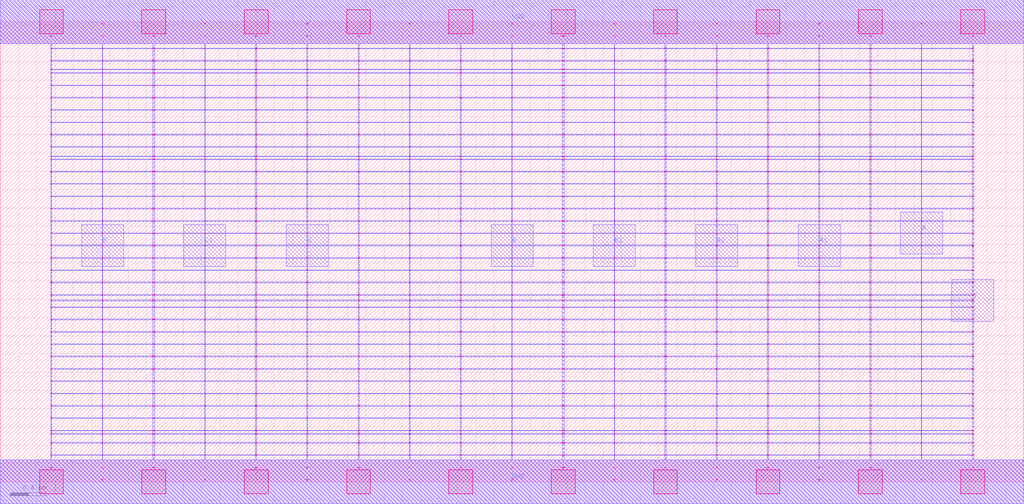
<source format=lef>
MACRO AAAOAI3221_DEBUG
 CLASS CORE ;
 FOREIGN AAAOAI3221_DEBUG 0 0 ;
 SIZE 11.200000000000001 BY 5.04 ;
 ORIGIN 0 0 ;
 SYMMETRY X Y R90 ;
 SITE unit ;
  PIN VDD
   DIRECTION INOUT ;
   USE SIGNAL ;
   SHAPE ABUTMENT ;
    PORT
     CLASS CORE ;
       LAYER met1 ;
        RECT 0.00000000 4.80000000 11.20000000 5.28000000 ;
       LAYER met2 ;
        RECT 0.00000000 4.80000000 11.20000000 5.28000000 ;
    END
  END VDD

  PIN GND
   DIRECTION INOUT ;
   USE SIGNAL ;
   SHAPE ABUTMENT ;
    PORT
     CLASS CORE ;
       LAYER met1 ;
        RECT 0.00000000 -0.24000000 11.20000000 0.24000000 ;
       LAYER met2 ;
        RECT 0.00000000 -0.24000000 11.20000000 0.24000000 ;
    END
  END GND

  PIN Y
   DIRECTION INOUT ;
   USE SIGNAL ;
   SHAPE ABUTMENT ;
    PORT
     CLASS CORE ;
       LAYER met2 ;
        RECT 10.41000000 1.75500000 10.87000000 2.21500000 ;
    END
  END Y

  PIN A1
   DIRECTION INOUT ;
   USE SIGNAL ;
   SHAPE ABUTMENT ;
    PORT
     CLASS CORE ;
       LAYER met2 ;
        RECT 8.73000000 2.35700000 9.19000000 2.81700000 ;
    END
  END A1

  PIN D
   DIRECTION INOUT ;
   USE SIGNAL ;
   SHAPE ABUTMENT ;
    PORT
     CLASS CORE ;
       LAYER met2 ;
        RECT 0.89000000 2.35700000 1.35000000 2.81700000 ;
    END
  END D

  PIN C1
   DIRECTION INOUT ;
   USE SIGNAL ;
   SHAPE ABUTMENT ;
    PORT
     CLASS CORE ;
       LAYER met2 ;
        RECT 2.01000000 2.35700000 2.47000000 2.81700000 ;
    END
  END C1

  PIN A2
   DIRECTION INOUT ;
   USE SIGNAL ;
   SHAPE ABUTMENT ;
    PORT
     CLASS CORE ;
       LAYER met2 ;
        RECT 7.61000000 2.35700000 8.07000000 2.81700000 ;
    END
  END A2

  PIN A
   DIRECTION INOUT ;
   USE SIGNAL ;
   SHAPE ABUTMENT ;
    PORT
     CLASS CORE ;
       LAYER met2 ;
        RECT 9.85000000 2.49200000 10.31000000 2.95200000 ;
    END
  END A

  PIN B
   DIRECTION INOUT ;
   USE SIGNAL ;
   SHAPE ABUTMENT ;
    PORT
     CLASS CORE ;
       LAYER met2 ;
        RECT 5.37000000 2.35700000 5.83000000 2.81700000 ;
    END
  END B

  PIN B1
   DIRECTION INOUT ;
   USE SIGNAL ;
   SHAPE ABUTMENT ;
    PORT
     CLASS CORE ;
       LAYER met2 ;
        RECT 6.49000000 2.35700000 6.95000000 2.81700000 ;
    END
  END B1

  PIN C
   DIRECTION INOUT ;
   USE SIGNAL ;
   SHAPE ABUTMENT ;
    PORT
     CLASS CORE ;
       LAYER met2 ;
        RECT 3.13000000 2.35700000 3.59000000 2.81700000 ;
    END
  END C

 OBS
    LAYER polycont ;
     RECT 5.59600000 2.58300000 5.60400000 2.59100000 ;
     RECT 5.59600000 2.71800000 5.60400000 2.72600000 ;
     RECT 5.59600000 2.85300000 5.60400000 2.86100000 ;
     RECT 5.59600000 2.98800000 5.60400000 2.99600000 ;
     RECT 7.83600000 2.58300000 7.84400000 2.59100000 ;
     RECT 8.39100000 2.58300000 8.40900000 2.59100000 ;
     RECT 8.95600000 2.58300000 8.96400000 2.59100000 ;
     RECT 9.51100000 2.58300000 9.52900000 2.59100000 ;
     RECT 10.07600000 2.58300000 10.08400000 2.59100000 ;
     RECT 10.63600000 2.58300000 10.64900000 2.59100000 ;
     RECT 6.15100000 2.58300000 6.16900000 2.59100000 ;
     RECT 6.15100000 2.71800000 6.16900000 2.72600000 ;
     RECT 6.71600000 2.71800000 6.72400000 2.72600000 ;
     RECT 7.27100000 2.71800000 7.28900000 2.72600000 ;
     RECT 7.83600000 2.71800000 7.84400000 2.72600000 ;
     RECT 8.39100000 2.71800000 8.40900000 2.72600000 ;
     RECT 8.95600000 2.71800000 8.96400000 2.72600000 ;
     RECT 9.51100000 2.71800000 9.52900000 2.72600000 ;
     RECT 10.07600000 2.71800000 10.08400000 2.72600000 ;
     RECT 10.63600000 2.71800000 10.64900000 2.72600000 ;
     RECT 6.71600000 2.58300000 6.72400000 2.59100000 ;
     RECT 6.15100000 2.85300000 6.16900000 2.86100000 ;
     RECT 6.71600000 2.85300000 6.72400000 2.86100000 ;
     RECT 7.27100000 2.85300000 7.28900000 2.86100000 ;
     RECT 7.83600000 2.85300000 7.84400000 2.86100000 ;
     RECT 8.39100000 2.85300000 8.40900000 2.86100000 ;
     RECT 8.95600000 2.85300000 8.96400000 2.86100000 ;
     RECT 9.51100000 2.85300000 9.52900000 2.86100000 ;
     RECT 10.07600000 2.85300000 10.08400000 2.86100000 ;
     RECT 10.63600000 2.85300000 10.64900000 2.86100000 ;
     RECT 7.27100000 2.58300000 7.28900000 2.59100000 ;
     RECT 6.15100000 2.98800000 6.16900000 2.99600000 ;
     RECT 6.71600000 2.98800000 6.72400000 2.99600000 ;
     RECT 7.27100000 2.98800000 7.28900000 2.99600000 ;
     RECT 7.83600000 2.98800000 7.84400000 2.99600000 ;
     RECT 8.39100000 2.98800000 8.40900000 2.99600000 ;
     RECT 8.95600000 2.98800000 8.96400000 2.99600000 ;
     RECT 9.51100000 2.98800000 9.52900000 2.99600000 ;
     RECT 10.07600000 2.98800000 10.08400000 2.99600000 ;
     RECT 10.63600000 2.98800000 10.64900000 2.99600000 ;
     RECT 1.67100000 2.85300000 1.68900000 2.86100000 ;
     RECT 2.23600000 2.85300000 2.24400000 2.86100000 ;
     RECT 2.79100000 2.85300000 2.80900000 2.86100000 ;
     RECT 3.35600000 2.85300000 3.36400000 2.86100000 ;
     RECT 3.91600000 2.85300000 3.92900000 2.86100000 ;
     RECT 4.47600000 2.85300000 4.48400000 2.86100000 ;
     RECT 5.03100000 2.85300000 5.04400000 2.86100000 ;
     RECT 1.11600000 2.71800000 1.12400000 2.72600000 ;
     RECT 1.67100000 2.71800000 1.68900000 2.72600000 ;
     RECT 2.23600000 2.71800000 2.24400000 2.72600000 ;
     RECT 2.79100000 2.71800000 2.80900000 2.72600000 ;
     RECT 3.35600000 2.71800000 3.36400000 2.72600000 ;
     RECT 3.91600000 2.71800000 3.92900000 2.72600000 ;
     RECT 4.47600000 2.71800000 4.48400000 2.72600000 ;
     RECT 5.03100000 2.71800000 5.04400000 2.72600000 ;
     RECT 1.11600000 2.58300000 1.12400000 2.59100000 ;
     RECT 1.67100000 2.58300000 1.68900000 2.59100000 ;
     RECT 0.55100000 2.98800000 0.56400000 2.99600000 ;
     RECT 1.11600000 2.98800000 1.12400000 2.99600000 ;
     RECT 1.67100000 2.98800000 1.68900000 2.99600000 ;
     RECT 2.23600000 2.98800000 2.24400000 2.99600000 ;
     RECT 2.79100000 2.98800000 2.80900000 2.99600000 ;
     RECT 3.35600000 2.98800000 3.36400000 2.99600000 ;
     RECT 3.91600000 2.98800000 3.92900000 2.99600000 ;
     RECT 4.47600000 2.98800000 4.48400000 2.99600000 ;
     RECT 5.03100000 2.98800000 5.04400000 2.99600000 ;
     RECT 2.23600000 2.58300000 2.24400000 2.59100000 ;
     RECT 2.79100000 2.58300000 2.80900000 2.59100000 ;
     RECT 3.35600000 2.58300000 3.36400000 2.59100000 ;
     RECT 3.91600000 2.58300000 3.92900000 2.59100000 ;
     RECT 4.47600000 2.58300000 4.48400000 2.59100000 ;
     RECT 5.03100000 2.58300000 5.04400000 2.59100000 ;
     RECT 0.55100000 2.58300000 0.56400000 2.59100000 ;
     RECT 0.55100000 2.71800000 0.56400000 2.72600000 ;
     RECT 0.55100000 2.85300000 0.56400000 2.86100000 ;
     RECT 1.11600000 2.85300000 1.12400000 2.86100000 ;
     RECT 4.47600000 3.12300000 4.48400000 3.13100000 ;
     RECT 4.47600000 3.25800000 4.48400000 3.26600000 ;
     RECT 4.47600000 3.39300000 4.48400000 3.40100000 ;
     RECT 4.47600000 3.52800000 4.48400000 3.53600000 ;
     RECT 4.47600000 3.56100000 4.48400000 3.56900000 ;
     RECT 4.47600000 3.66300000 4.48400000 3.67100000 ;
     RECT 4.47600000 3.79800000 4.48400000 3.80600000 ;
     RECT 4.47600000 3.93300000 4.48400000 3.94100000 ;
     RECT 4.47600000 4.06800000 4.48400000 4.07600000 ;
     RECT 4.47600000 4.20300000 4.48400000 4.21100000 ;
     RECT 4.47600000 4.33800000 4.48400000 4.34600000 ;
     RECT 4.47600000 4.47300000 4.48400000 4.48100000 ;
     RECT 4.47600000 4.51100000 4.48400000 4.51900000 ;
     RECT 4.47600000 4.60800000 4.48400000 4.61600000 ;
     RECT 4.47600000 4.74300000 4.48400000 4.75100000 ;
     RECT 4.47600000 4.87800000 4.48400000 4.88600000 ;
     RECT 4.47600000 1.63800000 4.48400000 1.64600000 ;
     RECT 4.47600000 1.77300000 4.48400000 1.78100000 ;
     RECT 4.47600000 1.90800000 4.48400000 1.91600000 ;
     RECT 4.47600000 1.98100000 4.48400000 1.98900000 ;
     RECT 4.47600000 2.04300000 4.48400000 2.05100000 ;
     RECT 4.47600000 2.17800000 4.48400000 2.18600000 ;
     RECT 4.47600000 2.31300000 4.48400000 2.32100000 ;
     RECT 4.47600000 2.44800000 4.48400000 2.45600000 ;
     RECT 4.47600000 0.15300000 4.48400000 0.16100000 ;
     RECT 4.47600000 0.28800000 4.48400000 0.29600000 ;
     RECT 4.47600000 0.42300000 4.48400000 0.43100000 ;
     RECT 4.47600000 0.52100000 4.48400000 0.52900000 ;
     RECT 4.47600000 0.55800000 4.48400000 0.56600000 ;
     RECT 4.47600000 0.69300000 4.48400000 0.70100000 ;
     RECT 4.47600000 0.82800000 4.48400000 0.83600000 ;
     RECT 4.47600000 0.96300000 4.48400000 0.97100000 ;
     RECT 4.47600000 1.09800000 4.48400000 1.10600000 ;
     RECT 4.47600000 1.23300000 4.48400000 1.24100000 ;
     RECT 4.47600000 1.36800000 4.48400000 1.37600000 ;
     RECT 4.47600000 1.50300000 4.48400000 1.51100000 ;

    LAYER pdiffc ;
     RECT 0.55100000 3.39300000 0.55900000 3.40100000 ;
     RECT 3.92100000 3.39300000 3.92900000 3.40100000 ;
     RECT 5.03100000 3.39300000 5.03900000 3.40100000 ;
     RECT 10.64100000 3.39300000 10.64900000 3.40100000 ;
     RECT 0.55100000 3.52800000 0.55900000 3.53600000 ;
     RECT 3.92100000 3.52800000 3.92900000 3.53600000 ;
     RECT 5.03100000 3.52800000 5.03900000 3.53600000 ;
     RECT 10.64100000 3.52800000 10.64900000 3.53600000 ;
     RECT 0.55100000 3.56100000 0.55900000 3.56900000 ;
     RECT 3.92100000 3.56100000 3.92900000 3.56900000 ;
     RECT 5.03100000 3.56100000 5.03900000 3.56900000 ;
     RECT 10.64100000 3.56100000 10.64900000 3.56900000 ;
     RECT 0.55100000 3.66300000 0.55900000 3.67100000 ;
     RECT 3.92100000 3.66300000 3.92900000 3.67100000 ;
     RECT 5.03100000 3.66300000 5.03900000 3.67100000 ;
     RECT 10.64100000 3.66300000 10.64900000 3.67100000 ;
     RECT 0.55100000 3.79800000 0.55900000 3.80600000 ;
     RECT 3.92100000 3.79800000 3.92900000 3.80600000 ;
     RECT 5.03100000 3.79800000 5.03900000 3.80600000 ;
     RECT 10.64100000 3.79800000 10.64900000 3.80600000 ;
     RECT 0.55100000 3.93300000 0.55900000 3.94100000 ;
     RECT 3.92100000 3.93300000 3.92900000 3.94100000 ;
     RECT 5.03100000 3.93300000 5.03900000 3.94100000 ;
     RECT 10.64100000 3.93300000 10.64900000 3.94100000 ;
     RECT 0.55100000 4.06800000 0.55900000 4.07600000 ;
     RECT 3.92100000 4.06800000 3.92900000 4.07600000 ;
     RECT 5.03100000 4.06800000 5.03900000 4.07600000 ;
     RECT 10.64100000 4.06800000 10.64900000 4.07600000 ;
     RECT 0.55100000 4.20300000 0.55900000 4.21100000 ;
     RECT 3.92100000 4.20300000 3.92900000 4.21100000 ;
     RECT 5.03100000 4.20300000 5.03900000 4.21100000 ;
     RECT 10.64100000 4.20300000 10.64900000 4.21100000 ;
     RECT 0.55100000 4.33800000 0.55900000 4.34600000 ;
     RECT 3.92100000 4.33800000 3.92900000 4.34600000 ;
     RECT 5.03100000 4.33800000 5.03900000 4.34600000 ;
     RECT 10.64100000 4.33800000 10.64900000 4.34600000 ;
     RECT 0.55100000 4.47300000 0.55900000 4.48100000 ;
     RECT 3.92100000 4.47300000 3.92900000 4.48100000 ;
     RECT 5.03100000 4.47300000 5.03900000 4.48100000 ;
     RECT 10.64100000 4.47300000 10.64900000 4.48100000 ;
     RECT 0.55100000 4.51100000 0.55900000 4.51900000 ;
     RECT 3.92100000 4.51100000 3.92900000 4.51900000 ;
     RECT 5.03100000 4.51100000 5.03900000 4.51900000 ;
     RECT 10.64100000 4.51100000 10.64900000 4.51900000 ;
     RECT 0.55100000 4.60800000 0.55900000 4.61600000 ;
     RECT 3.92100000 4.60800000 3.92900000 4.61600000 ;
     RECT 5.03100000 4.60800000 5.03900000 4.61600000 ;
     RECT 10.64100000 4.60800000 10.64900000 4.61600000 ;

    LAYER ndiffc ;
     RECT 6.15100000 0.42300000 6.16900000 0.43100000 ;
     RECT 7.27100000 0.42300000 7.28900000 0.43100000 ;
     RECT 8.39100000 0.42300000 8.40900000 0.43100000 ;
     RECT 9.51100000 0.42300000 9.52900000 0.43100000 ;
     RECT 10.63600000 0.42300000 10.64900000 0.43100000 ;
     RECT 6.15100000 0.52100000 6.16900000 0.52900000 ;
     RECT 7.27100000 0.52100000 7.28900000 0.52900000 ;
     RECT 8.39100000 0.52100000 8.40900000 0.52900000 ;
     RECT 9.51100000 0.52100000 9.52900000 0.52900000 ;
     RECT 10.63600000 0.52100000 10.64900000 0.52900000 ;
     RECT 6.15100000 0.55800000 6.16900000 0.56600000 ;
     RECT 7.27100000 0.55800000 7.28900000 0.56600000 ;
     RECT 8.39100000 0.55800000 8.40900000 0.56600000 ;
     RECT 9.51100000 0.55800000 9.52900000 0.56600000 ;
     RECT 10.63600000 0.55800000 10.64900000 0.56600000 ;
     RECT 6.15100000 0.69300000 6.16900000 0.70100000 ;
     RECT 7.27100000 0.69300000 7.28900000 0.70100000 ;
     RECT 8.39100000 0.69300000 8.40900000 0.70100000 ;
     RECT 9.51100000 0.69300000 9.52900000 0.70100000 ;
     RECT 10.63600000 0.69300000 10.64900000 0.70100000 ;
     RECT 6.15100000 0.82800000 6.16900000 0.83600000 ;
     RECT 7.27100000 0.82800000 7.28900000 0.83600000 ;
     RECT 8.39100000 0.82800000 8.40900000 0.83600000 ;
     RECT 9.51100000 0.82800000 9.52900000 0.83600000 ;
     RECT 10.63600000 0.82800000 10.64900000 0.83600000 ;
     RECT 6.15100000 0.96300000 6.16900000 0.97100000 ;
     RECT 7.27100000 0.96300000 7.28900000 0.97100000 ;
     RECT 8.39100000 0.96300000 8.40900000 0.97100000 ;
     RECT 9.51100000 0.96300000 9.52900000 0.97100000 ;
     RECT 10.63600000 0.96300000 10.64900000 0.97100000 ;
     RECT 6.15100000 1.09800000 6.16900000 1.10600000 ;
     RECT 7.27100000 1.09800000 7.28900000 1.10600000 ;
     RECT 8.39100000 1.09800000 8.40900000 1.10600000 ;
     RECT 9.51100000 1.09800000 9.52900000 1.10600000 ;
     RECT 10.63600000 1.09800000 10.64900000 1.10600000 ;
     RECT 6.15100000 1.23300000 6.16900000 1.24100000 ;
     RECT 7.27100000 1.23300000 7.28900000 1.24100000 ;
     RECT 8.39100000 1.23300000 8.40900000 1.24100000 ;
     RECT 9.51100000 1.23300000 9.52900000 1.24100000 ;
     RECT 10.63600000 1.23300000 10.64900000 1.24100000 ;
     RECT 6.15100000 1.36800000 6.16900000 1.37600000 ;
     RECT 7.27100000 1.36800000 7.28900000 1.37600000 ;
     RECT 8.39100000 1.36800000 8.40900000 1.37600000 ;
     RECT 9.51100000 1.36800000 9.52900000 1.37600000 ;
     RECT 10.63600000 1.36800000 10.64900000 1.37600000 ;
     RECT 6.15100000 1.50300000 6.16900000 1.51100000 ;
     RECT 7.27100000 1.50300000 7.28900000 1.51100000 ;
     RECT 8.39100000 1.50300000 8.40900000 1.51100000 ;
     RECT 9.51100000 1.50300000 9.52900000 1.51100000 ;
     RECT 10.63600000 1.50300000 10.64900000 1.51100000 ;
     RECT 6.15100000 1.63800000 6.16900000 1.64600000 ;
     RECT 7.27100000 1.63800000 7.28900000 1.64600000 ;
     RECT 8.39100000 1.63800000 8.40900000 1.64600000 ;
     RECT 9.51100000 1.63800000 9.52900000 1.64600000 ;
     RECT 10.63600000 1.63800000 10.64900000 1.64600000 ;
     RECT 6.15100000 1.77300000 6.16900000 1.78100000 ;
     RECT 7.27100000 1.77300000 7.28900000 1.78100000 ;
     RECT 8.39100000 1.77300000 8.40900000 1.78100000 ;
     RECT 9.51100000 1.77300000 9.52900000 1.78100000 ;
     RECT 10.63600000 1.77300000 10.64900000 1.78100000 ;
     RECT 6.15100000 1.90800000 6.16900000 1.91600000 ;
     RECT 7.27100000 1.90800000 7.28900000 1.91600000 ;
     RECT 8.39100000 1.90800000 8.40900000 1.91600000 ;
     RECT 9.51100000 1.90800000 9.52900000 1.91600000 ;
     RECT 10.63600000 1.90800000 10.64900000 1.91600000 ;
     RECT 6.15100000 1.98100000 6.16900000 1.98900000 ;
     RECT 7.27100000 1.98100000 7.28900000 1.98900000 ;
     RECT 8.39100000 1.98100000 8.40900000 1.98900000 ;
     RECT 9.51100000 1.98100000 9.52900000 1.98900000 ;
     RECT 10.63600000 1.98100000 10.64900000 1.98900000 ;
     RECT 6.15100000 2.04300000 6.16900000 2.05100000 ;
     RECT 7.27100000 2.04300000 7.28900000 2.05100000 ;
     RECT 8.39100000 2.04300000 8.40900000 2.05100000 ;
     RECT 9.51100000 2.04300000 9.52900000 2.05100000 ;
     RECT 10.63600000 2.04300000 10.64900000 2.05100000 ;
     RECT 0.55100000 0.42300000 0.56400000 0.43100000 ;
     RECT 1.67100000 0.42300000 1.68900000 0.43100000 ;
     RECT 2.79100000 0.42300000 2.80900000 0.43100000 ;
     RECT 3.91600000 0.42300000 3.92900000 0.43100000 ;
     RECT 5.03100000 0.42300000 5.04400000 0.43100000 ;
     RECT 0.55100000 1.36800000 0.56400000 1.37600000 ;
     RECT 1.67100000 1.36800000 1.68900000 1.37600000 ;
     RECT 2.79100000 1.36800000 2.80900000 1.37600000 ;
     RECT 3.91600000 1.36800000 3.92900000 1.37600000 ;
     RECT 5.03100000 1.36800000 5.04400000 1.37600000 ;
     RECT 0.55100000 0.82800000 0.56400000 0.83600000 ;
     RECT 1.67100000 0.82800000 1.68900000 0.83600000 ;
     RECT 2.79100000 0.82800000 2.80900000 0.83600000 ;
     RECT 3.91600000 0.82800000 3.92900000 0.83600000 ;
     RECT 5.03100000 0.82800000 5.04400000 0.83600000 ;
     RECT 0.55100000 1.50300000 0.56400000 1.51100000 ;
     RECT 1.67100000 1.50300000 1.68900000 1.51100000 ;
     RECT 2.79100000 1.50300000 2.80900000 1.51100000 ;
     RECT 3.91600000 1.50300000 3.92900000 1.51100000 ;
     RECT 5.03100000 1.50300000 5.04400000 1.51100000 ;
     RECT 0.55100000 0.55800000 0.56400000 0.56600000 ;
     RECT 1.67100000 0.55800000 1.68900000 0.56600000 ;
     RECT 2.79100000 0.55800000 2.80900000 0.56600000 ;
     RECT 3.91600000 0.55800000 3.92900000 0.56600000 ;
     RECT 5.03100000 0.55800000 5.04400000 0.56600000 ;
     RECT 0.55100000 1.63800000 0.56400000 1.64600000 ;
     RECT 1.67100000 1.63800000 1.68900000 1.64600000 ;
     RECT 2.79100000 1.63800000 2.80900000 1.64600000 ;
     RECT 3.91600000 1.63800000 3.92900000 1.64600000 ;
     RECT 5.03100000 1.63800000 5.04400000 1.64600000 ;
     RECT 0.55100000 0.96300000 0.56400000 0.97100000 ;
     RECT 1.67100000 0.96300000 1.68900000 0.97100000 ;
     RECT 2.79100000 0.96300000 2.80900000 0.97100000 ;
     RECT 3.91600000 0.96300000 3.92900000 0.97100000 ;
     RECT 5.03100000 0.96300000 5.04400000 0.97100000 ;
     RECT 0.55100000 1.77300000 0.56400000 1.78100000 ;
     RECT 1.67100000 1.77300000 1.68900000 1.78100000 ;
     RECT 2.79100000 1.77300000 2.80900000 1.78100000 ;
     RECT 3.91600000 1.77300000 3.92900000 1.78100000 ;
     RECT 5.03100000 1.77300000 5.04400000 1.78100000 ;
     RECT 0.55100000 0.52100000 0.56400000 0.52900000 ;
     RECT 1.67100000 0.52100000 1.68900000 0.52900000 ;
     RECT 2.79100000 0.52100000 2.80900000 0.52900000 ;
     RECT 3.91600000 0.52100000 3.92900000 0.52900000 ;
     RECT 5.03100000 0.52100000 5.04400000 0.52900000 ;
     RECT 0.55100000 1.90800000 0.56400000 1.91600000 ;
     RECT 1.67100000 1.90800000 1.68900000 1.91600000 ;
     RECT 2.79100000 1.90800000 2.80900000 1.91600000 ;
     RECT 3.91600000 1.90800000 3.92900000 1.91600000 ;
     RECT 5.03100000 1.90800000 5.04400000 1.91600000 ;
     RECT 0.55100000 1.09800000 0.56400000 1.10600000 ;
     RECT 1.67100000 1.09800000 1.68900000 1.10600000 ;
     RECT 2.79100000 1.09800000 2.80900000 1.10600000 ;
     RECT 3.91600000 1.09800000 3.92900000 1.10600000 ;
     RECT 5.03100000 1.09800000 5.04400000 1.10600000 ;
     RECT 0.55100000 1.98100000 0.56400000 1.98900000 ;
     RECT 1.67100000 1.98100000 1.68900000 1.98900000 ;
     RECT 2.79100000 1.98100000 2.80900000 1.98900000 ;
     RECT 3.91600000 1.98100000 3.92900000 1.98900000 ;
     RECT 5.03100000 1.98100000 5.04400000 1.98900000 ;
     RECT 0.55100000 0.69300000 0.56400000 0.70100000 ;
     RECT 1.67100000 0.69300000 1.68900000 0.70100000 ;
     RECT 2.79100000 0.69300000 2.80900000 0.70100000 ;
     RECT 3.91600000 0.69300000 3.92900000 0.70100000 ;
     RECT 5.03100000 0.69300000 5.04400000 0.70100000 ;
     RECT 0.55100000 2.04300000 0.56400000 2.05100000 ;
     RECT 1.67100000 2.04300000 1.68900000 2.05100000 ;
     RECT 2.79100000 2.04300000 2.80900000 2.05100000 ;
     RECT 3.91600000 2.04300000 3.92900000 2.05100000 ;
     RECT 5.03100000 2.04300000 5.04400000 2.05100000 ;
     RECT 0.55100000 1.23300000 0.56400000 1.24100000 ;
     RECT 1.67100000 1.23300000 1.68900000 1.24100000 ;
     RECT 2.79100000 1.23300000 2.80900000 1.24100000 ;
     RECT 3.91600000 1.23300000 3.92900000 1.24100000 ;
     RECT 5.03100000 1.23300000 5.04400000 1.24100000 ;

    LAYER met1 ;
     RECT 0.00000000 -0.24000000 11.20000000 0.24000000 ;
     RECT 5.59600000 0.24000000 5.60400000 0.28800000 ;
     RECT 0.55100000 0.28800000 10.64900000 0.29600000 ;
     RECT 5.59600000 0.29600000 5.60400000 0.42300000 ;
     RECT 0.55100000 0.42300000 10.64900000 0.43100000 ;
     RECT 5.59600000 0.43100000 5.60400000 0.52100000 ;
     RECT 0.55100000 0.52100000 10.64900000 0.52900000 ;
     RECT 5.59600000 0.52900000 5.60400000 0.55800000 ;
     RECT 0.55100000 0.55800000 10.64900000 0.56600000 ;
     RECT 5.59600000 0.56600000 5.60400000 0.69300000 ;
     RECT 0.55100000 0.69300000 10.64900000 0.70100000 ;
     RECT 5.59600000 0.70100000 5.60400000 0.82800000 ;
     RECT 0.55100000 0.82800000 10.64900000 0.83600000 ;
     RECT 5.59600000 0.83600000 5.60400000 0.96300000 ;
     RECT 0.55100000 0.96300000 10.64900000 0.97100000 ;
     RECT 5.59600000 0.97100000 5.60400000 1.09800000 ;
     RECT 0.55100000 1.09800000 10.64900000 1.10600000 ;
     RECT 5.59600000 1.10600000 5.60400000 1.23300000 ;
     RECT 0.55100000 1.23300000 10.64900000 1.24100000 ;
     RECT 5.59600000 1.24100000 5.60400000 1.36800000 ;
     RECT 0.55100000 1.36800000 10.64900000 1.37600000 ;
     RECT 5.59600000 1.37600000 5.60400000 1.50300000 ;
     RECT 0.55100000 1.50300000 10.64900000 1.51100000 ;
     RECT 5.59600000 1.51100000 5.60400000 1.63800000 ;
     RECT 0.55100000 1.63800000 10.64900000 1.64600000 ;
     RECT 5.59600000 1.64600000 5.60400000 1.77300000 ;
     RECT 0.55100000 1.77300000 10.64900000 1.78100000 ;
     RECT 5.59600000 1.78100000 5.60400000 1.90800000 ;
     RECT 0.55100000 1.90800000 10.64900000 1.91600000 ;
     RECT 5.59600000 1.91600000 5.60400000 1.98100000 ;
     RECT 0.55100000 1.98100000 10.64900000 1.98900000 ;
     RECT 5.59600000 1.98900000 5.60400000 2.04300000 ;
     RECT 0.55100000 2.04300000 10.64900000 2.05100000 ;
     RECT 5.59600000 2.05100000 5.60400000 2.17800000 ;
     RECT 0.55100000 2.17800000 10.64900000 2.18600000 ;
     RECT 5.59600000 2.18600000 5.60400000 2.31300000 ;
     RECT 0.55100000 2.31300000 10.64900000 2.32100000 ;
     RECT 5.59600000 2.32100000 5.60400000 2.44800000 ;
     RECT 0.55100000 2.44800000 10.64900000 2.45600000 ;
     RECT 0.55100000 2.45600000 0.56400000 2.58300000 ;
     RECT 1.11600000 2.45600000 1.12400000 2.58300000 ;
     RECT 1.67100000 2.45600000 1.68900000 2.58300000 ;
     RECT 2.23600000 2.45600000 2.24400000 2.58300000 ;
     RECT 2.79100000 2.45600000 2.80900000 2.58300000 ;
     RECT 3.35600000 2.45600000 3.36400000 2.58300000 ;
     RECT 3.91600000 2.45600000 3.92900000 2.58300000 ;
     RECT 4.47600000 2.45600000 4.48400000 2.58300000 ;
     RECT 5.03100000 2.45600000 5.04400000 2.58300000 ;
     RECT 5.59600000 2.45600000 5.60400000 2.58300000 ;
     RECT 6.15100000 2.45600000 6.16900000 2.58300000 ;
     RECT 6.71600000 2.45600000 6.72400000 2.58300000 ;
     RECT 7.27100000 2.45600000 7.28900000 2.58300000 ;
     RECT 7.83600000 2.45600000 7.84400000 2.58300000 ;
     RECT 8.39100000 2.45600000 8.40900000 2.58300000 ;
     RECT 8.95600000 2.45600000 8.96400000 2.58300000 ;
     RECT 9.51100000 2.45600000 9.52900000 2.58300000 ;
     RECT 10.07600000 2.45600000 10.08400000 2.58300000 ;
     RECT 10.63600000 2.45600000 10.64900000 2.58300000 ;
     RECT 0.55100000 2.58300000 10.64900000 2.59100000 ;
     RECT 5.59600000 2.59100000 5.60400000 2.71800000 ;
     RECT 0.55100000 2.71800000 10.64900000 2.72600000 ;
     RECT 5.59600000 2.72600000 5.60400000 2.85300000 ;
     RECT 0.55100000 2.85300000 10.64900000 2.86100000 ;
     RECT 5.59600000 2.86100000 5.60400000 2.98800000 ;
     RECT 0.55100000 2.98800000 10.64900000 2.99600000 ;
     RECT 5.59600000 2.99600000 5.60400000 3.12300000 ;
     RECT 0.55100000 3.12300000 10.64900000 3.13100000 ;
     RECT 5.59600000 3.13100000 5.60400000 3.25800000 ;
     RECT 0.55100000 3.25800000 10.64900000 3.26600000 ;
     RECT 5.59600000 3.26600000 5.60400000 3.39300000 ;
     RECT 0.55100000 3.39300000 10.64900000 3.40100000 ;
     RECT 5.59600000 3.40100000 5.60400000 3.52800000 ;
     RECT 0.55100000 3.52800000 10.64900000 3.53600000 ;
     RECT 5.59600000 3.53600000 5.60400000 3.56100000 ;
     RECT 0.55100000 3.56100000 10.64900000 3.56900000 ;
     RECT 5.59600000 3.56900000 5.60400000 3.66300000 ;
     RECT 0.55100000 3.66300000 10.64900000 3.67100000 ;
     RECT 5.59600000 3.67100000 5.60400000 3.79800000 ;
     RECT 0.55100000 3.79800000 10.64900000 3.80600000 ;
     RECT 5.59600000 3.80600000 5.60400000 3.93300000 ;
     RECT 0.55100000 3.93300000 10.64900000 3.94100000 ;
     RECT 5.59600000 3.94100000 5.60400000 4.06800000 ;
     RECT 0.55100000 4.06800000 10.64900000 4.07600000 ;
     RECT 5.59600000 4.07600000 5.60400000 4.20300000 ;
     RECT 0.55100000 4.20300000 10.64900000 4.21100000 ;
     RECT 5.59600000 4.21100000 5.60400000 4.33800000 ;
     RECT 0.55100000 4.33800000 10.64900000 4.34600000 ;
     RECT 5.59600000 4.34600000 5.60400000 4.47300000 ;
     RECT 0.55100000 4.47300000 10.64900000 4.48100000 ;
     RECT 5.59600000 4.48100000 5.60400000 4.51100000 ;
     RECT 0.55100000 4.51100000 10.64900000 4.51900000 ;
     RECT 5.59600000 4.51900000 5.60400000 4.60800000 ;
     RECT 0.55100000 4.60800000 10.64900000 4.61600000 ;
     RECT 5.59600000 4.61600000 5.60400000 4.74300000 ;
     RECT 0.55100000 4.74300000 10.64900000 4.75100000 ;
     RECT 5.59600000 4.75100000 5.60400000 4.80000000 ;
     RECT 0.00000000 4.80000000 11.20000000 5.28000000 ;
     RECT 8.39100000 2.99600000 8.40900000 3.12300000 ;
     RECT 8.39100000 3.13100000 8.40900000 3.25800000 ;
     RECT 8.39100000 3.26600000 8.40900000 3.39300000 ;
     RECT 8.39100000 3.40100000 8.40900000 3.52800000 ;
     RECT 8.39100000 3.53600000 8.40900000 3.56100000 ;
     RECT 8.39100000 2.72600000 8.40900000 2.85300000 ;
     RECT 8.39100000 3.56900000 8.40900000 3.66300000 ;
     RECT 8.39100000 3.67100000 8.40900000 3.79800000 ;
     RECT 6.15100000 3.80600000 6.16900000 3.93300000 ;
     RECT 6.71600000 3.80600000 6.72400000 3.93300000 ;
     RECT 7.27100000 3.80600000 7.28900000 3.93300000 ;
     RECT 7.83600000 3.80600000 7.84400000 3.93300000 ;
     RECT 8.39100000 3.80600000 8.40900000 3.93300000 ;
     RECT 8.95600000 3.80600000 8.96400000 3.93300000 ;
     RECT 9.51100000 3.80600000 9.52900000 3.93300000 ;
     RECT 10.07600000 3.80600000 10.08400000 3.93300000 ;
     RECT 10.63600000 3.80600000 10.64900000 3.93300000 ;
     RECT 8.39100000 3.94100000 8.40900000 4.06800000 ;
     RECT 8.39100000 4.07600000 8.40900000 4.20300000 ;
     RECT 8.39100000 4.21100000 8.40900000 4.33800000 ;
     RECT 8.39100000 2.86100000 8.40900000 2.98800000 ;
     RECT 8.39100000 4.34600000 8.40900000 4.47300000 ;
     RECT 8.39100000 4.48100000 8.40900000 4.51100000 ;
     RECT 8.39100000 2.59100000 8.40900000 2.71800000 ;
     RECT 8.39100000 4.51900000 8.40900000 4.60800000 ;
     RECT 8.39100000 4.61600000 8.40900000 4.74300000 ;
     RECT 8.39100000 4.75100000 8.40900000 4.80000000 ;
     RECT 9.51100000 3.94100000 9.52900000 4.06800000 ;
     RECT 8.95600000 4.21100000 8.96400000 4.33800000 ;
     RECT 9.51100000 4.21100000 9.52900000 4.33800000 ;
     RECT 10.07600000 4.21100000 10.08400000 4.33800000 ;
     RECT 10.63600000 4.21100000 10.64900000 4.33800000 ;
     RECT 10.07600000 3.94100000 10.08400000 4.06800000 ;
     RECT 10.63600000 3.94100000 10.64900000 4.06800000 ;
     RECT 8.95600000 4.34600000 8.96400000 4.47300000 ;
     RECT 9.51100000 4.34600000 9.52900000 4.47300000 ;
     RECT 10.07600000 4.34600000 10.08400000 4.47300000 ;
     RECT 10.63600000 4.34600000 10.64900000 4.47300000 ;
     RECT 8.95600000 3.94100000 8.96400000 4.06800000 ;
     RECT 8.95600000 4.48100000 8.96400000 4.51100000 ;
     RECT 9.51100000 4.48100000 9.52900000 4.51100000 ;
     RECT 10.07600000 4.48100000 10.08400000 4.51100000 ;
     RECT 10.63600000 4.48100000 10.64900000 4.51100000 ;
     RECT 8.95600000 4.07600000 8.96400000 4.20300000 ;
     RECT 9.51100000 4.07600000 9.52900000 4.20300000 ;
     RECT 8.95600000 4.51900000 8.96400000 4.60800000 ;
     RECT 9.51100000 4.51900000 9.52900000 4.60800000 ;
     RECT 10.07600000 4.51900000 10.08400000 4.60800000 ;
     RECT 10.63600000 4.51900000 10.64900000 4.60800000 ;
     RECT 10.07600000 4.07600000 10.08400000 4.20300000 ;
     RECT 8.95600000 4.61600000 8.96400000 4.74300000 ;
     RECT 9.51100000 4.61600000 9.52900000 4.74300000 ;
     RECT 10.07600000 4.61600000 10.08400000 4.74300000 ;
     RECT 10.63600000 4.61600000 10.64900000 4.74300000 ;
     RECT 10.63600000 4.07600000 10.64900000 4.20300000 ;
     RECT 8.95600000 4.75100000 8.96400000 4.80000000 ;
     RECT 9.51100000 4.75100000 9.52900000 4.80000000 ;
     RECT 10.07600000 4.75100000 10.08400000 4.80000000 ;
     RECT 10.63600000 4.75100000 10.64900000 4.80000000 ;
     RECT 6.71600000 4.07600000 6.72400000 4.20300000 ;
     RECT 7.27100000 4.07600000 7.28900000 4.20300000 ;
     RECT 7.83600000 4.07600000 7.84400000 4.20300000 ;
     RECT 6.71600000 3.94100000 6.72400000 4.06800000 ;
     RECT 7.27100000 3.94100000 7.28900000 4.06800000 ;
     RECT 6.15100000 4.51900000 6.16900000 4.60800000 ;
     RECT 6.71600000 4.51900000 6.72400000 4.60800000 ;
     RECT 7.27100000 4.51900000 7.28900000 4.60800000 ;
     RECT 7.83600000 4.51900000 7.84400000 4.60800000 ;
     RECT 7.83600000 3.94100000 7.84400000 4.06800000 ;
     RECT 6.15100000 4.34600000 6.16900000 4.47300000 ;
     RECT 6.71600000 4.34600000 6.72400000 4.47300000 ;
     RECT 7.27100000 4.34600000 7.28900000 4.47300000 ;
     RECT 7.83600000 4.34600000 7.84400000 4.47300000 ;
     RECT 6.15100000 4.61600000 6.16900000 4.74300000 ;
     RECT 6.71600000 4.61600000 6.72400000 4.74300000 ;
     RECT 7.27100000 4.61600000 7.28900000 4.74300000 ;
     RECT 7.83600000 4.61600000 7.84400000 4.74300000 ;
     RECT 6.15100000 3.94100000 6.16900000 4.06800000 ;
     RECT 6.15100000 4.07600000 6.16900000 4.20300000 ;
     RECT 6.15100000 4.21100000 6.16900000 4.33800000 ;
     RECT 6.71600000 4.21100000 6.72400000 4.33800000 ;
     RECT 7.27100000 4.21100000 7.28900000 4.33800000 ;
     RECT 6.15100000 4.75100000 6.16900000 4.80000000 ;
     RECT 6.71600000 4.75100000 6.72400000 4.80000000 ;
     RECT 7.27100000 4.75100000 7.28900000 4.80000000 ;
     RECT 7.83600000 4.75100000 7.84400000 4.80000000 ;
     RECT 6.15100000 4.48100000 6.16900000 4.51100000 ;
     RECT 6.71600000 4.48100000 6.72400000 4.51100000 ;
     RECT 7.27100000 4.48100000 7.28900000 4.51100000 ;
     RECT 7.83600000 4.48100000 7.84400000 4.51100000 ;
     RECT 7.83600000 4.21100000 7.84400000 4.33800000 ;
     RECT 7.27100000 3.53600000 7.28900000 3.56100000 ;
     RECT 7.83600000 3.53600000 7.84400000 3.56100000 ;
     RECT 7.83600000 3.13100000 7.84400000 3.25800000 ;
     RECT 6.15100000 2.86100000 6.16900000 2.98800000 ;
     RECT 6.71600000 2.86100000 6.72400000 2.98800000 ;
     RECT 7.83600000 2.72600000 7.84400000 2.85300000 ;
     RECT 6.15100000 3.13100000 6.16900000 3.25800000 ;
     RECT 6.15100000 3.56900000 6.16900000 3.66300000 ;
     RECT 6.71600000 3.56900000 6.72400000 3.66300000 ;
     RECT 7.27100000 3.56900000 7.28900000 3.66300000 ;
     RECT 7.83600000 3.56900000 7.84400000 3.66300000 ;
     RECT 6.15100000 2.59100000 6.16900000 2.71800000 ;
     RECT 6.15100000 3.67100000 6.16900000 3.79800000 ;
     RECT 6.71600000 3.67100000 6.72400000 3.79800000 ;
     RECT 7.27100000 2.86100000 7.28900000 2.98800000 ;
     RECT 7.83600000 2.86100000 7.84400000 2.98800000 ;
     RECT 7.27100000 3.67100000 7.28900000 3.79800000 ;
     RECT 7.83600000 3.67100000 7.84400000 3.79800000 ;
     RECT 6.15100000 2.99600000 6.16900000 3.12300000 ;
     RECT 6.15100000 3.26600000 6.16900000 3.39300000 ;
     RECT 6.71600000 3.26600000 6.72400000 3.39300000 ;
     RECT 7.27100000 3.26600000 7.28900000 3.39300000 ;
     RECT 7.83600000 3.26600000 7.84400000 3.39300000 ;
     RECT 6.71600000 3.13100000 6.72400000 3.25800000 ;
     RECT 6.71600000 2.59100000 6.72400000 2.71800000 ;
     RECT 6.15100000 2.72600000 6.16900000 2.85300000 ;
     RECT 6.15100000 3.40100000 6.16900000 3.52800000 ;
     RECT 6.71600000 3.40100000 6.72400000 3.52800000 ;
     RECT 6.71600000 2.99600000 6.72400000 3.12300000 ;
     RECT 7.27100000 2.99600000 7.28900000 3.12300000 ;
     RECT 7.27100000 3.40100000 7.28900000 3.52800000 ;
     RECT 7.27100000 2.59100000 7.28900000 2.71800000 ;
     RECT 7.83600000 2.59100000 7.84400000 2.71800000 ;
     RECT 7.83600000 3.40100000 7.84400000 3.52800000 ;
     RECT 7.27100000 3.13100000 7.28900000 3.25800000 ;
     RECT 6.71600000 2.72600000 6.72400000 2.85300000 ;
     RECT 7.27100000 2.72600000 7.28900000 2.85300000 ;
     RECT 6.15100000 3.53600000 6.16900000 3.56100000 ;
     RECT 6.71600000 3.53600000 6.72400000 3.56100000 ;
     RECT 7.83600000 2.99600000 7.84400000 3.12300000 ;
     RECT 10.07600000 3.56900000 10.08400000 3.66300000 ;
     RECT 10.63600000 3.56900000 10.64900000 3.66300000 ;
     RECT 8.95600000 2.72600000 8.96400000 2.85300000 ;
     RECT 9.51100000 2.72600000 9.52900000 2.85300000 ;
     RECT 8.95600000 2.99600000 8.96400000 3.12300000 ;
     RECT 8.95600000 3.40100000 8.96400000 3.52800000 ;
     RECT 10.63600000 2.86100000 10.64900000 2.98800000 ;
     RECT 9.51100000 3.40100000 9.52900000 3.52800000 ;
     RECT 10.07600000 3.40100000 10.08400000 3.52800000 ;
     RECT 10.63600000 3.40100000 10.64900000 3.52800000 ;
     RECT 8.95600000 3.67100000 8.96400000 3.79800000 ;
     RECT 9.51100000 3.67100000 9.52900000 3.79800000 ;
     RECT 10.07600000 3.67100000 10.08400000 3.79800000 ;
     RECT 10.63600000 3.67100000 10.64900000 3.79800000 ;
     RECT 10.07600000 2.72600000 10.08400000 2.85300000 ;
     RECT 10.63600000 2.72600000 10.64900000 2.85300000 ;
     RECT 9.51100000 2.99600000 9.52900000 3.12300000 ;
     RECT 8.95600000 2.59100000 8.96400000 2.71800000 ;
     RECT 10.07600000 2.99600000 10.08400000 3.12300000 ;
     RECT 10.63600000 2.99600000 10.64900000 3.12300000 ;
     RECT 9.51100000 2.59100000 9.52900000 2.71800000 ;
     RECT 8.95600000 3.26600000 8.96400000 3.39300000 ;
     RECT 9.51100000 3.26600000 9.52900000 3.39300000 ;
     RECT 10.07600000 3.26600000 10.08400000 3.39300000 ;
     RECT 8.95600000 3.53600000 8.96400000 3.56100000 ;
     RECT 8.95600000 2.86100000 8.96400000 2.98800000 ;
     RECT 9.51100000 3.53600000 9.52900000 3.56100000 ;
     RECT 10.07600000 3.53600000 10.08400000 3.56100000 ;
     RECT 10.63600000 3.53600000 10.64900000 3.56100000 ;
     RECT 10.63600000 3.26600000 10.64900000 3.39300000 ;
     RECT 8.95600000 3.13100000 8.96400000 3.25800000 ;
     RECT 9.51100000 3.13100000 9.52900000 3.25800000 ;
     RECT 10.07600000 3.13100000 10.08400000 3.25800000 ;
     RECT 10.63600000 3.13100000 10.64900000 3.25800000 ;
     RECT 10.63600000 2.59100000 10.64900000 2.71800000 ;
     RECT 9.51100000 2.86100000 9.52900000 2.98800000 ;
     RECT 10.07600000 2.86100000 10.08400000 2.98800000 ;
     RECT 10.07600000 2.59100000 10.08400000 2.71800000 ;
     RECT 8.95600000 3.56900000 8.96400000 3.66300000 ;
     RECT 9.51100000 3.56900000 9.52900000 3.66300000 ;
     RECT 2.79100000 2.59100000 2.80900000 2.71800000 ;
     RECT 2.79100000 2.99600000 2.80900000 3.12300000 ;
     RECT 2.79100000 3.94100000 2.80900000 4.06800000 ;
     RECT 2.79100000 3.40100000 2.80900000 3.52800000 ;
     RECT 2.79100000 4.07600000 2.80900000 4.20300000 ;
     RECT 2.79100000 4.21100000 2.80900000 4.33800000 ;
     RECT 2.79100000 3.53600000 2.80900000 3.56100000 ;
     RECT 2.79100000 4.34600000 2.80900000 4.47300000 ;
     RECT 2.79100000 3.13100000 2.80900000 3.25800000 ;
     RECT 2.79100000 3.56900000 2.80900000 3.66300000 ;
     RECT 2.79100000 4.48100000 2.80900000 4.51100000 ;
     RECT 2.79100000 2.86100000 2.80900000 2.98800000 ;
     RECT 2.79100000 4.51900000 2.80900000 4.60800000 ;
     RECT 2.79100000 2.72600000 2.80900000 2.85300000 ;
     RECT 2.79100000 3.67100000 2.80900000 3.79800000 ;
     RECT 2.79100000 4.61600000 2.80900000 4.74300000 ;
     RECT 2.79100000 3.26600000 2.80900000 3.39300000 ;
     RECT 2.79100000 4.75100000 2.80900000 4.80000000 ;
     RECT 0.55100000 3.80600000 0.56400000 3.93300000 ;
     RECT 1.11600000 3.80600000 1.12400000 3.93300000 ;
     RECT 1.67100000 3.80600000 1.68900000 3.93300000 ;
     RECT 2.23600000 3.80600000 2.24400000 3.93300000 ;
     RECT 2.79100000 3.80600000 2.80900000 3.93300000 ;
     RECT 3.35600000 3.80600000 3.36400000 3.93300000 ;
     RECT 3.91600000 3.80600000 3.92900000 3.93300000 ;
     RECT 4.47600000 3.80600000 4.48400000 3.93300000 ;
     RECT 5.03100000 3.80600000 5.04400000 3.93300000 ;
     RECT 3.35600000 4.48100000 3.36400000 4.51100000 ;
     RECT 3.91600000 4.48100000 3.92900000 4.51100000 ;
     RECT 4.47600000 4.48100000 4.48400000 4.51100000 ;
     RECT 5.03100000 4.48100000 5.04400000 4.51100000 ;
     RECT 4.47600000 4.07600000 4.48400000 4.20300000 ;
     RECT 5.03100000 4.07600000 5.04400000 4.20300000 ;
     RECT 3.35600000 4.51900000 3.36400000 4.60800000 ;
     RECT 3.91600000 4.51900000 3.92900000 4.60800000 ;
     RECT 4.47600000 4.51900000 4.48400000 4.60800000 ;
     RECT 5.03100000 4.51900000 5.04400000 4.60800000 ;
     RECT 4.47600000 3.94100000 4.48400000 4.06800000 ;
     RECT 3.35600000 4.21100000 3.36400000 4.33800000 ;
     RECT 3.91600000 4.21100000 3.92900000 4.33800000 ;
     RECT 3.35600000 4.61600000 3.36400000 4.74300000 ;
     RECT 3.91600000 4.61600000 3.92900000 4.74300000 ;
     RECT 4.47600000 4.61600000 4.48400000 4.74300000 ;
     RECT 5.03100000 4.61600000 5.04400000 4.74300000 ;
     RECT 4.47600000 4.21100000 4.48400000 4.33800000 ;
     RECT 5.03100000 4.21100000 5.04400000 4.33800000 ;
     RECT 3.35600000 4.75100000 3.36400000 4.80000000 ;
     RECT 3.91600000 4.75100000 3.92900000 4.80000000 ;
     RECT 4.47600000 4.75100000 4.48400000 4.80000000 ;
     RECT 5.03100000 4.75100000 5.04400000 4.80000000 ;
     RECT 5.03100000 3.94100000 5.04400000 4.06800000 ;
     RECT 3.35600000 3.94100000 3.36400000 4.06800000 ;
     RECT 3.35600000 4.34600000 3.36400000 4.47300000 ;
     RECT 3.91600000 4.34600000 3.92900000 4.47300000 ;
     RECT 4.47600000 4.34600000 4.48400000 4.47300000 ;
     RECT 5.03100000 4.34600000 5.04400000 4.47300000 ;
     RECT 3.91600000 3.94100000 3.92900000 4.06800000 ;
     RECT 3.35600000 4.07600000 3.36400000 4.20300000 ;
     RECT 3.91600000 4.07600000 3.92900000 4.20300000 ;
     RECT 1.11600000 3.94100000 1.12400000 4.06800000 ;
     RECT 0.55100000 4.07600000 0.56400000 4.20300000 ;
     RECT 0.55100000 4.21100000 0.56400000 4.33800000 ;
     RECT 1.11600000 4.21100000 1.12400000 4.33800000 ;
     RECT 0.55100000 4.61600000 0.56400000 4.74300000 ;
     RECT 1.11600000 4.61600000 1.12400000 4.74300000 ;
     RECT 1.67100000 4.61600000 1.68900000 4.74300000 ;
     RECT 2.23600000 4.61600000 2.24400000 4.74300000 ;
     RECT 1.67100000 4.21100000 1.68900000 4.33800000 ;
     RECT 2.23600000 4.21100000 2.24400000 4.33800000 ;
     RECT 1.11600000 4.07600000 1.12400000 4.20300000 ;
     RECT 0.55100000 4.48100000 0.56400000 4.51100000 ;
     RECT 1.11600000 4.48100000 1.12400000 4.51100000 ;
     RECT 1.67100000 4.48100000 1.68900000 4.51100000 ;
     RECT 0.55100000 4.75100000 0.56400000 4.80000000 ;
     RECT 1.11600000 4.75100000 1.12400000 4.80000000 ;
     RECT 1.67100000 4.75100000 1.68900000 4.80000000 ;
     RECT 2.23600000 4.75100000 2.24400000 4.80000000 ;
     RECT 2.23600000 4.48100000 2.24400000 4.51100000 ;
     RECT 1.67100000 4.07600000 1.68900000 4.20300000 ;
     RECT 2.23600000 4.07600000 2.24400000 4.20300000 ;
     RECT 1.67100000 3.94100000 1.68900000 4.06800000 ;
     RECT 2.23600000 3.94100000 2.24400000 4.06800000 ;
     RECT 0.55100000 3.94100000 0.56400000 4.06800000 ;
     RECT 0.55100000 4.34600000 0.56400000 4.47300000 ;
     RECT 0.55100000 4.51900000 0.56400000 4.60800000 ;
     RECT 1.11600000 4.51900000 1.12400000 4.60800000 ;
     RECT 1.67100000 4.51900000 1.68900000 4.60800000 ;
     RECT 2.23600000 4.51900000 2.24400000 4.60800000 ;
     RECT 1.11600000 4.34600000 1.12400000 4.47300000 ;
     RECT 1.67100000 4.34600000 1.68900000 4.47300000 ;
     RECT 2.23600000 4.34600000 2.24400000 4.47300000 ;
     RECT 0.55100000 3.53600000 0.56400000 3.56100000 ;
     RECT 2.23600000 2.72600000 2.24400000 2.85300000 ;
     RECT 1.11600000 3.53600000 1.12400000 3.56100000 ;
     RECT 0.55100000 3.67100000 0.56400000 3.79800000 ;
     RECT 1.11600000 3.67100000 1.12400000 3.79800000 ;
     RECT 1.67100000 3.67100000 1.68900000 3.79800000 ;
     RECT 2.23600000 3.67100000 2.24400000 3.79800000 ;
     RECT 1.67100000 3.53600000 1.68900000 3.56100000 ;
     RECT 1.11600000 2.99600000 1.12400000 3.12300000 ;
     RECT 1.67100000 3.13100000 1.68900000 3.25800000 ;
     RECT 2.23600000 3.13100000 2.24400000 3.25800000 ;
     RECT 1.67100000 2.99600000 1.68900000 3.12300000 ;
     RECT 0.55100000 3.56900000 0.56400000 3.66300000 ;
     RECT 1.11600000 3.56900000 1.12400000 3.66300000 ;
     RECT 1.67100000 3.56900000 1.68900000 3.66300000 ;
     RECT 2.23600000 3.56900000 2.24400000 3.66300000 ;
     RECT 2.23600000 2.99600000 2.24400000 3.12300000 ;
     RECT 0.55100000 3.26600000 0.56400000 3.39300000 ;
     RECT 1.11600000 3.26600000 1.12400000 3.39300000 ;
     RECT 1.67100000 3.26600000 1.68900000 3.39300000 ;
     RECT 2.23600000 3.26600000 2.24400000 3.39300000 ;
     RECT 2.23600000 2.59100000 2.24400000 2.71800000 ;
     RECT 0.55100000 3.40100000 0.56400000 3.52800000 ;
     RECT 1.67100000 2.59100000 1.68900000 2.71800000 ;
     RECT 0.55100000 2.99600000 0.56400000 3.12300000 ;
     RECT 1.11600000 3.40100000 1.12400000 3.52800000 ;
     RECT 1.67100000 3.40100000 1.68900000 3.52800000 ;
     RECT 2.23600000 3.53600000 2.24400000 3.56100000 ;
     RECT 2.23600000 3.40100000 2.24400000 3.52800000 ;
     RECT 1.11600000 2.86100000 1.12400000 2.98800000 ;
     RECT 1.67100000 2.86100000 1.68900000 2.98800000 ;
     RECT 1.67100000 2.72600000 1.68900000 2.85300000 ;
     RECT 2.23600000 2.86100000 2.24400000 2.98800000 ;
     RECT 0.55100000 3.13100000 0.56400000 3.25800000 ;
     RECT 1.11600000 3.13100000 1.12400000 3.25800000 ;
     RECT 0.55100000 2.59100000 0.56400000 2.71800000 ;
     RECT 1.11600000 2.59100000 1.12400000 2.71800000 ;
     RECT 0.55100000 2.72600000 0.56400000 2.85300000 ;
     RECT 1.11600000 2.72600000 1.12400000 2.85300000 ;
     RECT 0.55100000 2.86100000 0.56400000 2.98800000 ;
     RECT 4.47600000 3.53600000 4.48400000 3.56100000 ;
     RECT 3.35600000 3.56900000 3.36400000 3.66300000 ;
     RECT 3.91600000 3.56900000 3.92900000 3.66300000 ;
     RECT 4.47600000 3.56900000 4.48400000 3.66300000 ;
     RECT 5.03100000 3.56900000 5.04400000 3.66300000 ;
     RECT 5.03100000 3.13100000 5.04400000 3.25800000 ;
     RECT 5.03100000 3.53600000 5.04400000 3.56100000 ;
     RECT 3.35600000 2.86100000 3.36400000 2.98800000 ;
     RECT 3.91600000 2.86100000 3.92900000 2.98800000 ;
     RECT 4.47600000 3.67100000 4.48400000 3.79800000 ;
     RECT 5.03100000 3.67100000 5.04400000 3.79800000 ;
     RECT 4.47600000 2.72600000 4.48400000 2.85300000 ;
     RECT 4.47600000 2.86100000 4.48400000 2.98800000 ;
     RECT 5.03100000 2.86100000 5.04400000 2.98800000 ;
     RECT 4.47600000 2.99600000 4.48400000 3.12300000 ;
     RECT 3.35600000 3.13100000 3.36400000 3.25800000 ;
     RECT 3.91600000 3.13100000 3.92900000 3.25800000 ;
     RECT 3.35600000 3.26600000 3.36400000 3.39300000 ;
     RECT 3.91600000 3.26600000 3.92900000 3.39300000 ;
     RECT 4.47600000 3.26600000 4.48400000 3.39300000 ;
     RECT 4.47600000 3.13100000 4.48400000 3.25800000 ;
     RECT 5.03100000 2.99600000 5.04400000 3.12300000 ;
     RECT 3.91600000 2.59100000 3.92900000 2.71800000 ;
     RECT 4.47600000 2.59100000 4.48400000 2.71800000 ;
     RECT 5.03100000 2.59100000 5.04400000 2.71800000 ;
     RECT 3.35600000 2.59100000 3.36400000 2.71800000 ;
     RECT 3.35600000 2.99600000 3.36400000 3.12300000 ;
     RECT 3.35600000 3.40100000 3.36400000 3.52800000 ;
     RECT 3.91600000 3.40100000 3.92900000 3.52800000 ;
     RECT 5.03100000 3.26600000 5.04400000 3.39300000 ;
     RECT 5.03100000 2.72600000 5.04400000 2.85300000 ;
     RECT 3.35600000 2.72600000 3.36400000 2.85300000 ;
     RECT 3.91600000 2.72600000 3.92900000 2.85300000 ;
     RECT 4.47600000 3.40100000 4.48400000 3.52800000 ;
     RECT 5.03100000 3.40100000 5.04400000 3.52800000 ;
     RECT 3.91600000 2.99600000 3.92900000 3.12300000 ;
     RECT 3.35600000 3.53600000 3.36400000 3.56100000 ;
     RECT 3.91600000 3.53600000 3.92900000 3.56100000 ;
     RECT 3.35600000 3.67100000 3.36400000 3.79800000 ;
     RECT 3.91600000 3.67100000 3.92900000 3.79800000 ;
     RECT 5.03100000 1.10600000 5.04400000 1.23300000 ;
     RECT 2.79100000 1.24100000 2.80900000 1.36800000 ;
     RECT 2.79100000 1.37600000 2.80900000 1.50300000 ;
     RECT 2.79100000 1.51100000 2.80900000 1.63800000 ;
     RECT 2.79100000 1.64600000 2.80900000 1.77300000 ;
     RECT 2.79100000 1.78100000 2.80900000 1.90800000 ;
     RECT 2.79100000 0.43100000 2.80900000 0.52100000 ;
     RECT 2.79100000 1.91600000 2.80900000 1.98100000 ;
     RECT 2.79100000 1.98900000 2.80900000 2.04300000 ;
     RECT 2.79100000 0.24000000 2.80900000 0.28800000 ;
     RECT 2.79100000 2.05100000 2.80900000 2.17800000 ;
     RECT 2.79100000 2.18600000 2.80900000 2.31300000 ;
     RECT 2.79100000 2.32100000 2.80900000 2.44800000 ;
     RECT 2.79100000 0.52900000 2.80900000 0.55800000 ;
     RECT 2.79100000 0.56600000 2.80900000 0.69300000 ;
     RECT 2.79100000 0.70100000 2.80900000 0.82800000 ;
     RECT 2.79100000 0.83600000 2.80900000 0.96300000 ;
     RECT 2.79100000 0.97100000 2.80900000 1.09800000 ;
     RECT 2.79100000 0.29600000 2.80900000 0.42300000 ;
     RECT 0.55100000 1.10600000 0.56400000 1.23300000 ;
     RECT 1.11600000 1.10600000 1.12400000 1.23300000 ;
     RECT 1.67100000 1.10600000 1.68900000 1.23300000 ;
     RECT 2.23600000 1.10600000 2.24400000 1.23300000 ;
     RECT 2.79100000 1.10600000 2.80900000 1.23300000 ;
     RECT 3.35600000 1.10600000 3.36400000 1.23300000 ;
     RECT 3.91600000 1.10600000 3.92900000 1.23300000 ;
     RECT 4.47600000 1.10600000 4.48400000 1.23300000 ;
     RECT 3.35600000 1.37600000 3.36400000 1.50300000 ;
     RECT 3.35600000 1.91600000 3.36400000 1.98100000 ;
     RECT 3.91600000 1.91600000 3.92900000 1.98100000 ;
     RECT 4.47600000 1.91600000 4.48400000 1.98100000 ;
     RECT 5.03100000 1.91600000 5.04400000 1.98100000 ;
     RECT 3.91600000 1.37600000 3.92900000 1.50300000 ;
     RECT 3.35600000 1.98900000 3.36400000 2.04300000 ;
     RECT 3.91600000 1.98900000 3.92900000 2.04300000 ;
     RECT 4.47600000 1.98900000 4.48400000 2.04300000 ;
     RECT 5.03100000 1.98900000 5.04400000 2.04300000 ;
     RECT 4.47600000 1.37600000 4.48400000 1.50300000 ;
     RECT 5.03100000 1.37600000 5.04400000 1.50300000 ;
     RECT 3.35600000 2.05100000 3.36400000 2.17800000 ;
     RECT 3.91600000 2.05100000 3.92900000 2.17800000 ;
     RECT 4.47600000 2.05100000 4.48400000 2.17800000 ;
     RECT 5.03100000 2.05100000 5.04400000 2.17800000 ;
     RECT 3.91600000 1.24100000 3.92900000 1.36800000 ;
     RECT 3.35600000 2.18600000 3.36400000 2.31300000 ;
     RECT 3.91600000 2.18600000 3.92900000 2.31300000 ;
     RECT 4.47600000 2.18600000 4.48400000 2.31300000 ;
     RECT 5.03100000 2.18600000 5.04400000 2.31300000 ;
     RECT 3.35600000 1.51100000 3.36400000 1.63800000 ;
     RECT 3.35600000 2.32100000 3.36400000 2.44800000 ;
     RECT 3.91600000 2.32100000 3.92900000 2.44800000 ;
     RECT 4.47600000 2.32100000 4.48400000 2.44800000 ;
     RECT 5.03100000 2.32100000 5.04400000 2.44800000 ;
     RECT 3.91600000 1.51100000 3.92900000 1.63800000 ;
     RECT 4.47600000 1.51100000 4.48400000 1.63800000 ;
     RECT 5.03100000 1.51100000 5.04400000 1.63800000 ;
     RECT 4.47600000 1.24100000 4.48400000 1.36800000 ;
     RECT 3.35600000 1.64600000 3.36400000 1.77300000 ;
     RECT 3.91600000 1.64600000 3.92900000 1.77300000 ;
     RECT 4.47600000 1.64600000 4.48400000 1.77300000 ;
     RECT 5.03100000 1.64600000 5.04400000 1.77300000 ;
     RECT 5.03100000 1.24100000 5.04400000 1.36800000 ;
     RECT 3.35600000 1.78100000 3.36400000 1.90800000 ;
     RECT 3.91600000 1.78100000 3.92900000 1.90800000 ;
     RECT 4.47600000 1.78100000 4.48400000 1.90800000 ;
     RECT 5.03100000 1.78100000 5.04400000 1.90800000 ;
     RECT 3.35600000 1.24100000 3.36400000 1.36800000 ;
     RECT 1.11600000 2.05100000 1.12400000 2.17800000 ;
     RECT 1.67100000 2.05100000 1.68900000 2.17800000 ;
     RECT 2.23600000 2.05100000 2.24400000 2.17800000 ;
     RECT 1.11600000 1.78100000 1.12400000 1.90800000 ;
     RECT 1.67100000 1.78100000 1.68900000 1.90800000 ;
     RECT 2.23600000 1.78100000 2.24400000 1.90800000 ;
     RECT 1.67100000 1.51100000 1.68900000 1.63800000 ;
     RECT 2.23600000 1.51100000 2.24400000 1.63800000 ;
     RECT 0.55100000 2.18600000 0.56400000 2.31300000 ;
     RECT 1.11600000 2.18600000 1.12400000 2.31300000 ;
     RECT 1.67100000 2.18600000 1.68900000 2.31300000 ;
     RECT 2.23600000 2.18600000 2.24400000 2.31300000 ;
     RECT 1.11600000 1.37600000 1.12400000 1.50300000 ;
     RECT 1.67100000 1.37600000 1.68900000 1.50300000 ;
     RECT 2.23600000 1.37600000 2.24400000 1.50300000 ;
     RECT 1.11600000 1.24100000 1.12400000 1.36800000 ;
     RECT 0.55100000 1.91600000 0.56400000 1.98100000 ;
     RECT 0.55100000 2.32100000 0.56400000 2.44800000 ;
     RECT 1.11600000 2.32100000 1.12400000 2.44800000 ;
     RECT 1.67100000 2.32100000 1.68900000 2.44800000 ;
     RECT 2.23600000 2.32100000 2.24400000 2.44800000 ;
     RECT 1.11600000 1.91600000 1.12400000 1.98100000 ;
     RECT 1.67100000 1.91600000 1.68900000 1.98100000 ;
     RECT 2.23600000 1.91600000 2.24400000 1.98100000 ;
     RECT 1.67100000 1.24100000 1.68900000 1.36800000 ;
     RECT 0.55100000 1.64600000 0.56400000 1.77300000 ;
     RECT 1.11600000 1.64600000 1.12400000 1.77300000 ;
     RECT 1.67100000 1.64600000 1.68900000 1.77300000 ;
     RECT 2.23600000 1.64600000 2.24400000 1.77300000 ;
     RECT 0.55100000 1.98900000 0.56400000 2.04300000 ;
     RECT 1.11600000 1.98900000 1.12400000 2.04300000 ;
     RECT 1.67100000 1.98900000 1.68900000 2.04300000 ;
     RECT 2.23600000 1.98900000 2.24400000 2.04300000 ;
     RECT 2.23600000 1.24100000 2.24400000 1.36800000 ;
     RECT 0.55100000 1.24100000 0.56400000 1.36800000 ;
     RECT 0.55100000 1.37600000 0.56400000 1.50300000 ;
     RECT 0.55100000 1.51100000 0.56400000 1.63800000 ;
     RECT 1.11600000 1.51100000 1.12400000 1.63800000 ;
     RECT 0.55100000 1.78100000 0.56400000 1.90800000 ;
     RECT 0.55100000 2.05100000 0.56400000 2.17800000 ;
     RECT 2.23600000 0.56600000 2.24400000 0.69300000 ;
     RECT 2.23600000 0.43100000 2.24400000 0.52100000 ;
     RECT 0.55100000 0.24000000 0.56400000 0.28800000 ;
     RECT 0.55100000 0.70100000 0.56400000 0.82800000 ;
     RECT 1.11600000 0.70100000 1.12400000 0.82800000 ;
     RECT 1.67100000 0.70100000 1.68900000 0.82800000 ;
     RECT 2.23600000 0.70100000 2.24400000 0.82800000 ;
     RECT 1.67100000 0.24000000 1.68900000 0.28800000 ;
     RECT 1.11600000 0.24000000 1.12400000 0.28800000 ;
     RECT 0.55100000 0.29600000 0.56400000 0.42300000 ;
     RECT 0.55100000 0.83600000 0.56400000 0.96300000 ;
     RECT 1.11600000 0.83600000 1.12400000 0.96300000 ;
     RECT 1.67100000 0.83600000 1.68900000 0.96300000 ;
     RECT 2.23600000 0.83600000 2.24400000 0.96300000 ;
     RECT 0.55100000 0.43100000 0.56400000 0.52100000 ;
     RECT 1.11600000 0.29600000 1.12400000 0.42300000 ;
     RECT 1.67100000 0.29600000 1.68900000 0.42300000 ;
     RECT 0.55100000 0.97100000 0.56400000 1.09800000 ;
     RECT 1.11600000 0.97100000 1.12400000 1.09800000 ;
     RECT 1.67100000 0.97100000 1.68900000 1.09800000 ;
     RECT 2.23600000 0.97100000 2.24400000 1.09800000 ;
     RECT 0.55100000 0.52900000 0.56400000 0.55800000 ;
     RECT 2.23600000 0.29600000 2.24400000 0.42300000 ;
     RECT 1.11600000 0.43100000 1.12400000 0.52100000 ;
     RECT 2.23600000 0.24000000 2.24400000 0.28800000 ;
     RECT 1.11600000 0.52900000 1.12400000 0.55800000 ;
     RECT 1.67100000 0.52900000 1.68900000 0.55800000 ;
     RECT 2.23600000 0.52900000 2.24400000 0.55800000 ;
     RECT 1.67100000 0.43100000 1.68900000 0.52100000 ;
     RECT 0.55100000 0.56600000 0.56400000 0.69300000 ;
     RECT 1.11600000 0.56600000 1.12400000 0.69300000 ;
     RECT 1.67100000 0.56600000 1.68900000 0.69300000 ;
     RECT 4.47600000 0.52900000 4.48400000 0.55800000 ;
     RECT 5.03100000 0.52900000 5.04400000 0.55800000 ;
     RECT 3.91600000 0.24000000 3.92900000 0.28800000 ;
     RECT 4.47600000 0.24000000 4.48400000 0.28800000 ;
     RECT 5.03100000 0.43100000 5.04400000 0.52100000 ;
     RECT 3.91600000 0.29600000 3.92900000 0.42300000 ;
     RECT 3.35600000 0.29600000 3.36400000 0.42300000 ;
     RECT 3.35600000 0.83600000 3.36400000 0.96300000 ;
     RECT 3.91600000 0.83600000 3.92900000 0.96300000 ;
     RECT 4.47600000 0.83600000 4.48400000 0.96300000 ;
     RECT 5.03100000 0.83600000 5.04400000 0.96300000 ;
     RECT 3.35600000 0.24000000 3.36400000 0.28800000 ;
     RECT 4.47600000 0.29600000 4.48400000 0.42300000 ;
     RECT 3.35600000 0.56600000 3.36400000 0.69300000 ;
     RECT 3.91600000 0.56600000 3.92900000 0.69300000 ;
     RECT 4.47600000 0.56600000 4.48400000 0.69300000 ;
     RECT 5.03100000 0.56600000 5.04400000 0.69300000 ;
     RECT 5.03100000 0.24000000 5.04400000 0.28800000 ;
     RECT 3.35600000 0.97100000 3.36400000 1.09800000 ;
     RECT 3.91600000 0.97100000 3.92900000 1.09800000 ;
     RECT 4.47600000 0.97100000 4.48400000 1.09800000 ;
     RECT 5.03100000 0.97100000 5.04400000 1.09800000 ;
     RECT 3.91600000 0.43100000 3.92900000 0.52100000 ;
     RECT 4.47600000 0.43100000 4.48400000 0.52100000 ;
     RECT 3.35600000 0.43100000 3.36400000 0.52100000 ;
     RECT 5.03100000 0.29600000 5.04400000 0.42300000 ;
     RECT 3.35600000 0.52900000 3.36400000 0.55800000 ;
     RECT 3.91600000 0.52900000 3.92900000 0.55800000 ;
     RECT 3.35600000 0.70100000 3.36400000 0.82800000 ;
     RECT 3.91600000 0.70100000 3.92900000 0.82800000 ;
     RECT 4.47600000 0.70100000 4.48400000 0.82800000 ;
     RECT 5.03100000 0.70100000 5.04400000 0.82800000 ;
     RECT 8.39100000 1.78100000 8.40900000 1.90800000 ;
     RECT 8.39100000 0.97100000 8.40900000 1.09800000 ;
     RECT 8.39100000 1.91600000 8.40900000 1.98100000 ;
     RECT 8.39100000 0.56600000 8.40900000 0.69300000 ;
     RECT 6.15100000 1.10600000 6.16900000 1.23300000 ;
     RECT 6.71600000 1.10600000 6.72400000 1.23300000 ;
     RECT 7.27100000 1.10600000 7.28900000 1.23300000 ;
     RECT 7.83600000 1.10600000 7.84400000 1.23300000 ;
     RECT 8.39100000 1.10600000 8.40900000 1.23300000 ;
     RECT 8.39100000 1.98900000 8.40900000 2.04300000 ;
     RECT 8.95600000 1.10600000 8.96400000 1.23300000 ;
     RECT 9.51100000 1.10600000 9.52900000 1.23300000 ;
     RECT 10.07600000 1.10600000 10.08400000 1.23300000 ;
     RECT 10.63600000 1.10600000 10.64900000 1.23300000 ;
     RECT 8.39100000 0.43100000 8.40900000 0.52100000 ;
     RECT 8.39100000 2.05100000 8.40900000 2.17800000 ;
     RECT 8.39100000 0.29600000 8.40900000 0.42300000 ;
     RECT 8.39100000 1.24100000 8.40900000 1.36800000 ;
     RECT 8.39100000 2.18600000 8.40900000 2.31300000 ;
     RECT 8.39100000 0.70100000 8.40900000 0.82800000 ;
     RECT 8.39100000 2.32100000 8.40900000 2.44800000 ;
     RECT 8.39100000 1.37600000 8.40900000 1.50300000 ;
     RECT 8.39100000 0.24000000 8.40900000 0.28800000 ;
     RECT 8.39100000 0.52900000 8.40900000 0.55800000 ;
     RECT 8.39100000 1.51100000 8.40900000 1.63800000 ;
     RECT 8.39100000 0.83600000 8.40900000 0.96300000 ;
     RECT 8.39100000 1.64600000 8.40900000 1.77300000 ;
     RECT 8.95600000 1.91600000 8.96400000 1.98100000 ;
     RECT 8.95600000 2.05100000 8.96400000 2.17800000 ;
     RECT 9.51100000 2.05100000 9.52900000 2.17800000 ;
     RECT 10.07600000 2.05100000 10.08400000 2.17800000 ;
     RECT 10.63600000 2.05100000 10.64900000 2.17800000 ;
     RECT 9.51100000 1.91600000 9.52900000 1.98100000 ;
     RECT 10.07600000 1.91600000 10.08400000 1.98100000 ;
     RECT 8.95600000 1.24100000 8.96400000 1.36800000 ;
     RECT 9.51100000 1.24100000 9.52900000 1.36800000 ;
     RECT 8.95600000 1.98900000 8.96400000 2.04300000 ;
     RECT 8.95600000 2.18600000 8.96400000 2.31300000 ;
     RECT 9.51100000 2.18600000 9.52900000 2.31300000 ;
     RECT 10.07600000 2.18600000 10.08400000 2.31300000 ;
     RECT 10.63600000 2.18600000 10.64900000 2.31300000 ;
     RECT 10.07600000 1.24100000 10.08400000 1.36800000 ;
     RECT 10.63600000 1.24100000 10.64900000 1.36800000 ;
     RECT 9.51100000 1.98900000 9.52900000 2.04300000 ;
     RECT 10.07600000 1.98900000 10.08400000 2.04300000 ;
     RECT 8.95600000 2.32100000 8.96400000 2.44800000 ;
     RECT 9.51100000 2.32100000 9.52900000 2.44800000 ;
     RECT 10.07600000 2.32100000 10.08400000 2.44800000 ;
     RECT 10.63600000 2.32100000 10.64900000 2.44800000 ;
     RECT 10.63600000 1.98900000 10.64900000 2.04300000 ;
     RECT 8.95600000 1.37600000 8.96400000 1.50300000 ;
     RECT 9.51100000 1.37600000 9.52900000 1.50300000 ;
     RECT 10.07600000 1.37600000 10.08400000 1.50300000 ;
     RECT 10.63600000 1.37600000 10.64900000 1.50300000 ;
     RECT 10.63600000 1.91600000 10.64900000 1.98100000 ;
     RECT 10.07600000 1.78100000 10.08400000 1.90800000 ;
     RECT 10.63600000 1.78100000 10.64900000 1.90800000 ;
     RECT 8.95600000 1.51100000 8.96400000 1.63800000 ;
     RECT 9.51100000 1.51100000 9.52900000 1.63800000 ;
     RECT 10.07600000 1.51100000 10.08400000 1.63800000 ;
     RECT 10.63600000 1.51100000 10.64900000 1.63800000 ;
     RECT 8.95600000 1.78100000 8.96400000 1.90800000 ;
     RECT 9.51100000 1.78100000 9.52900000 1.90800000 ;
     RECT 8.95600000 1.64600000 8.96400000 1.77300000 ;
     RECT 9.51100000 1.64600000 9.52900000 1.77300000 ;
     RECT 10.07600000 1.64600000 10.08400000 1.77300000 ;
     RECT 10.63600000 1.64600000 10.64900000 1.77300000 ;
     RECT 7.27100000 1.98900000 7.28900000 2.04300000 ;
     RECT 6.15100000 2.32100000 6.16900000 2.44800000 ;
     RECT 6.71600000 2.32100000 6.72400000 2.44800000 ;
     RECT 7.27100000 2.32100000 7.28900000 2.44800000 ;
     RECT 7.83600000 2.32100000 7.84400000 2.44800000 ;
     RECT 7.83600000 1.98900000 7.84400000 2.04300000 ;
     RECT 6.71600000 1.78100000 6.72400000 1.90800000 ;
     RECT 6.15100000 1.91600000 6.16900000 1.98100000 ;
     RECT 6.71600000 1.91600000 6.72400000 1.98100000 ;
     RECT 7.27100000 1.91600000 7.28900000 1.98100000 ;
     RECT 6.15100000 1.37600000 6.16900000 1.50300000 ;
     RECT 6.71600000 1.37600000 6.72400000 1.50300000 ;
     RECT 7.27100000 1.37600000 7.28900000 1.50300000 ;
     RECT 7.83600000 1.37600000 7.84400000 1.50300000 ;
     RECT 6.15100000 1.24100000 6.16900000 1.36800000 ;
     RECT 6.71600000 1.24100000 6.72400000 1.36800000 ;
     RECT 7.27100000 1.24100000 7.28900000 1.36800000 ;
     RECT 7.83600000 1.24100000 7.84400000 1.36800000 ;
     RECT 7.83600000 1.91600000 7.84400000 1.98100000 ;
     RECT 7.27100000 1.78100000 7.28900000 1.90800000 ;
     RECT 7.83600000 1.78100000 7.84400000 1.90800000 ;
     RECT 6.15100000 1.51100000 6.16900000 1.63800000 ;
     RECT 6.71600000 1.51100000 6.72400000 1.63800000 ;
     RECT 7.27100000 1.51100000 7.28900000 1.63800000 ;
     RECT 7.83600000 1.51100000 7.84400000 1.63800000 ;
     RECT 6.15100000 2.18600000 6.16900000 2.31300000 ;
     RECT 6.71600000 2.18600000 6.72400000 2.31300000 ;
     RECT 7.27100000 2.18600000 7.28900000 2.31300000 ;
     RECT 7.83600000 2.18600000 7.84400000 2.31300000 ;
     RECT 6.15100000 1.78100000 6.16900000 1.90800000 ;
     RECT 6.15100000 1.98900000 6.16900000 2.04300000 ;
     RECT 6.15100000 1.64600000 6.16900000 1.77300000 ;
     RECT 6.71600000 1.64600000 6.72400000 1.77300000 ;
     RECT 7.27100000 1.64600000 7.28900000 1.77300000 ;
     RECT 7.83600000 1.64600000 7.84400000 1.77300000 ;
     RECT 6.71600000 1.98900000 6.72400000 2.04300000 ;
     RECT 6.15100000 2.05100000 6.16900000 2.17800000 ;
     RECT 6.71600000 2.05100000 6.72400000 2.17800000 ;
     RECT 7.27100000 2.05100000 7.28900000 2.17800000 ;
     RECT 7.83600000 2.05100000 7.84400000 2.17800000 ;
     RECT 6.71600000 0.52900000 6.72400000 0.55800000 ;
     RECT 7.27100000 0.52900000 7.28900000 0.55800000 ;
     RECT 7.83600000 0.52900000 7.84400000 0.55800000 ;
     RECT 6.71600000 0.43100000 6.72400000 0.52100000 ;
     RECT 6.15100000 0.83600000 6.16900000 0.96300000 ;
     RECT 7.27100000 0.43100000 7.28900000 0.52100000 ;
     RECT 7.83600000 0.43100000 7.84400000 0.52100000 ;
     RECT 7.83600000 0.29600000 7.84400000 0.42300000 ;
     RECT 6.15100000 0.56600000 6.16900000 0.69300000 ;
     RECT 6.71600000 0.56600000 6.72400000 0.69300000 ;
     RECT 7.27100000 0.29600000 7.28900000 0.42300000 ;
     RECT 7.27100000 0.56600000 7.28900000 0.69300000 ;
     RECT 7.83600000 0.56600000 7.84400000 0.69300000 ;
     RECT 6.71600000 0.97100000 6.72400000 1.09800000 ;
     RECT 6.71600000 0.83600000 6.72400000 0.96300000 ;
     RECT 7.27100000 0.83600000 7.28900000 0.96300000 ;
     RECT 7.83600000 0.83600000 7.84400000 0.96300000 ;
     RECT 6.15100000 0.70100000 6.16900000 0.82800000 ;
     RECT 6.71600000 0.70100000 6.72400000 0.82800000 ;
     RECT 7.27100000 0.70100000 7.28900000 0.82800000 ;
     RECT 7.83600000 0.70100000 7.84400000 0.82800000 ;
     RECT 7.27100000 0.97100000 7.28900000 1.09800000 ;
     RECT 7.83600000 0.97100000 7.84400000 1.09800000 ;
     RECT 7.27100000 0.24000000 7.28900000 0.28800000 ;
     RECT 7.83600000 0.24000000 7.84400000 0.28800000 ;
     RECT 6.15100000 0.97100000 6.16900000 1.09800000 ;
     RECT 6.15100000 0.52900000 6.16900000 0.55800000 ;
     RECT 6.15100000 0.24000000 6.16900000 0.28800000 ;
     RECT 6.71600000 0.24000000 6.72400000 0.28800000 ;
     RECT 6.15100000 0.29600000 6.16900000 0.42300000 ;
     RECT 6.71600000 0.29600000 6.72400000 0.42300000 ;
     RECT 6.15100000 0.43100000 6.16900000 0.52100000 ;
     RECT 10.63600000 0.56600000 10.64900000 0.69300000 ;
     RECT 8.95600000 0.56600000 8.96400000 0.69300000 ;
     RECT 8.95600000 0.43100000 8.96400000 0.52100000 ;
     RECT 8.95600000 0.70100000 8.96400000 0.82800000 ;
     RECT 9.51100000 0.70100000 9.52900000 0.82800000 ;
     RECT 10.07600000 0.70100000 10.08400000 0.82800000 ;
     RECT 9.51100000 0.43100000 9.52900000 0.52100000 ;
     RECT 10.07600000 0.43100000 10.08400000 0.52100000 ;
     RECT 8.95600000 0.83600000 8.96400000 0.96300000 ;
     RECT 9.51100000 0.83600000 9.52900000 0.96300000 ;
     RECT 10.07600000 0.83600000 10.08400000 0.96300000 ;
     RECT 10.63600000 0.83600000 10.64900000 0.96300000 ;
     RECT 9.51100000 0.52900000 9.52900000 0.55800000 ;
     RECT 10.07600000 0.52900000 10.08400000 0.55800000 ;
     RECT 10.63600000 0.52900000 10.64900000 0.55800000 ;
     RECT 10.63600000 0.43100000 10.64900000 0.52100000 ;
     RECT 8.95600000 0.24000000 8.96400000 0.28800000 ;
     RECT 8.95600000 0.29600000 8.96400000 0.42300000 ;
     RECT 9.51100000 0.29600000 9.52900000 0.42300000 ;
     RECT 9.51100000 0.56600000 9.52900000 0.69300000 ;
     RECT 10.07600000 0.56600000 10.08400000 0.69300000 ;
     RECT 9.51100000 0.97100000 9.52900000 1.09800000 ;
     RECT 8.95600000 0.52900000 8.96400000 0.55800000 ;
     RECT 10.07600000 0.97100000 10.08400000 1.09800000 ;
     RECT 9.51100000 0.24000000 9.52900000 0.28800000 ;
     RECT 10.07600000 0.24000000 10.08400000 0.28800000 ;
     RECT 10.63600000 0.24000000 10.64900000 0.28800000 ;
     RECT 10.63600000 0.70100000 10.64900000 0.82800000 ;
     RECT 10.63600000 0.29600000 10.64900000 0.42300000 ;
     RECT 10.07600000 0.29600000 10.08400000 0.42300000 ;
     RECT 10.63600000 0.97100000 10.64900000 1.09800000 ;
     RECT 8.95600000 0.97100000 8.96400000 1.09800000 ;

    LAYER via1 ;
     RECT 5.59600000 0.01800000 5.60400000 0.02600000 ;
     RECT 5.59600000 0.15300000 5.60400000 0.16100000 ;
     RECT 5.59600000 0.28800000 5.60400000 0.29600000 ;
     RECT 5.59600000 0.42300000 5.60400000 0.43100000 ;
     RECT 5.59600000 0.52100000 5.60400000 0.52900000 ;
     RECT 5.59600000 0.55800000 5.60400000 0.56600000 ;
     RECT 5.59600000 0.69300000 5.60400000 0.70100000 ;
     RECT 5.59600000 0.82800000 5.60400000 0.83600000 ;
     RECT 5.59600000 0.96300000 5.60400000 0.97100000 ;
     RECT 5.59600000 1.09800000 5.60400000 1.10600000 ;
     RECT 5.59600000 1.23300000 5.60400000 1.24100000 ;
     RECT 5.59600000 1.36800000 5.60400000 1.37600000 ;
     RECT 5.59600000 1.50300000 5.60400000 1.51100000 ;
     RECT 5.59600000 1.63800000 5.60400000 1.64600000 ;
     RECT 5.59600000 1.77300000 5.60400000 1.78100000 ;
     RECT 5.59600000 1.90800000 5.60400000 1.91600000 ;
     RECT 5.59600000 1.98100000 5.60400000 1.98900000 ;
     RECT 5.59600000 2.04300000 5.60400000 2.05100000 ;
     RECT 5.59600000 2.17800000 5.60400000 2.18600000 ;
     RECT 5.59600000 2.31300000 5.60400000 2.32100000 ;
     RECT 5.59600000 2.44800000 5.60400000 2.45600000 ;
     RECT 5.59600000 2.58300000 5.60400000 2.59100000 ;
     RECT 5.59600000 2.71800000 5.60400000 2.72600000 ;
     RECT 5.59600000 2.85300000 5.60400000 2.86100000 ;
     RECT 5.59600000 2.98800000 5.60400000 2.99600000 ;
     RECT 5.59600000 3.12300000 5.60400000 3.13100000 ;
     RECT 5.59600000 3.25800000 5.60400000 3.26600000 ;
     RECT 5.59600000 3.39300000 5.60400000 3.40100000 ;
     RECT 5.59600000 3.52800000 5.60400000 3.53600000 ;
     RECT 5.59600000 3.56100000 5.60400000 3.56900000 ;
     RECT 5.59600000 3.66300000 5.60400000 3.67100000 ;
     RECT 5.59600000 3.79800000 5.60400000 3.80600000 ;
     RECT 5.59600000 3.93300000 5.60400000 3.94100000 ;
     RECT 5.59600000 4.06800000 5.60400000 4.07600000 ;
     RECT 5.59600000 4.20300000 5.60400000 4.21100000 ;
     RECT 5.59600000 4.33800000 5.60400000 4.34600000 ;
     RECT 5.59600000 4.47300000 5.60400000 4.48100000 ;
     RECT 5.59600000 4.51100000 5.60400000 4.51900000 ;
     RECT 5.59600000 4.60800000 5.60400000 4.61600000 ;
     RECT 5.59600000 4.74300000 5.60400000 4.75100000 ;
     RECT 5.59600000 4.87800000 5.60400000 4.88600000 ;
     RECT 5.59600000 5.01300000 5.60400000 5.02100000 ;
     RECT 8.39100000 3.93300000 8.40900000 3.94100000 ;
     RECT 8.95600000 3.93300000 8.96400000 3.94100000 ;
     RECT 9.51100000 3.93300000 9.52900000 3.94100000 ;
     RECT 10.07600000 3.93300000 10.08400000 3.94100000 ;
     RECT 10.63600000 3.93300000 10.64900000 3.94100000 ;
     RECT 8.39100000 4.06800000 8.40900000 4.07600000 ;
     RECT 8.95600000 4.06800000 8.96400000 4.07600000 ;
     RECT 9.51100000 4.06800000 9.52900000 4.07600000 ;
     RECT 10.07600000 4.06800000 10.08400000 4.07600000 ;
     RECT 10.63600000 4.06800000 10.64900000 4.07600000 ;
     RECT 8.39100000 4.20300000 8.40900000 4.21100000 ;
     RECT 8.95600000 4.20300000 8.96400000 4.21100000 ;
     RECT 9.51100000 4.20300000 9.52900000 4.21100000 ;
     RECT 10.07600000 4.20300000 10.08400000 4.21100000 ;
     RECT 10.63600000 4.20300000 10.64900000 4.21100000 ;
     RECT 8.39100000 4.33800000 8.40900000 4.34600000 ;
     RECT 8.95600000 4.33800000 8.96400000 4.34600000 ;
     RECT 9.51100000 4.33800000 9.52900000 4.34600000 ;
     RECT 10.07600000 4.33800000 10.08400000 4.34600000 ;
     RECT 10.63600000 4.33800000 10.64900000 4.34600000 ;
     RECT 8.39100000 4.47300000 8.40900000 4.48100000 ;
     RECT 8.95600000 4.47300000 8.96400000 4.48100000 ;
     RECT 9.51100000 4.47300000 9.52900000 4.48100000 ;
     RECT 10.07600000 4.47300000 10.08400000 4.48100000 ;
     RECT 10.63600000 4.47300000 10.64900000 4.48100000 ;
     RECT 8.39100000 4.51100000 8.40900000 4.51900000 ;
     RECT 8.95600000 4.51100000 8.96400000 4.51900000 ;
     RECT 9.51100000 4.51100000 9.52900000 4.51900000 ;
     RECT 10.07600000 4.51100000 10.08400000 4.51900000 ;
     RECT 10.63600000 4.51100000 10.64900000 4.51900000 ;
     RECT 8.39100000 4.60800000 8.40900000 4.61600000 ;
     RECT 8.95600000 4.60800000 8.96400000 4.61600000 ;
     RECT 9.51100000 4.60800000 9.52900000 4.61600000 ;
     RECT 10.07600000 4.60800000 10.08400000 4.61600000 ;
     RECT 10.63600000 4.60800000 10.64900000 4.61600000 ;
     RECT 8.39100000 4.74300000 8.40900000 4.75100000 ;
     RECT 8.95600000 4.74300000 8.96400000 4.75100000 ;
     RECT 9.51100000 4.74300000 9.52900000 4.75100000 ;
     RECT 10.07600000 4.74300000 10.08400000 4.75100000 ;
     RECT 10.63600000 4.74300000 10.64900000 4.75100000 ;
     RECT 8.39100000 4.87800000 8.40900000 4.88600000 ;
     RECT 8.95600000 4.87800000 8.96400000 4.88600000 ;
     RECT 9.51100000 4.87800000 9.52900000 4.88600000 ;
     RECT 10.07600000 4.87800000 10.08400000 4.88600000 ;
     RECT 10.63600000 4.87800000 10.64900000 4.88600000 ;
     RECT 8.95600000 5.01300000 8.96400000 5.02100000 ;
     RECT 10.07600000 5.01300000 10.08400000 5.02100000 ;
     RECT 8.27000000 4.91000000 8.53000000 5.17000000 ;
     RECT 9.39000000 4.91000000 9.65000000 5.17000000 ;
     RECT 10.51000000 4.91000000 10.77000000 5.17000000 ;
     RECT 7.27100000 3.93300000 7.28900000 3.94100000 ;
     RECT 6.15100000 4.33800000 6.16900000 4.34600000 ;
     RECT 6.71600000 4.33800000 6.72400000 4.34600000 ;
     RECT 7.27100000 4.33800000 7.28900000 4.34600000 ;
     RECT 6.15100000 4.60800000 6.16900000 4.61600000 ;
     RECT 6.71600000 4.60800000 6.72400000 4.61600000 ;
     RECT 7.27100000 4.60800000 7.28900000 4.61600000 ;
     RECT 7.83600000 4.60800000 7.84400000 4.61600000 ;
     RECT 7.83600000 4.33800000 7.84400000 4.34600000 ;
     RECT 7.83600000 3.93300000 7.84400000 3.94100000 ;
     RECT 6.15100000 3.93300000 6.16900000 3.94100000 ;
     RECT 6.15100000 4.06800000 6.16900000 4.07600000 ;
     RECT 6.15100000 4.20300000 6.16900000 4.21100000 ;
     RECT 6.15100000 4.74300000 6.16900000 4.75100000 ;
     RECT 6.71600000 4.74300000 6.72400000 4.75100000 ;
     RECT 7.27100000 4.74300000 7.28900000 4.75100000 ;
     RECT 7.83600000 4.74300000 7.84400000 4.75100000 ;
     RECT 6.71600000 4.20300000 6.72400000 4.21100000 ;
     RECT 6.15100000 4.47300000 6.16900000 4.48100000 ;
     RECT 6.71600000 4.47300000 6.72400000 4.48100000 ;
     RECT 7.27100000 4.47300000 7.28900000 4.48100000 ;
     RECT 7.83600000 4.47300000 7.84400000 4.48100000 ;
     RECT 6.15100000 4.87800000 6.16900000 4.88600000 ;
     RECT 6.71600000 4.87800000 6.72400000 4.88600000 ;
     RECT 7.27100000 4.87800000 7.28900000 4.88600000 ;
     RECT 7.83600000 4.87800000 7.84400000 4.88600000 ;
     RECT 7.27100000 4.20300000 7.28900000 4.21100000 ;
     RECT 7.83600000 4.20300000 7.84400000 4.21100000 ;
     RECT 6.71600000 4.06800000 6.72400000 4.07600000 ;
     RECT 7.27100000 4.06800000 7.28900000 4.07600000 ;
     RECT 7.83600000 4.06800000 7.84400000 4.07600000 ;
     RECT 6.71600000 5.01300000 6.72400000 5.02100000 ;
     RECT 7.83600000 5.01300000 7.84400000 5.02100000 ;
     RECT 6.15100000 4.51100000 6.16900000 4.51900000 ;
     RECT 6.71600000 4.51100000 6.72400000 4.51900000 ;
     RECT 6.03000000 4.91000000 6.29000000 5.17000000 ;
     RECT 7.15000000 4.91000000 7.41000000 5.17000000 ;
     RECT 7.27100000 4.51100000 7.28900000 4.51900000 ;
     RECT 7.83600000 4.51100000 7.84400000 4.51900000 ;
     RECT 6.71600000 3.93300000 6.72400000 3.94100000 ;
     RECT 7.27100000 2.98800000 7.28900000 2.99600000 ;
     RECT 7.83600000 2.98800000 7.84400000 2.99600000 ;
     RECT 6.71600000 2.71800000 6.72400000 2.72600000 ;
     RECT 7.83600000 2.58300000 7.84400000 2.59100000 ;
     RECT 6.15100000 3.12300000 6.16900000 3.13100000 ;
     RECT 6.71600000 3.12300000 6.72400000 3.13100000 ;
     RECT 7.27100000 3.12300000 7.28900000 3.13100000 ;
     RECT 7.83600000 3.12300000 7.84400000 3.13100000 ;
     RECT 6.15100000 3.25800000 6.16900000 3.26600000 ;
     RECT 6.71600000 3.25800000 6.72400000 3.26600000 ;
     RECT 7.27100000 3.25800000 7.28900000 3.26600000 ;
     RECT 7.83600000 3.25800000 7.84400000 3.26600000 ;
     RECT 7.27100000 2.71800000 7.28900000 2.72600000 ;
     RECT 6.15100000 3.39300000 6.16900000 3.40100000 ;
     RECT 6.71600000 3.39300000 6.72400000 3.40100000 ;
     RECT 7.27100000 3.39300000 7.28900000 3.40100000 ;
     RECT 7.83600000 3.39300000 7.84400000 3.40100000 ;
     RECT 6.15100000 3.52800000 6.16900000 3.53600000 ;
     RECT 6.71600000 3.52800000 6.72400000 3.53600000 ;
     RECT 7.27100000 3.52800000 7.28900000 3.53600000 ;
     RECT 7.83600000 3.52800000 7.84400000 3.53600000 ;
     RECT 6.15100000 3.56100000 6.16900000 3.56900000 ;
     RECT 7.83600000 2.71800000 7.84400000 2.72600000 ;
     RECT 6.71600000 3.56100000 6.72400000 3.56900000 ;
     RECT 7.27100000 3.56100000 7.28900000 3.56900000 ;
     RECT 7.83600000 3.56100000 7.84400000 3.56900000 ;
     RECT 6.15100000 3.66300000 6.16900000 3.67100000 ;
     RECT 6.71600000 3.66300000 6.72400000 3.67100000 ;
     RECT 7.27100000 3.66300000 7.28900000 3.67100000 ;
     RECT 7.83600000 3.66300000 7.84400000 3.67100000 ;
     RECT 6.15100000 2.58300000 6.16900000 2.59100000 ;
     RECT 6.15100000 3.79800000 6.16900000 3.80600000 ;
     RECT 6.71600000 3.79800000 6.72400000 3.80600000 ;
     RECT 7.27100000 3.79800000 7.28900000 3.80600000 ;
     RECT 6.71600000 2.58300000 6.72400000 2.59100000 ;
     RECT 7.83600000 3.79800000 7.84400000 3.80600000 ;
     RECT 6.15100000 2.71800000 6.16900000 2.72600000 ;
     RECT 6.15100000 2.85300000 6.16900000 2.86100000 ;
     RECT 6.71600000 2.85300000 6.72400000 2.86100000 ;
     RECT 7.27100000 2.85300000 7.28900000 2.86100000 ;
     RECT 7.83600000 2.85300000 7.84400000 2.86100000 ;
     RECT 7.27100000 2.58300000 7.28900000 2.59100000 ;
     RECT 6.15100000 2.98800000 6.16900000 2.99600000 ;
     RECT 6.71600000 2.98800000 6.72400000 2.99600000 ;
     RECT 10.63600000 3.25800000 10.64900000 3.26600000 ;
     RECT 8.39100000 3.79800000 8.40900000 3.80600000 ;
     RECT 8.95600000 3.79800000 8.96400000 3.80600000 ;
     RECT 9.51100000 3.79800000 9.52900000 3.80600000 ;
     RECT 10.07600000 3.79800000 10.08400000 3.80600000 ;
     RECT 8.95600000 2.71800000 8.96400000 2.72600000 ;
     RECT 10.63600000 3.79800000 10.64900000 3.80600000 ;
     RECT 8.95600000 2.58300000 8.96400000 2.59100000 ;
     RECT 10.63600000 2.98800000 10.64900000 2.99600000 ;
     RECT 8.39100000 2.85300000 8.40900000 2.86100000 ;
     RECT 8.95600000 2.85300000 8.96400000 2.86100000 ;
     RECT 9.51100000 2.85300000 9.52900000 2.86100000 ;
     RECT 8.39100000 3.39300000 8.40900000 3.40100000 ;
     RECT 8.95600000 3.39300000 8.96400000 3.40100000 ;
     RECT 9.51100000 3.39300000 9.52900000 3.40100000 ;
     RECT 9.51100000 2.71800000 9.52900000 2.72600000 ;
     RECT 10.07600000 3.39300000 10.08400000 3.40100000 ;
     RECT 10.63600000 3.39300000 10.64900000 3.40100000 ;
     RECT 9.51100000 2.58300000 9.52900000 2.59100000 ;
     RECT 10.07600000 2.85300000 10.08400000 2.86100000 ;
     RECT 10.63600000 2.85300000 10.64900000 2.86100000 ;
     RECT 8.39100000 3.12300000 8.40900000 3.13100000 ;
     RECT 8.95600000 3.12300000 8.96400000 3.13100000 ;
     RECT 8.39100000 3.52800000 8.40900000 3.53600000 ;
     RECT 8.95600000 3.52800000 8.96400000 3.53600000 ;
     RECT 10.07600000 2.71800000 10.08400000 2.72600000 ;
     RECT 9.51100000 3.52800000 9.52900000 3.53600000 ;
     RECT 10.07600000 3.52800000 10.08400000 3.53600000 ;
     RECT 10.63600000 3.52800000 10.64900000 3.53600000 ;
     RECT 10.07600000 2.58300000 10.08400000 2.59100000 ;
     RECT 9.51100000 3.12300000 9.52900000 3.13100000 ;
     RECT 10.07600000 3.12300000 10.08400000 3.13100000 ;
     RECT 10.63600000 3.12300000 10.64900000 3.13100000 ;
     RECT 8.39100000 2.58300000 8.40900000 2.59100000 ;
     RECT 8.39100000 3.56100000 8.40900000 3.56900000 ;
     RECT 10.63600000 2.71800000 10.64900000 2.72600000 ;
     RECT 8.95600000 3.56100000 8.96400000 3.56900000 ;
     RECT 9.51100000 3.56100000 9.52900000 3.56900000 ;
     RECT 10.07600000 3.56100000 10.08400000 3.56900000 ;
     RECT 10.63600000 3.56100000 10.64900000 3.56900000 ;
     RECT 10.63600000 2.58300000 10.64900000 2.59100000 ;
     RECT 8.39100000 2.98800000 8.40900000 2.99600000 ;
     RECT 8.95600000 2.98800000 8.96400000 2.99600000 ;
     RECT 9.51100000 2.98800000 9.52900000 2.99600000 ;
     RECT 10.07600000 2.98800000 10.08400000 2.99600000 ;
     RECT 8.39100000 3.66300000 8.40900000 3.67100000 ;
     RECT 8.95600000 3.66300000 8.96400000 3.67100000 ;
     RECT 9.51100000 3.66300000 9.52900000 3.67100000 ;
     RECT 10.07600000 3.66300000 10.08400000 3.67100000 ;
     RECT 10.63600000 3.66300000 10.64900000 3.67100000 ;
     RECT 8.39100000 2.71800000 8.40900000 2.72600000 ;
     RECT 8.39100000 3.25800000 8.40900000 3.26600000 ;
     RECT 8.95600000 3.25800000 8.96400000 3.26600000 ;
     RECT 9.51100000 3.25800000 9.52900000 3.26600000 ;
     RECT 10.07600000 3.25800000 10.08400000 3.26600000 ;
     RECT 3.35600000 3.93300000 3.36400000 3.94100000 ;
     RECT 3.91600000 3.93300000 3.92900000 3.94100000 ;
     RECT 4.47600000 3.93300000 4.48400000 3.94100000 ;
     RECT 5.03100000 3.93300000 5.04400000 3.94100000 ;
     RECT 3.35600000 4.06800000 3.36400000 4.07600000 ;
     RECT 3.91600000 4.06800000 3.92900000 4.07600000 ;
     RECT 4.47600000 4.06800000 4.48400000 4.07600000 ;
     RECT 5.03100000 4.06800000 5.04400000 4.07600000 ;
     RECT 3.35600000 4.20300000 3.36400000 4.21100000 ;
     RECT 3.91600000 4.20300000 3.92900000 4.21100000 ;
     RECT 4.47600000 4.20300000 4.48400000 4.21100000 ;
     RECT 5.03100000 4.20300000 5.04400000 4.21100000 ;
     RECT 3.35600000 4.33800000 3.36400000 4.34600000 ;
     RECT 3.91600000 4.33800000 3.92900000 4.34600000 ;
     RECT 4.47600000 4.33800000 4.48400000 4.34600000 ;
     RECT 5.03100000 4.33800000 5.04400000 4.34600000 ;
     RECT 3.35600000 4.47300000 3.36400000 4.48100000 ;
     RECT 3.91600000 4.47300000 3.92900000 4.48100000 ;
     RECT 4.47600000 4.47300000 4.48400000 4.48100000 ;
     RECT 5.03100000 4.47300000 5.04400000 4.48100000 ;
     RECT 3.35600000 4.51100000 3.36400000 4.51900000 ;
     RECT 3.91600000 4.51100000 3.92900000 4.51900000 ;
     RECT 4.47600000 4.51100000 4.48400000 4.51900000 ;
     RECT 5.03100000 4.51100000 5.04400000 4.51900000 ;
     RECT 3.35600000 4.60800000 3.36400000 4.61600000 ;
     RECT 3.91600000 4.60800000 3.92900000 4.61600000 ;
     RECT 4.47600000 4.60800000 4.48400000 4.61600000 ;
     RECT 5.03100000 4.60800000 5.04400000 4.61600000 ;
     RECT 3.35600000 4.74300000 3.36400000 4.75100000 ;
     RECT 3.91600000 4.74300000 3.92900000 4.75100000 ;
     RECT 4.47600000 4.74300000 4.48400000 4.75100000 ;
     RECT 5.03100000 4.74300000 5.04400000 4.75100000 ;
     RECT 3.35600000 4.87800000 3.36400000 4.88600000 ;
     RECT 3.91600000 4.87800000 3.92900000 4.88600000 ;
     RECT 4.47600000 4.87800000 4.48400000 4.88600000 ;
     RECT 5.03100000 4.87800000 5.04400000 4.88600000 ;
     RECT 3.35600000 5.01300000 3.36400000 5.02100000 ;
     RECT 4.47600000 5.01300000 4.48400000 5.02100000 ;
     RECT 3.79000000 4.91000000 4.05000000 5.17000000 ;
     RECT 4.91000000 4.91000000 5.17000000 5.17000000 ;
     RECT 2.79100000 3.93300000 2.80900000 3.94100000 ;
     RECT 0.55100000 4.20300000 0.56400000 4.21100000 ;
     RECT 1.11600000 4.20300000 1.12400000 4.21100000 ;
     RECT 1.67100000 4.20300000 1.68900000 4.21100000 ;
     RECT 0.55100000 4.51100000 0.56400000 4.51900000 ;
     RECT 1.11600000 4.51100000 1.12400000 4.51900000 ;
     RECT 1.67100000 4.51100000 1.68900000 4.51900000 ;
     RECT 2.23600000 4.51100000 2.24400000 4.51900000 ;
     RECT 2.79100000 4.51100000 2.80900000 4.51900000 ;
     RECT 2.23600000 4.20300000 2.24400000 4.21100000 ;
     RECT 2.79100000 4.20300000 2.80900000 4.21100000 ;
     RECT 0.55100000 4.06800000 0.56400000 4.07600000 ;
     RECT 1.11600000 4.06800000 1.12400000 4.07600000 ;
     RECT 0.55100000 4.60800000 0.56400000 4.61600000 ;
     RECT 1.11600000 4.60800000 1.12400000 4.61600000 ;
     RECT 1.67100000 4.60800000 1.68900000 4.61600000 ;
     RECT 2.23600000 4.60800000 2.24400000 4.61600000 ;
     RECT 2.79100000 4.60800000 2.80900000 4.61600000 ;
     RECT 1.67100000 4.06800000 1.68900000 4.07600000 ;
     RECT 2.23600000 4.06800000 2.24400000 4.07600000 ;
     RECT 0.55100000 4.33800000 0.56400000 4.34600000 ;
     RECT 1.11600000 4.33800000 1.12400000 4.34600000 ;
     RECT 0.55100000 4.74300000 0.56400000 4.75100000 ;
     RECT 1.11600000 4.74300000 1.12400000 4.75100000 ;
     RECT 1.67100000 4.74300000 1.68900000 4.75100000 ;
     RECT 2.23600000 4.74300000 2.24400000 4.75100000 ;
     RECT 2.79100000 4.74300000 2.80900000 4.75100000 ;
     RECT 1.67100000 4.33800000 1.68900000 4.34600000 ;
     RECT 2.23600000 4.33800000 2.24400000 4.34600000 ;
     RECT 2.79100000 4.33800000 2.80900000 4.34600000 ;
     RECT 2.79100000 4.06800000 2.80900000 4.07600000 ;
     RECT 0.55100000 4.87800000 0.56400000 4.88600000 ;
     RECT 1.11600000 4.87800000 1.12400000 4.88600000 ;
     RECT 1.67100000 4.87800000 1.68900000 4.88600000 ;
     RECT 2.23600000 4.87800000 2.24400000 4.88600000 ;
     RECT 2.79100000 4.87800000 2.80900000 4.88600000 ;
     RECT 1.11600000 3.93300000 1.12400000 3.94100000 ;
     RECT 1.67100000 3.93300000 1.68900000 3.94100000 ;
     RECT 2.23600000 3.93300000 2.24400000 3.94100000 ;
     RECT 0.55100000 4.47300000 0.56400000 4.48100000 ;
     RECT 1.11600000 5.01300000 1.12400000 5.02100000 ;
     RECT 2.23600000 5.01300000 2.24400000 5.02100000 ;
     RECT 1.11600000 4.47300000 1.12400000 4.48100000 ;
     RECT 1.67100000 4.47300000 1.68900000 4.48100000 ;
     RECT 0.43000000 4.91000000 0.69000000 5.17000000 ;
     RECT 1.55000000 4.91000000 1.81000000 5.17000000 ;
     RECT 2.67000000 4.91000000 2.93000000 5.17000000 ;
     RECT 2.23600000 4.47300000 2.24400000 4.48100000 ;
     RECT 2.79100000 4.47300000 2.80900000 4.48100000 ;
     RECT 0.55100000 3.93300000 0.56400000 3.94100000 ;
     RECT 0.55100000 2.85300000 0.56400000 2.86100000 ;
     RECT 1.11600000 2.85300000 1.12400000 2.86100000 ;
     RECT 0.55100000 3.12300000 0.56400000 3.13100000 ;
     RECT 1.11600000 3.12300000 1.12400000 3.13100000 ;
     RECT 1.67100000 3.39300000 1.68900000 3.40100000 ;
     RECT 2.23600000 3.39300000 2.24400000 3.40100000 ;
     RECT 2.79100000 3.39300000 2.80900000 3.40100000 ;
     RECT 0.55100000 3.66300000 0.56400000 3.67100000 ;
     RECT 1.11600000 3.66300000 1.12400000 3.67100000 ;
     RECT 1.67100000 3.66300000 1.68900000 3.67100000 ;
     RECT 2.23600000 3.66300000 2.24400000 3.67100000 ;
     RECT 2.79100000 3.66300000 2.80900000 3.67100000 ;
     RECT 2.79100000 2.58300000 2.80900000 2.59100000 ;
     RECT 0.55100000 3.52800000 0.56400000 3.53600000 ;
     RECT 1.11600000 3.52800000 1.12400000 3.53600000 ;
     RECT 1.67100000 3.52800000 1.68900000 3.53600000 ;
     RECT 2.23600000 3.52800000 2.24400000 3.53600000 ;
     RECT 2.79100000 3.52800000 2.80900000 3.53600000 ;
     RECT 1.67100000 3.12300000 1.68900000 3.13100000 ;
     RECT 2.23600000 3.12300000 2.24400000 3.13100000 ;
     RECT 0.55100000 3.56100000 0.56400000 3.56900000 ;
     RECT 1.11600000 2.71800000 1.12400000 2.72600000 ;
     RECT 1.67100000 2.71800000 1.68900000 2.72600000 ;
     RECT 2.23600000 2.71800000 2.24400000 2.72600000 ;
     RECT 0.55100000 3.25800000 0.56400000 3.26600000 ;
     RECT 1.11600000 3.25800000 1.12400000 3.26600000 ;
     RECT 1.67100000 3.25800000 1.68900000 3.26600000 ;
     RECT 2.23600000 3.25800000 2.24400000 3.26600000 ;
     RECT 2.79100000 3.25800000 2.80900000 3.26600000 ;
     RECT 1.11600000 3.56100000 1.12400000 3.56900000 ;
     RECT 1.67100000 3.56100000 1.68900000 3.56900000 ;
     RECT 2.23600000 3.56100000 2.24400000 3.56900000 ;
     RECT 2.79100000 3.56100000 2.80900000 3.56900000 ;
     RECT 2.23600000 2.98800000 2.24400000 2.99600000 ;
     RECT 2.79100000 2.98800000 2.80900000 2.99600000 ;
     RECT 2.23600000 2.58300000 2.24400000 2.59100000 ;
     RECT 1.67100000 2.58300000 1.68900000 2.59100000 ;
     RECT 0.55100000 2.98800000 0.56400000 2.99600000 ;
     RECT 0.55100000 3.79800000 0.56400000 3.80600000 ;
     RECT 1.11600000 3.79800000 1.12400000 3.80600000 ;
     RECT 1.67100000 3.79800000 1.68900000 3.80600000 ;
     RECT 2.23600000 3.79800000 2.24400000 3.80600000 ;
     RECT 2.79100000 3.79800000 2.80900000 3.80600000 ;
     RECT 1.11600000 2.98800000 1.12400000 2.99600000 ;
     RECT 1.67100000 2.98800000 1.68900000 2.99600000 ;
     RECT 0.55100000 3.39300000 0.56400000 3.40100000 ;
     RECT 1.11600000 3.39300000 1.12400000 3.40100000 ;
     RECT 2.79100000 2.71800000 2.80900000 2.72600000 ;
     RECT 2.79100000 3.12300000 2.80900000 3.13100000 ;
     RECT 1.67100000 2.85300000 1.68900000 2.86100000 ;
     RECT 2.23600000 2.85300000 2.24400000 2.86100000 ;
     RECT 2.79100000 2.85300000 2.80900000 2.86100000 ;
     RECT 0.55100000 2.58300000 0.56400000 2.59100000 ;
     RECT 1.11600000 2.58300000 1.12400000 2.59100000 ;
     RECT 0.55100000 2.71800000 0.56400000 2.72600000 ;
     RECT 4.47600000 3.39300000 4.48400000 3.40100000 ;
     RECT 5.03100000 3.39300000 5.04400000 3.40100000 ;
     RECT 3.35600000 3.39300000 3.36400000 3.40100000 ;
     RECT 3.35600000 3.56100000 3.36400000 3.56900000 ;
     RECT 3.91600000 3.56100000 3.92900000 3.56900000 ;
     RECT 4.47600000 3.56100000 4.48400000 3.56900000 ;
     RECT 3.35600000 2.58300000 3.36400000 2.59100000 ;
     RECT 3.91600000 2.58300000 3.92900000 2.59100000 ;
     RECT 3.91600000 3.39300000 3.92900000 3.40100000 ;
     RECT 3.91600000 2.85300000 3.92900000 2.86100000 ;
     RECT 3.35600000 2.98800000 3.36400000 2.99600000 ;
     RECT 3.91600000 2.98800000 3.92900000 2.99600000 ;
     RECT 4.47600000 2.98800000 4.48400000 2.99600000 ;
     RECT 4.47600000 3.52800000 4.48400000 3.53600000 ;
     RECT 5.03100000 3.52800000 5.04400000 3.53600000 ;
     RECT 3.35600000 3.66300000 3.36400000 3.67100000 ;
     RECT 3.91600000 3.66300000 3.92900000 3.67100000 ;
     RECT 4.47600000 3.66300000 4.48400000 3.67100000 ;
     RECT 5.03100000 3.66300000 5.04400000 3.67100000 ;
     RECT 4.47600000 2.58300000 4.48400000 2.59100000 ;
     RECT 3.35600000 3.79800000 3.36400000 3.80600000 ;
     RECT 3.91600000 3.79800000 3.92900000 3.80600000 ;
     RECT 4.47600000 3.79800000 4.48400000 3.80600000 ;
     RECT 5.03100000 3.79800000 5.04400000 3.80600000 ;
     RECT 3.35600000 3.25800000 3.36400000 3.26600000 ;
     RECT 5.03100000 3.56100000 5.04400000 3.56900000 ;
     RECT 5.03100000 2.58300000 5.04400000 2.59100000 ;
     RECT 3.35600000 3.12300000 3.36400000 3.13100000 ;
     RECT 3.91600000 3.12300000 3.92900000 3.13100000 ;
     RECT 3.91600000 3.25800000 3.92900000 3.26600000 ;
     RECT 4.47600000 3.25800000 4.48400000 3.26600000 ;
     RECT 5.03100000 3.25800000 5.04400000 3.26600000 ;
     RECT 4.47600000 3.12300000 4.48400000 3.13100000 ;
     RECT 3.35600000 2.71800000 3.36400000 2.72600000 ;
     RECT 5.03100000 3.12300000 5.04400000 3.13100000 ;
     RECT 5.03100000 2.98800000 5.04400000 2.99600000 ;
     RECT 3.35600000 3.52800000 3.36400000 3.53600000 ;
     RECT 4.47600000 2.85300000 4.48400000 2.86100000 ;
     RECT 5.03100000 2.85300000 5.04400000 2.86100000 ;
     RECT 3.91600000 2.71800000 3.92900000 2.72600000 ;
     RECT 4.47600000 2.71800000 4.48400000 2.72600000 ;
     RECT 5.03100000 2.71800000 5.04400000 2.72600000 ;
     RECT 3.91600000 3.52800000 3.92900000 3.53600000 ;
     RECT 3.35600000 2.85300000 3.36400000 2.86100000 ;
     RECT 3.35600000 1.23300000 3.36400000 1.24100000 ;
     RECT 3.91600000 1.23300000 3.92900000 1.24100000 ;
     RECT 4.47600000 1.23300000 4.48400000 1.24100000 ;
     RECT 5.03100000 1.23300000 5.04400000 1.24100000 ;
     RECT 3.35600000 1.36800000 3.36400000 1.37600000 ;
     RECT 3.91600000 1.36800000 3.92900000 1.37600000 ;
     RECT 4.47600000 1.36800000 4.48400000 1.37600000 ;
     RECT 5.03100000 1.36800000 5.04400000 1.37600000 ;
     RECT 3.35600000 1.50300000 3.36400000 1.51100000 ;
     RECT 3.91600000 1.50300000 3.92900000 1.51100000 ;
     RECT 4.47600000 1.50300000 4.48400000 1.51100000 ;
     RECT 5.03100000 1.50300000 5.04400000 1.51100000 ;
     RECT 3.35600000 1.63800000 3.36400000 1.64600000 ;
     RECT 3.91600000 1.63800000 3.92900000 1.64600000 ;
     RECT 4.47600000 1.63800000 4.48400000 1.64600000 ;
     RECT 5.03100000 1.63800000 5.04400000 1.64600000 ;
     RECT 3.35600000 1.77300000 3.36400000 1.78100000 ;
     RECT 3.91600000 1.77300000 3.92900000 1.78100000 ;
     RECT 4.47600000 1.77300000 4.48400000 1.78100000 ;
     RECT 5.03100000 1.77300000 5.04400000 1.78100000 ;
     RECT 3.35600000 1.90800000 3.36400000 1.91600000 ;
     RECT 3.91600000 1.90800000 3.92900000 1.91600000 ;
     RECT 4.47600000 1.90800000 4.48400000 1.91600000 ;
     RECT 5.03100000 1.90800000 5.04400000 1.91600000 ;
     RECT 3.35600000 1.98100000 3.36400000 1.98900000 ;
     RECT 3.91600000 1.98100000 3.92900000 1.98900000 ;
     RECT 4.47600000 1.98100000 4.48400000 1.98900000 ;
     RECT 5.03100000 1.98100000 5.04400000 1.98900000 ;
     RECT 3.35600000 2.04300000 3.36400000 2.05100000 ;
     RECT 3.91600000 2.04300000 3.92900000 2.05100000 ;
     RECT 4.47600000 2.04300000 4.48400000 2.05100000 ;
     RECT 5.03100000 2.04300000 5.04400000 2.05100000 ;
     RECT 3.35600000 2.17800000 3.36400000 2.18600000 ;
     RECT 3.91600000 2.17800000 3.92900000 2.18600000 ;
     RECT 4.47600000 2.17800000 4.48400000 2.18600000 ;
     RECT 5.03100000 2.17800000 5.04400000 2.18600000 ;
     RECT 3.35600000 2.31300000 3.36400000 2.32100000 ;
     RECT 3.91600000 2.31300000 3.92900000 2.32100000 ;
     RECT 4.47600000 2.31300000 4.48400000 2.32100000 ;
     RECT 5.03100000 2.31300000 5.04400000 2.32100000 ;
     RECT 3.35600000 2.44800000 3.36400000 2.45600000 ;
     RECT 3.91600000 2.44800000 3.92900000 2.45600000 ;
     RECT 4.47600000 2.44800000 4.48400000 2.45600000 ;
     RECT 5.03100000 2.44800000 5.04400000 2.45600000 ;
     RECT 1.11600000 1.50300000 1.12400000 1.51100000 ;
     RECT 0.55100000 1.90800000 0.56400000 1.91600000 ;
     RECT 1.11600000 1.90800000 1.12400000 1.91600000 ;
     RECT 1.67100000 1.90800000 1.68900000 1.91600000 ;
     RECT 2.23600000 1.90800000 2.24400000 1.91600000 ;
     RECT 2.79100000 1.90800000 2.80900000 1.91600000 ;
     RECT 1.67100000 1.50300000 1.68900000 1.51100000 ;
     RECT 2.23600000 1.50300000 2.24400000 1.51100000 ;
     RECT 2.79100000 1.50300000 2.80900000 1.51100000 ;
     RECT 2.23600000 1.23300000 2.24400000 1.24100000 ;
     RECT 0.55100000 1.98100000 0.56400000 1.98900000 ;
     RECT 1.11600000 1.98100000 1.12400000 1.98900000 ;
     RECT 1.67100000 1.98100000 1.68900000 1.98900000 ;
     RECT 2.23600000 1.98100000 2.24400000 1.98900000 ;
     RECT 2.79100000 1.98100000 2.80900000 1.98900000 ;
     RECT 0.55100000 1.36800000 0.56400000 1.37600000 ;
     RECT 1.11600000 1.36800000 1.12400000 1.37600000 ;
     RECT 1.67100000 1.36800000 1.68900000 1.37600000 ;
     RECT 0.55100000 1.63800000 0.56400000 1.64600000 ;
     RECT 0.55100000 2.04300000 0.56400000 2.05100000 ;
     RECT 1.11600000 2.04300000 1.12400000 2.05100000 ;
     RECT 1.67100000 2.04300000 1.68900000 2.05100000 ;
     RECT 2.23600000 2.04300000 2.24400000 2.05100000 ;
     RECT 2.79100000 2.04300000 2.80900000 2.05100000 ;
     RECT 1.11600000 1.63800000 1.12400000 1.64600000 ;
     RECT 1.67100000 1.63800000 1.68900000 1.64600000 ;
     RECT 2.23600000 1.63800000 2.24400000 1.64600000 ;
     RECT 2.79100000 1.63800000 2.80900000 1.64600000 ;
     RECT 0.55100000 2.17800000 0.56400000 2.18600000 ;
     RECT 1.11600000 2.17800000 1.12400000 2.18600000 ;
     RECT 1.67100000 2.17800000 1.68900000 2.18600000 ;
     RECT 2.23600000 2.17800000 2.24400000 2.18600000 ;
     RECT 2.79100000 2.17800000 2.80900000 2.18600000 ;
     RECT 2.23600000 1.36800000 2.24400000 1.37600000 ;
     RECT 2.79100000 1.36800000 2.80900000 1.37600000 ;
     RECT 2.79100000 1.23300000 2.80900000 1.24100000 ;
     RECT 0.55100000 1.23300000 0.56400000 1.24100000 ;
     RECT 0.55100000 2.31300000 0.56400000 2.32100000 ;
     RECT 1.11600000 2.31300000 1.12400000 2.32100000 ;
     RECT 1.67100000 2.31300000 1.68900000 2.32100000 ;
     RECT 2.23600000 2.31300000 2.24400000 2.32100000 ;
     RECT 2.79100000 2.31300000 2.80900000 2.32100000 ;
     RECT 0.55100000 1.77300000 0.56400000 1.78100000 ;
     RECT 1.11600000 1.77300000 1.12400000 1.78100000 ;
     RECT 1.67100000 1.77300000 1.68900000 1.78100000 ;
     RECT 2.23600000 1.77300000 2.24400000 1.78100000 ;
     RECT 0.55100000 2.44800000 0.56400000 2.45600000 ;
     RECT 1.11600000 2.44800000 1.12400000 2.45600000 ;
     RECT 1.67100000 2.44800000 1.68900000 2.45600000 ;
     RECT 2.23600000 2.44800000 2.24400000 2.45600000 ;
     RECT 2.79100000 2.44800000 2.80900000 2.45600000 ;
     RECT 2.79100000 1.77300000 2.80900000 1.78100000 ;
     RECT 1.11600000 1.23300000 1.12400000 1.24100000 ;
     RECT 1.67100000 1.23300000 1.68900000 1.24100000 ;
     RECT 0.55100000 1.50300000 0.56400000 1.51100000 ;
     RECT 0.55100000 1.09800000 0.56400000 1.10600000 ;
     RECT 1.11600000 1.09800000 1.12400000 1.10600000 ;
     RECT 1.67100000 1.09800000 1.68900000 1.10600000 ;
     RECT 2.23600000 1.09800000 2.24400000 1.10600000 ;
     RECT 2.79100000 1.09800000 2.80900000 1.10600000 ;
     RECT 1.67100000 0.52100000 1.68900000 0.52900000 ;
     RECT 2.23600000 0.52100000 2.24400000 0.52900000 ;
     RECT 2.79100000 0.52100000 2.80900000 0.52900000 ;
     RECT 1.11600000 0.01800000 1.12400000 0.02600000 ;
     RECT 2.23600000 0.15300000 2.24400000 0.16100000 ;
     RECT 0.55100000 0.55800000 0.56400000 0.56600000 ;
     RECT 1.11600000 0.55800000 1.12400000 0.56600000 ;
     RECT 1.67100000 0.55800000 1.68900000 0.56600000 ;
     RECT 2.23600000 0.55800000 2.24400000 0.56600000 ;
     RECT 2.79100000 0.55800000 2.80900000 0.56600000 ;
     RECT 0.55100000 0.15300000 0.56400000 0.16100000 ;
     RECT 0.43000000 -0.13000000 0.69000000 0.13000000 ;
     RECT 0.55100000 0.69300000 0.56400000 0.70100000 ;
     RECT 1.11600000 0.69300000 1.12400000 0.70100000 ;
     RECT 2.79100000 0.15300000 2.80900000 0.16100000 ;
     RECT 1.67100000 0.69300000 1.68900000 0.70100000 ;
     RECT 2.23600000 0.69300000 2.24400000 0.70100000 ;
     RECT 2.79100000 0.69300000 2.80900000 0.70100000 ;
     RECT 1.55000000 -0.13000000 1.81000000 0.13000000 ;
     RECT 0.55100000 0.82800000 0.56400000 0.83600000 ;
     RECT 1.11600000 0.82800000 1.12400000 0.83600000 ;
     RECT 1.11600000 0.15300000 1.12400000 0.16100000 ;
     RECT 1.67100000 0.82800000 1.68900000 0.83600000 ;
     RECT 2.23600000 0.01800000 2.24400000 0.02600000 ;
     RECT 2.23600000 0.82800000 2.24400000 0.83600000 ;
     RECT 2.79100000 0.82800000 2.80900000 0.83600000 ;
     RECT 2.67000000 -0.13000000 2.93000000 0.13000000 ;
     RECT 0.55100000 0.96300000 0.56400000 0.97100000 ;
     RECT 1.11600000 0.96300000 1.12400000 0.97100000 ;
     RECT 1.67100000 0.96300000 1.68900000 0.97100000 ;
     RECT 2.23600000 0.96300000 2.24400000 0.97100000 ;
     RECT 2.79100000 0.96300000 2.80900000 0.97100000 ;
     RECT 1.67100000 0.15300000 1.68900000 0.16100000 ;
     RECT 0.55100000 0.28800000 0.56400000 0.29600000 ;
     RECT 1.11600000 0.28800000 1.12400000 0.29600000 ;
     RECT 1.67100000 0.28800000 1.68900000 0.29600000 ;
     RECT 2.23600000 0.28800000 2.24400000 0.29600000 ;
     RECT 2.79100000 0.28800000 2.80900000 0.29600000 ;
     RECT 0.55100000 0.42300000 0.56400000 0.43100000 ;
     RECT 1.11600000 0.42300000 1.12400000 0.43100000 ;
     RECT 1.67100000 0.42300000 1.68900000 0.43100000 ;
     RECT 2.23600000 0.42300000 2.24400000 0.43100000 ;
     RECT 2.79100000 0.42300000 2.80900000 0.43100000 ;
     RECT 0.55100000 0.52100000 0.56400000 0.52900000 ;
     RECT 1.11600000 0.52100000 1.12400000 0.52900000 ;
     RECT 3.91600000 0.69300000 3.92900000 0.70100000 ;
     RECT 4.47600000 0.69300000 4.48400000 0.70100000 ;
     RECT 5.03100000 0.69300000 5.04400000 0.70100000 ;
     RECT 3.35600000 0.96300000 3.36400000 0.97100000 ;
     RECT 3.91600000 0.96300000 3.92900000 0.97100000 ;
     RECT 4.47600000 0.96300000 4.48400000 0.97100000 ;
     RECT 5.03100000 0.96300000 5.04400000 0.97100000 ;
     RECT 3.79000000 -0.13000000 4.05000000 0.13000000 ;
     RECT 3.91600000 0.15300000 3.92900000 0.16100000 ;
     RECT 4.47600000 0.55800000 4.48400000 0.56600000 ;
     RECT 5.03100000 0.55800000 5.04400000 0.56600000 ;
     RECT 4.47600000 0.52100000 4.48400000 0.52900000 ;
     RECT 5.03100000 0.52100000 5.04400000 0.52900000 ;
     RECT 3.35600000 0.52100000 3.36400000 0.52900000 ;
     RECT 3.35600000 1.09800000 3.36400000 1.10600000 ;
     RECT 3.91600000 1.09800000 3.92900000 1.10600000 ;
     RECT 4.47600000 1.09800000 4.48400000 1.10600000 ;
     RECT 5.03100000 1.09800000 5.04400000 1.10600000 ;
     RECT 4.47600000 0.15300000 4.48400000 0.16100000 ;
     RECT 4.91000000 -0.13000000 5.17000000 0.13000000 ;
     RECT 3.91600000 0.52100000 3.92900000 0.52900000 ;
     RECT 3.35600000 0.82800000 3.36400000 0.83600000 ;
     RECT 3.91600000 0.82800000 3.92900000 0.83600000 ;
     RECT 3.35600000 0.28800000 3.36400000 0.29600000 ;
     RECT 3.91600000 0.28800000 3.92900000 0.29600000 ;
     RECT 4.47600000 0.28800000 4.48400000 0.29600000 ;
     RECT 5.03100000 0.28800000 5.04400000 0.29600000 ;
     RECT 3.35600000 0.01800000 3.36400000 0.02600000 ;
     RECT 4.47600000 0.82800000 4.48400000 0.83600000 ;
     RECT 5.03100000 0.82800000 5.04400000 0.83600000 ;
     RECT 3.35600000 0.55800000 3.36400000 0.56600000 ;
     RECT 3.91600000 0.55800000 3.92900000 0.56600000 ;
     RECT 3.35600000 0.15300000 3.36400000 0.16100000 ;
     RECT 3.35600000 0.42300000 3.36400000 0.43100000 ;
     RECT 3.91600000 0.42300000 3.92900000 0.43100000 ;
     RECT 4.47600000 0.42300000 4.48400000 0.43100000 ;
     RECT 5.03100000 0.42300000 5.04400000 0.43100000 ;
     RECT 4.47600000 0.01800000 4.48400000 0.02600000 ;
     RECT 5.03100000 0.15300000 5.04400000 0.16100000 ;
     RECT 3.35600000 0.69300000 3.36400000 0.70100000 ;
     RECT 8.39100000 1.50300000 8.40900000 1.51100000 ;
     RECT 8.95600000 1.50300000 8.96400000 1.51100000 ;
     RECT 9.51100000 1.50300000 9.52900000 1.51100000 ;
     RECT 10.07600000 1.50300000 10.08400000 1.51100000 ;
     RECT 10.63600000 1.50300000 10.64900000 1.51100000 ;
     RECT 8.39100000 1.63800000 8.40900000 1.64600000 ;
     RECT 8.95600000 1.63800000 8.96400000 1.64600000 ;
     RECT 9.51100000 1.63800000 9.52900000 1.64600000 ;
     RECT 10.07600000 1.63800000 10.08400000 1.64600000 ;
     RECT 10.63600000 1.63800000 10.64900000 1.64600000 ;
     RECT 8.39100000 1.77300000 8.40900000 1.78100000 ;
     RECT 8.95600000 1.77300000 8.96400000 1.78100000 ;
     RECT 9.51100000 1.77300000 9.52900000 1.78100000 ;
     RECT 10.07600000 1.77300000 10.08400000 1.78100000 ;
     RECT 10.63600000 1.77300000 10.64900000 1.78100000 ;
     RECT 8.39100000 1.90800000 8.40900000 1.91600000 ;
     RECT 8.95600000 1.90800000 8.96400000 1.91600000 ;
     RECT 9.51100000 1.90800000 9.52900000 1.91600000 ;
     RECT 10.07600000 1.90800000 10.08400000 1.91600000 ;
     RECT 10.63600000 1.90800000 10.64900000 1.91600000 ;
     RECT 8.39100000 1.98100000 8.40900000 1.98900000 ;
     RECT 8.95600000 1.98100000 8.96400000 1.98900000 ;
     RECT 9.51100000 1.98100000 9.52900000 1.98900000 ;
     RECT 10.07600000 1.98100000 10.08400000 1.98900000 ;
     RECT 10.63600000 1.98100000 10.64900000 1.98900000 ;
     RECT 8.39100000 2.04300000 8.40900000 2.05100000 ;
     RECT 8.95600000 2.04300000 8.96400000 2.05100000 ;
     RECT 9.51100000 2.04300000 9.52900000 2.05100000 ;
     RECT 10.07600000 2.04300000 10.08400000 2.05100000 ;
     RECT 10.63600000 2.04300000 10.64900000 2.05100000 ;
     RECT 8.39100000 2.17800000 8.40900000 2.18600000 ;
     RECT 8.95600000 2.17800000 8.96400000 2.18600000 ;
     RECT 9.51100000 2.17800000 9.52900000 2.18600000 ;
     RECT 10.07600000 2.17800000 10.08400000 2.18600000 ;
     RECT 10.63600000 2.17800000 10.64900000 2.18600000 ;
     RECT 8.39100000 2.31300000 8.40900000 2.32100000 ;
     RECT 8.95600000 2.31300000 8.96400000 2.32100000 ;
     RECT 9.51100000 2.31300000 9.52900000 2.32100000 ;
     RECT 10.07600000 2.31300000 10.08400000 2.32100000 ;
     RECT 10.63600000 2.31300000 10.64900000 2.32100000 ;
     RECT 8.39100000 1.23300000 8.40900000 1.24100000 ;
     RECT 8.95600000 1.23300000 8.96400000 1.24100000 ;
     RECT 9.51100000 1.23300000 9.52900000 1.24100000 ;
     RECT 10.07600000 1.23300000 10.08400000 1.24100000 ;
     RECT 10.63600000 1.23300000 10.64900000 1.24100000 ;
     RECT 8.39100000 2.44800000 8.40900000 2.45600000 ;
     RECT 8.95600000 2.44800000 8.96400000 2.45600000 ;
     RECT 9.51100000 2.44800000 9.52900000 2.45600000 ;
     RECT 10.07600000 2.44800000 10.08400000 2.45600000 ;
     RECT 10.63600000 2.44800000 10.64900000 2.45600000 ;
     RECT 8.39100000 1.36800000 8.40900000 1.37600000 ;
     RECT 8.95600000 1.36800000 8.96400000 1.37600000 ;
     RECT 9.51100000 1.36800000 9.52900000 1.37600000 ;
     RECT 10.07600000 1.36800000 10.08400000 1.37600000 ;
     RECT 10.63600000 1.36800000 10.64900000 1.37600000 ;
     RECT 6.71600000 2.17800000 6.72400000 2.18600000 ;
     RECT 7.27100000 2.17800000 7.28900000 2.18600000 ;
     RECT 7.83600000 2.17800000 7.84400000 2.18600000 ;
     RECT 7.83600000 1.90800000 7.84400000 1.91600000 ;
     RECT 7.83600000 1.50300000 7.84400000 1.51100000 ;
     RECT 6.15100000 1.50300000 6.16900000 1.51100000 ;
     RECT 6.15100000 1.63800000 6.16900000 1.64600000 ;
     RECT 6.15100000 1.77300000 6.16900000 1.78100000 ;
     RECT 6.15100000 2.31300000 6.16900000 2.32100000 ;
     RECT 6.71600000 2.31300000 6.72400000 2.32100000 ;
     RECT 7.27100000 2.31300000 7.28900000 2.32100000 ;
     RECT 7.83600000 2.31300000 7.84400000 2.32100000 ;
     RECT 6.71600000 1.77300000 6.72400000 1.78100000 ;
     RECT 6.15100000 1.98100000 6.16900000 1.98900000 ;
     RECT 6.71600000 1.98100000 6.72400000 1.98900000 ;
     RECT 7.27100000 1.98100000 7.28900000 1.98900000 ;
     RECT 7.83600000 1.98100000 7.84400000 1.98900000 ;
     RECT 6.15100000 1.23300000 6.16900000 1.24100000 ;
     RECT 6.71600000 1.23300000 6.72400000 1.24100000 ;
     RECT 7.27100000 1.23300000 7.28900000 1.24100000 ;
     RECT 7.83600000 1.23300000 7.84400000 1.24100000 ;
     RECT 7.27100000 1.77300000 7.28900000 1.78100000 ;
     RECT 7.83600000 1.77300000 7.84400000 1.78100000 ;
     RECT 6.71600000 1.63800000 6.72400000 1.64600000 ;
     RECT 7.27100000 1.63800000 7.28900000 1.64600000 ;
     RECT 7.83600000 1.63800000 7.84400000 1.64600000 ;
     RECT 6.15100000 2.44800000 6.16900000 2.45600000 ;
     RECT 6.71600000 2.44800000 6.72400000 2.45600000 ;
     RECT 7.27100000 2.44800000 7.28900000 2.45600000 ;
     RECT 7.83600000 2.44800000 7.84400000 2.45600000 ;
     RECT 6.15100000 2.04300000 6.16900000 2.05100000 ;
     RECT 6.71600000 2.04300000 6.72400000 2.05100000 ;
     RECT 7.27100000 2.04300000 7.28900000 2.05100000 ;
     RECT 7.83600000 2.04300000 7.84400000 2.05100000 ;
     RECT 6.71600000 1.50300000 6.72400000 1.51100000 ;
     RECT 6.15100000 1.36800000 6.16900000 1.37600000 ;
     RECT 6.71600000 1.36800000 6.72400000 1.37600000 ;
     RECT 7.27100000 1.36800000 7.28900000 1.37600000 ;
     RECT 7.83600000 1.36800000 7.84400000 1.37600000 ;
     RECT 7.27100000 1.50300000 7.28900000 1.51100000 ;
     RECT 6.15100000 1.90800000 6.16900000 1.91600000 ;
     RECT 6.71600000 1.90800000 6.72400000 1.91600000 ;
     RECT 7.27100000 1.90800000 7.28900000 1.91600000 ;
     RECT 6.15100000 2.17800000 6.16900000 2.18600000 ;
     RECT 7.27100000 0.55800000 7.28900000 0.56600000 ;
     RECT 7.83600000 0.55800000 7.84400000 0.56600000 ;
     RECT 6.03000000 -0.13000000 6.29000000 0.13000000 ;
     RECT 7.15000000 -0.13000000 7.41000000 0.13000000 ;
     RECT 7.83600000 0.01800000 7.84400000 0.02600000 ;
     RECT 6.15100000 0.15300000 6.16900000 0.16100000 ;
     RECT 6.15100000 0.28800000 6.16900000 0.29600000 ;
     RECT 6.71600000 0.28800000 6.72400000 0.29600000 ;
     RECT 6.15100000 0.52100000 6.16900000 0.52900000 ;
     RECT 7.27100000 0.28800000 7.28900000 0.29600000 ;
     RECT 7.83600000 0.28800000 7.84400000 0.29600000 ;
     RECT 6.71600000 0.52100000 6.72400000 0.52900000 ;
     RECT 6.15100000 0.82800000 6.16900000 0.83600000 ;
     RECT 6.71600000 0.82800000 6.72400000 0.83600000 ;
     RECT 7.27100000 0.82800000 7.28900000 0.83600000 ;
     RECT 7.83600000 0.82800000 7.84400000 0.83600000 ;
     RECT 6.15100000 0.69300000 6.16900000 0.70100000 ;
     RECT 6.71600000 0.69300000 6.72400000 0.70100000 ;
     RECT 7.27100000 0.69300000 7.28900000 0.70100000 ;
     RECT 7.83600000 0.42300000 7.84400000 0.43100000 ;
     RECT 6.15100000 1.09800000 6.16900000 1.10600000 ;
     RECT 6.71600000 1.09800000 6.72400000 1.10600000 ;
     RECT 7.27100000 1.09800000 7.28900000 1.10600000 ;
     RECT 7.83600000 1.09800000 7.84400000 1.10600000 ;
     RECT 6.71600000 0.01800000 6.72400000 0.02600000 ;
     RECT 7.27100000 0.52100000 7.28900000 0.52900000 ;
     RECT 7.83600000 0.52100000 7.84400000 0.52900000 ;
     RECT 6.15100000 0.96300000 6.16900000 0.97100000 ;
     RECT 6.71600000 0.96300000 6.72400000 0.97100000 ;
     RECT 7.27100000 0.96300000 7.28900000 0.97100000 ;
     RECT 7.83600000 0.96300000 7.84400000 0.97100000 ;
     RECT 7.83600000 0.69300000 7.84400000 0.70100000 ;
     RECT 7.27100000 0.42300000 7.28900000 0.43100000 ;
     RECT 6.71600000 0.15300000 6.72400000 0.16100000 ;
     RECT 7.27100000 0.15300000 7.28900000 0.16100000 ;
     RECT 7.83600000 0.15300000 7.84400000 0.16100000 ;
     RECT 6.15100000 0.55800000 6.16900000 0.56600000 ;
     RECT 6.71600000 0.55800000 6.72400000 0.56600000 ;
     RECT 6.15100000 0.42300000 6.16900000 0.43100000 ;
     RECT 6.71600000 0.42300000 6.72400000 0.43100000 ;
     RECT 8.39100000 0.55800000 8.40900000 0.56600000 ;
     RECT 8.95600000 0.28800000 8.96400000 0.29600000 ;
     RECT 10.07600000 0.82800000 10.08400000 0.83600000 ;
     RECT 10.63600000 0.82800000 10.64900000 0.83600000 ;
     RECT 9.39000000 -0.13000000 9.65000000 0.13000000 ;
     RECT 10.51000000 -0.13000000 10.77000000 0.13000000 ;
     RECT 8.95600000 0.69300000 8.96400000 0.70100000 ;
     RECT 8.39100000 0.42300000 8.40900000 0.43100000 ;
     RECT 8.39100000 0.82800000 8.40900000 0.83600000 ;
     RECT 8.39100000 0.96300000 8.40900000 0.97100000 ;
     RECT 8.95600000 0.96300000 8.96400000 0.97100000 ;
     RECT 9.51100000 0.28800000 9.52900000 0.29600000 ;
     RECT 9.51100000 0.96300000 9.52900000 0.97100000 ;
     RECT 10.07600000 0.96300000 10.08400000 0.97100000 ;
     RECT 8.95600000 0.82800000 8.96400000 0.83600000 ;
     RECT 9.51100000 0.82800000 9.52900000 0.83600000 ;
     RECT 8.39100000 1.09800000 8.40900000 1.10600000 ;
     RECT 8.95600000 1.09800000 8.96400000 1.10600000 ;
     RECT 9.51100000 1.09800000 9.52900000 1.10600000 ;
     RECT 8.95600000 0.55800000 8.96400000 0.56600000 ;
     RECT 10.07600000 1.09800000 10.08400000 1.10600000 ;
     RECT 10.63600000 1.09800000 10.64900000 1.10600000 ;
     RECT 8.95600000 0.42300000 8.96400000 0.43100000 ;
     RECT 9.51100000 0.42300000 9.52900000 0.43100000 ;
     RECT 10.07600000 0.42300000 10.08400000 0.43100000 ;
     RECT 10.63600000 0.42300000 10.64900000 0.43100000 ;
     RECT 8.39100000 0.69300000 8.40900000 0.70100000 ;
     RECT 9.51100000 0.69300000 9.52900000 0.70100000 ;
     RECT 8.27000000 -0.13000000 8.53000000 0.13000000 ;
     RECT 9.51100000 0.55800000 9.52900000 0.56600000 ;
     RECT 10.07600000 0.55800000 10.08400000 0.56600000 ;
     RECT 10.63600000 0.55800000 10.64900000 0.56600000 ;
     RECT 8.39100000 0.15300000 8.40900000 0.16100000 ;
     RECT 8.95600000 0.15300000 8.96400000 0.16100000 ;
     RECT 9.51100000 0.15300000 9.52900000 0.16100000 ;
     RECT 10.07600000 0.15300000 10.08400000 0.16100000 ;
     RECT 10.63600000 0.15300000 10.64900000 0.16100000 ;
     RECT 8.95600000 0.01800000 8.96400000 0.02600000 ;
     RECT 10.63600000 0.96300000 10.64900000 0.97100000 ;
     RECT 8.39100000 0.52100000 8.40900000 0.52900000 ;
     RECT 10.07600000 0.28800000 10.08400000 0.29600000 ;
     RECT 10.63600000 0.28800000 10.64900000 0.29600000 ;
     RECT 8.95600000 0.52100000 8.96400000 0.52900000 ;
     RECT 9.51100000 0.52100000 9.52900000 0.52900000 ;
     RECT 10.07600000 0.52100000 10.08400000 0.52900000 ;
     RECT 10.63600000 0.52100000 10.64900000 0.52900000 ;
     RECT 10.07600000 0.69300000 10.08400000 0.70100000 ;
     RECT 10.07600000 0.01800000 10.08400000 0.02600000 ;
     RECT 10.63600000 0.69300000 10.64900000 0.70100000 ;
     RECT 8.39100000 0.28800000 8.40900000 0.29600000 ;

    LAYER met2 ;
     RECT 0.00000000 -0.24000000 11.20000000 0.24000000 ;
     RECT 5.59600000 0.24000000 5.60400000 0.28800000 ;
     RECT 0.55100000 0.28800000 10.64900000 0.29600000 ;
     RECT 5.59600000 0.29600000 5.60400000 0.42300000 ;
     RECT 0.55100000 0.42300000 10.64900000 0.43100000 ;
     RECT 5.59600000 0.43100000 5.60400000 0.52100000 ;
     RECT 0.55100000 0.52100000 10.64900000 0.52900000 ;
     RECT 5.59600000 0.52900000 5.60400000 0.55800000 ;
     RECT 0.55100000 0.55800000 10.64900000 0.56600000 ;
     RECT 5.59600000 0.56600000 5.60400000 0.69300000 ;
     RECT 0.55100000 0.69300000 10.64900000 0.70100000 ;
     RECT 5.59600000 0.70100000 5.60400000 0.82800000 ;
     RECT 0.55100000 0.82800000 10.64900000 0.83600000 ;
     RECT 5.59600000 0.83600000 5.60400000 0.96300000 ;
     RECT 0.55100000 0.96300000 10.64900000 0.97100000 ;
     RECT 5.59600000 0.97100000 5.60400000 1.09800000 ;
     RECT 0.55100000 1.09800000 10.64900000 1.10600000 ;
     RECT 5.59600000 1.10600000 5.60400000 1.23300000 ;
     RECT 0.55100000 1.23300000 10.64900000 1.24100000 ;
     RECT 5.59600000 1.24100000 5.60400000 1.36800000 ;
     RECT 0.55100000 1.36800000 10.64900000 1.37600000 ;
     RECT 5.59600000 1.37600000 5.60400000 1.50300000 ;
     RECT 0.55100000 1.50300000 10.64900000 1.51100000 ;
     RECT 5.59600000 1.51100000 5.60400000 1.63800000 ;
     RECT 0.55100000 1.63800000 10.64900000 1.64600000 ;
     RECT 5.59600000 1.64600000 5.60400000 1.77300000 ;
     RECT 0.55100000 1.77300000 10.64900000 1.78100000 ;
     RECT 5.59600000 1.78100000 5.60400000 1.90800000 ;
     RECT 0.55100000 1.90800000 10.64900000 1.91600000 ;
     RECT 5.59600000 1.91600000 5.60400000 1.98100000 ;
     RECT 0.55100000 1.98100000 10.64900000 1.98900000 ;
     RECT 5.59600000 1.98900000 5.60400000 2.04300000 ;
     RECT 0.55100000 2.04300000 10.64900000 2.05100000 ;
     RECT 5.59600000 2.05100000 5.60400000 2.17800000 ;
     RECT 0.55100000 2.17800000 10.64900000 2.18600000 ;
     RECT 5.59600000 2.18600000 5.60400000 2.31300000 ;
     RECT 0.55100000 2.31300000 10.64900000 2.32100000 ;
     RECT 5.59600000 2.32100000 5.60400000 2.44800000 ;
     RECT 0.55100000 2.44800000 10.64900000 2.45600000 ;
     RECT 0.55100000 2.45600000 0.56400000 2.58300000 ;
     RECT 1.11600000 2.45600000 1.12400000 2.58300000 ;
     RECT 1.67100000 2.45600000 1.68900000 2.58300000 ;
     RECT 2.23600000 2.45600000 2.24400000 2.58300000 ;
     RECT 2.79100000 2.45600000 2.80900000 2.58300000 ;
     RECT 3.35600000 2.45600000 3.36400000 2.58300000 ;
     RECT 3.91600000 2.45600000 3.92900000 2.58300000 ;
     RECT 4.47600000 2.45600000 4.48400000 2.58300000 ;
     RECT 5.03100000 2.45600000 5.04400000 2.58300000 ;
     RECT 5.59600000 2.45600000 5.60400000 2.58300000 ;
     RECT 6.15100000 2.45600000 6.16900000 2.58300000 ;
     RECT 6.71600000 2.45600000 6.72400000 2.58300000 ;
     RECT 7.27100000 2.45600000 7.28900000 2.58300000 ;
     RECT 7.83600000 2.45600000 7.84400000 2.58300000 ;
     RECT 8.39100000 2.45600000 8.40900000 2.58300000 ;
     RECT 8.95600000 2.45600000 8.96400000 2.58300000 ;
     RECT 9.51100000 2.45600000 9.52900000 2.58300000 ;
     RECT 10.07600000 2.45600000 10.08400000 2.58300000 ;
     RECT 10.63600000 2.45600000 10.64900000 2.58300000 ;
     RECT 0.55100000 2.58300000 10.64900000 2.59100000 ;
     RECT 5.59600000 2.59100000 5.60400000 2.71800000 ;
     RECT 0.55100000 2.71800000 10.64900000 2.72600000 ;
     RECT 5.59600000 2.72600000 5.60400000 2.85300000 ;
     RECT 0.55100000 2.85300000 10.64900000 2.86100000 ;
     RECT 5.59600000 2.86100000 5.60400000 2.98800000 ;
     RECT 0.55100000 2.98800000 10.64900000 2.99600000 ;
     RECT 5.59600000 2.99600000 5.60400000 3.12300000 ;
     RECT 0.55100000 3.12300000 10.64900000 3.13100000 ;
     RECT 5.59600000 3.13100000 5.60400000 3.25800000 ;
     RECT 0.55100000 3.25800000 10.64900000 3.26600000 ;
     RECT 5.59600000 3.26600000 5.60400000 3.39300000 ;
     RECT 0.55100000 3.39300000 10.64900000 3.40100000 ;
     RECT 5.59600000 3.40100000 5.60400000 3.52800000 ;
     RECT 0.55100000 3.52800000 10.64900000 3.53600000 ;
     RECT 5.59600000 3.53600000 5.60400000 3.56100000 ;
     RECT 0.55100000 3.56100000 10.64900000 3.56900000 ;
     RECT 5.59600000 3.56900000 5.60400000 3.66300000 ;
     RECT 0.55100000 3.66300000 10.64900000 3.67100000 ;
     RECT 5.59600000 3.67100000 5.60400000 3.79800000 ;
     RECT 0.55100000 3.79800000 10.64900000 3.80600000 ;
     RECT 5.59600000 3.80600000 5.60400000 3.93300000 ;
     RECT 0.55100000 3.93300000 10.64900000 3.94100000 ;
     RECT 5.59600000 3.94100000 5.60400000 4.06800000 ;
     RECT 0.55100000 4.06800000 10.64900000 4.07600000 ;
     RECT 5.59600000 4.07600000 5.60400000 4.20300000 ;
     RECT 0.55100000 4.20300000 10.64900000 4.21100000 ;
     RECT 5.59600000 4.21100000 5.60400000 4.33800000 ;
     RECT 0.55100000 4.33800000 10.64900000 4.34600000 ;
     RECT 5.59600000 4.34600000 5.60400000 4.47300000 ;
     RECT 0.55100000 4.47300000 10.64900000 4.48100000 ;
     RECT 5.59600000 4.48100000 5.60400000 4.51100000 ;
     RECT 0.55100000 4.51100000 10.64900000 4.51900000 ;
     RECT 5.59600000 4.51900000 5.60400000 4.60800000 ;
     RECT 0.55100000 4.60800000 10.64900000 4.61600000 ;
     RECT 5.59600000 4.61600000 5.60400000 4.74300000 ;
     RECT 0.55100000 4.74300000 10.64900000 4.75100000 ;
     RECT 5.59600000 4.75100000 5.60400000 4.80000000 ;
     RECT 0.00000000 4.80000000 11.20000000 5.28000000 ;
     RECT 8.39100000 2.99600000 8.40900000 3.12300000 ;
     RECT 8.39100000 3.13100000 8.40900000 3.25800000 ;
     RECT 8.39100000 3.26600000 8.40900000 3.39300000 ;
     RECT 8.39100000 3.40100000 8.40900000 3.52800000 ;
     RECT 8.39100000 3.53600000 8.40900000 3.56100000 ;
     RECT 8.39100000 2.72600000 8.40900000 2.85300000 ;
     RECT 8.39100000 3.56900000 8.40900000 3.66300000 ;
     RECT 8.39100000 3.67100000 8.40900000 3.79800000 ;
     RECT 6.15100000 3.80600000 6.16900000 3.93300000 ;
     RECT 6.71600000 3.80600000 6.72400000 3.93300000 ;
     RECT 7.27100000 3.80600000 7.28900000 3.93300000 ;
     RECT 7.83600000 3.80600000 7.84400000 3.93300000 ;
     RECT 8.39100000 3.80600000 8.40900000 3.93300000 ;
     RECT 8.95600000 3.80600000 8.96400000 3.93300000 ;
     RECT 9.51100000 3.80600000 9.52900000 3.93300000 ;
     RECT 10.07600000 3.80600000 10.08400000 3.93300000 ;
     RECT 10.63600000 3.80600000 10.64900000 3.93300000 ;
     RECT 8.39100000 3.94100000 8.40900000 4.06800000 ;
     RECT 8.39100000 4.07600000 8.40900000 4.20300000 ;
     RECT 8.39100000 4.21100000 8.40900000 4.33800000 ;
     RECT 8.39100000 2.86100000 8.40900000 2.98800000 ;
     RECT 8.39100000 4.34600000 8.40900000 4.47300000 ;
     RECT 8.39100000 4.48100000 8.40900000 4.51100000 ;
     RECT 8.39100000 2.59100000 8.40900000 2.71800000 ;
     RECT 8.39100000 4.51900000 8.40900000 4.60800000 ;
     RECT 8.39100000 4.61600000 8.40900000 4.74300000 ;
     RECT 8.39100000 4.75100000 8.40900000 4.80000000 ;
     RECT 9.51100000 3.94100000 9.52900000 4.06800000 ;
     RECT 8.95600000 4.21100000 8.96400000 4.33800000 ;
     RECT 9.51100000 4.21100000 9.52900000 4.33800000 ;
     RECT 10.07600000 4.21100000 10.08400000 4.33800000 ;
     RECT 10.63600000 4.21100000 10.64900000 4.33800000 ;
     RECT 10.07600000 3.94100000 10.08400000 4.06800000 ;
     RECT 10.63600000 3.94100000 10.64900000 4.06800000 ;
     RECT 8.95600000 4.34600000 8.96400000 4.47300000 ;
     RECT 9.51100000 4.34600000 9.52900000 4.47300000 ;
     RECT 10.07600000 4.34600000 10.08400000 4.47300000 ;
     RECT 10.63600000 4.34600000 10.64900000 4.47300000 ;
     RECT 8.95600000 3.94100000 8.96400000 4.06800000 ;
     RECT 8.95600000 4.48100000 8.96400000 4.51100000 ;
     RECT 9.51100000 4.48100000 9.52900000 4.51100000 ;
     RECT 10.07600000 4.48100000 10.08400000 4.51100000 ;
     RECT 10.63600000 4.48100000 10.64900000 4.51100000 ;
     RECT 8.95600000 4.07600000 8.96400000 4.20300000 ;
     RECT 9.51100000 4.07600000 9.52900000 4.20300000 ;
     RECT 8.95600000 4.51900000 8.96400000 4.60800000 ;
     RECT 9.51100000 4.51900000 9.52900000 4.60800000 ;
     RECT 10.07600000 4.51900000 10.08400000 4.60800000 ;
     RECT 10.63600000 4.51900000 10.64900000 4.60800000 ;
     RECT 10.07600000 4.07600000 10.08400000 4.20300000 ;
     RECT 8.95600000 4.61600000 8.96400000 4.74300000 ;
     RECT 9.51100000 4.61600000 9.52900000 4.74300000 ;
     RECT 10.07600000 4.61600000 10.08400000 4.74300000 ;
     RECT 10.63600000 4.61600000 10.64900000 4.74300000 ;
     RECT 10.63600000 4.07600000 10.64900000 4.20300000 ;
     RECT 8.95600000 4.75100000 8.96400000 4.80000000 ;
     RECT 9.51100000 4.75100000 9.52900000 4.80000000 ;
     RECT 10.07600000 4.75100000 10.08400000 4.80000000 ;
     RECT 10.63600000 4.75100000 10.64900000 4.80000000 ;
     RECT 6.71600000 4.07600000 6.72400000 4.20300000 ;
     RECT 7.27100000 4.07600000 7.28900000 4.20300000 ;
     RECT 7.83600000 4.07600000 7.84400000 4.20300000 ;
     RECT 6.71600000 3.94100000 6.72400000 4.06800000 ;
     RECT 7.27100000 3.94100000 7.28900000 4.06800000 ;
     RECT 6.15100000 4.51900000 6.16900000 4.60800000 ;
     RECT 6.71600000 4.51900000 6.72400000 4.60800000 ;
     RECT 7.27100000 4.51900000 7.28900000 4.60800000 ;
     RECT 7.83600000 4.51900000 7.84400000 4.60800000 ;
     RECT 7.83600000 3.94100000 7.84400000 4.06800000 ;
     RECT 6.15100000 4.34600000 6.16900000 4.47300000 ;
     RECT 6.71600000 4.34600000 6.72400000 4.47300000 ;
     RECT 7.27100000 4.34600000 7.28900000 4.47300000 ;
     RECT 7.83600000 4.34600000 7.84400000 4.47300000 ;
     RECT 6.15100000 4.61600000 6.16900000 4.74300000 ;
     RECT 6.71600000 4.61600000 6.72400000 4.74300000 ;
     RECT 7.27100000 4.61600000 7.28900000 4.74300000 ;
     RECT 7.83600000 4.61600000 7.84400000 4.74300000 ;
     RECT 6.15100000 3.94100000 6.16900000 4.06800000 ;
     RECT 6.15100000 4.07600000 6.16900000 4.20300000 ;
     RECT 6.15100000 4.21100000 6.16900000 4.33800000 ;
     RECT 6.71600000 4.21100000 6.72400000 4.33800000 ;
     RECT 7.27100000 4.21100000 7.28900000 4.33800000 ;
     RECT 6.15100000 4.75100000 6.16900000 4.80000000 ;
     RECT 6.71600000 4.75100000 6.72400000 4.80000000 ;
     RECT 7.27100000 4.75100000 7.28900000 4.80000000 ;
     RECT 7.83600000 4.75100000 7.84400000 4.80000000 ;
     RECT 6.15100000 4.48100000 6.16900000 4.51100000 ;
     RECT 6.71600000 4.48100000 6.72400000 4.51100000 ;
     RECT 7.27100000 4.48100000 7.28900000 4.51100000 ;
     RECT 7.83600000 4.48100000 7.84400000 4.51100000 ;
     RECT 7.83600000 4.21100000 7.84400000 4.33800000 ;
     RECT 7.27100000 3.53600000 7.28900000 3.56100000 ;
     RECT 7.83600000 3.53600000 7.84400000 3.56100000 ;
     RECT 7.83600000 3.13100000 7.84400000 3.25800000 ;
     RECT 6.15100000 2.86100000 6.16900000 2.98800000 ;
     RECT 6.71600000 2.86100000 6.72400000 2.98800000 ;
     RECT 7.83600000 2.72600000 7.84400000 2.85300000 ;
     RECT 6.15100000 3.13100000 6.16900000 3.25800000 ;
     RECT 6.15100000 3.56900000 6.16900000 3.66300000 ;
     RECT 6.71600000 3.56900000 6.72400000 3.66300000 ;
     RECT 7.27100000 3.56900000 7.28900000 3.66300000 ;
     RECT 7.83600000 3.56900000 7.84400000 3.66300000 ;
     RECT 6.15100000 2.59100000 6.16900000 2.71800000 ;
     RECT 6.15100000 3.67100000 6.16900000 3.79800000 ;
     RECT 6.71600000 3.67100000 6.72400000 3.79800000 ;
     RECT 7.27100000 2.86100000 7.28900000 2.98800000 ;
     RECT 7.83600000 2.86100000 7.84400000 2.98800000 ;
     RECT 7.27100000 3.67100000 7.28900000 3.79800000 ;
     RECT 7.83600000 3.67100000 7.84400000 3.79800000 ;
     RECT 6.15100000 2.99600000 6.16900000 3.12300000 ;
     RECT 6.15100000 3.26600000 6.16900000 3.39300000 ;
     RECT 6.71600000 3.26600000 6.72400000 3.39300000 ;
     RECT 7.27100000 3.26600000 7.28900000 3.39300000 ;
     RECT 7.83600000 3.26600000 7.84400000 3.39300000 ;
     RECT 6.71600000 3.13100000 6.72400000 3.25800000 ;
     RECT 6.71600000 2.59100000 6.72400000 2.71800000 ;
     RECT 6.15100000 2.72600000 6.16900000 2.85300000 ;
     RECT 6.15100000 3.40100000 6.16900000 3.52800000 ;
     RECT 6.71600000 3.40100000 6.72400000 3.52800000 ;
     RECT 6.71600000 2.99600000 6.72400000 3.12300000 ;
     RECT 7.27100000 2.99600000 7.28900000 3.12300000 ;
     RECT 7.27100000 3.40100000 7.28900000 3.52800000 ;
     RECT 7.27100000 2.59100000 7.28900000 2.71800000 ;
     RECT 7.83600000 2.59100000 7.84400000 2.71800000 ;
     RECT 7.83600000 3.40100000 7.84400000 3.52800000 ;
     RECT 7.27100000 3.13100000 7.28900000 3.25800000 ;
     RECT 6.71600000 2.72600000 6.72400000 2.85300000 ;
     RECT 7.27100000 2.72600000 7.28900000 2.85300000 ;
     RECT 6.15100000 3.53600000 6.16900000 3.56100000 ;
     RECT 6.71600000 3.53600000 6.72400000 3.56100000 ;
     RECT 7.83600000 2.99600000 7.84400000 3.12300000 ;
     RECT 10.07600000 3.56900000 10.08400000 3.66300000 ;
     RECT 10.63600000 3.56900000 10.64900000 3.66300000 ;
     RECT 8.95600000 2.72600000 8.96400000 2.85300000 ;
     RECT 9.51100000 2.72600000 9.52900000 2.85300000 ;
     RECT 8.95600000 2.99600000 8.96400000 3.12300000 ;
     RECT 8.95600000 3.40100000 8.96400000 3.52800000 ;
     RECT 10.63600000 2.86100000 10.64900000 2.98800000 ;
     RECT 9.51100000 3.40100000 9.52900000 3.52800000 ;
     RECT 10.07600000 3.40100000 10.08400000 3.52800000 ;
     RECT 10.63600000 3.40100000 10.64900000 3.52800000 ;
     RECT 8.95600000 3.67100000 8.96400000 3.79800000 ;
     RECT 9.51100000 3.67100000 9.52900000 3.79800000 ;
     RECT 10.07600000 3.67100000 10.08400000 3.79800000 ;
     RECT 10.63600000 3.67100000 10.64900000 3.79800000 ;
     RECT 10.07600000 2.72600000 10.08400000 2.85300000 ;
     RECT 10.63600000 2.72600000 10.64900000 2.85300000 ;
     RECT 9.51100000 2.99600000 9.52900000 3.12300000 ;
     RECT 8.95600000 2.59100000 8.96400000 2.71800000 ;
     RECT 10.07600000 2.99600000 10.08400000 3.12300000 ;
     RECT 10.63600000 2.99600000 10.64900000 3.12300000 ;
     RECT 9.51100000 2.59100000 9.52900000 2.71800000 ;
     RECT 8.95600000 3.26600000 8.96400000 3.39300000 ;
     RECT 9.51100000 3.26600000 9.52900000 3.39300000 ;
     RECT 10.07600000 3.26600000 10.08400000 3.39300000 ;
     RECT 8.95600000 3.53600000 8.96400000 3.56100000 ;
     RECT 8.95600000 2.86100000 8.96400000 2.98800000 ;
     RECT 9.51100000 3.53600000 9.52900000 3.56100000 ;
     RECT 10.07600000 3.53600000 10.08400000 3.56100000 ;
     RECT 10.63600000 3.53600000 10.64900000 3.56100000 ;
     RECT 10.63600000 3.26600000 10.64900000 3.39300000 ;
     RECT 8.95600000 3.13100000 8.96400000 3.25800000 ;
     RECT 9.51100000 3.13100000 9.52900000 3.25800000 ;
     RECT 10.07600000 3.13100000 10.08400000 3.25800000 ;
     RECT 10.63600000 3.13100000 10.64900000 3.25800000 ;
     RECT 10.63600000 2.59100000 10.64900000 2.71800000 ;
     RECT 9.51100000 2.86100000 9.52900000 2.98800000 ;
     RECT 10.07600000 2.86100000 10.08400000 2.98800000 ;
     RECT 10.07600000 2.59100000 10.08400000 2.71800000 ;
     RECT 8.95600000 3.56900000 8.96400000 3.66300000 ;
     RECT 9.51100000 3.56900000 9.52900000 3.66300000 ;
     RECT 2.79100000 2.59100000 2.80900000 2.71800000 ;
     RECT 2.79100000 2.99600000 2.80900000 3.12300000 ;
     RECT 2.79100000 3.94100000 2.80900000 4.06800000 ;
     RECT 2.79100000 3.40100000 2.80900000 3.52800000 ;
     RECT 2.79100000 4.07600000 2.80900000 4.20300000 ;
     RECT 2.79100000 4.21100000 2.80900000 4.33800000 ;
     RECT 2.79100000 3.53600000 2.80900000 3.56100000 ;
     RECT 2.79100000 4.34600000 2.80900000 4.47300000 ;
     RECT 2.79100000 3.13100000 2.80900000 3.25800000 ;
     RECT 2.79100000 3.56900000 2.80900000 3.66300000 ;
     RECT 2.79100000 4.48100000 2.80900000 4.51100000 ;
     RECT 2.79100000 2.86100000 2.80900000 2.98800000 ;
     RECT 2.79100000 4.51900000 2.80900000 4.60800000 ;
     RECT 2.79100000 2.72600000 2.80900000 2.85300000 ;
     RECT 2.79100000 3.67100000 2.80900000 3.79800000 ;
     RECT 2.79100000 4.61600000 2.80900000 4.74300000 ;
     RECT 2.79100000 3.26600000 2.80900000 3.39300000 ;
     RECT 2.79100000 4.75100000 2.80900000 4.80000000 ;
     RECT 0.55100000 3.80600000 0.56400000 3.93300000 ;
     RECT 1.11600000 3.80600000 1.12400000 3.93300000 ;
     RECT 1.67100000 3.80600000 1.68900000 3.93300000 ;
     RECT 2.23600000 3.80600000 2.24400000 3.93300000 ;
     RECT 2.79100000 3.80600000 2.80900000 3.93300000 ;
     RECT 3.35600000 3.80600000 3.36400000 3.93300000 ;
     RECT 3.91600000 3.80600000 3.92900000 3.93300000 ;
     RECT 4.47600000 3.80600000 4.48400000 3.93300000 ;
     RECT 5.03100000 3.80600000 5.04400000 3.93300000 ;
     RECT 3.35600000 4.48100000 3.36400000 4.51100000 ;
     RECT 3.91600000 4.48100000 3.92900000 4.51100000 ;
     RECT 4.47600000 4.48100000 4.48400000 4.51100000 ;
     RECT 5.03100000 4.48100000 5.04400000 4.51100000 ;
     RECT 4.47600000 4.07600000 4.48400000 4.20300000 ;
     RECT 5.03100000 4.07600000 5.04400000 4.20300000 ;
     RECT 3.35600000 4.51900000 3.36400000 4.60800000 ;
     RECT 3.91600000 4.51900000 3.92900000 4.60800000 ;
     RECT 4.47600000 4.51900000 4.48400000 4.60800000 ;
     RECT 5.03100000 4.51900000 5.04400000 4.60800000 ;
     RECT 4.47600000 3.94100000 4.48400000 4.06800000 ;
     RECT 3.35600000 4.21100000 3.36400000 4.33800000 ;
     RECT 3.91600000 4.21100000 3.92900000 4.33800000 ;
     RECT 3.35600000 4.61600000 3.36400000 4.74300000 ;
     RECT 3.91600000 4.61600000 3.92900000 4.74300000 ;
     RECT 4.47600000 4.61600000 4.48400000 4.74300000 ;
     RECT 5.03100000 4.61600000 5.04400000 4.74300000 ;
     RECT 4.47600000 4.21100000 4.48400000 4.33800000 ;
     RECT 5.03100000 4.21100000 5.04400000 4.33800000 ;
     RECT 3.35600000 4.75100000 3.36400000 4.80000000 ;
     RECT 3.91600000 4.75100000 3.92900000 4.80000000 ;
     RECT 4.47600000 4.75100000 4.48400000 4.80000000 ;
     RECT 5.03100000 4.75100000 5.04400000 4.80000000 ;
     RECT 5.03100000 3.94100000 5.04400000 4.06800000 ;
     RECT 3.35600000 3.94100000 3.36400000 4.06800000 ;
     RECT 3.35600000 4.34600000 3.36400000 4.47300000 ;
     RECT 3.91600000 4.34600000 3.92900000 4.47300000 ;
     RECT 4.47600000 4.34600000 4.48400000 4.47300000 ;
     RECT 5.03100000 4.34600000 5.04400000 4.47300000 ;
     RECT 3.91600000 3.94100000 3.92900000 4.06800000 ;
     RECT 3.35600000 4.07600000 3.36400000 4.20300000 ;
     RECT 3.91600000 4.07600000 3.92900000 4.20300000 ;
     RECT 1.11600000 3.94100000 1.12400000 4.06800000 ;
     RECT 0.55100000 4.07600000 0.56400000 4.20300000 ;
     RECT 0.55100000 4.21100000 0.56400000 4.33800000 ;
     RECT 1.11600000 4.21100000 1.12400000 4.33800000 ;
     RECT 0.55100000 4.61600000 0.56400000 4.74300000 ;
     RECT 1.11600000 4.61600000 1.12400000 4.74300000 ;
     RECT 1.67100000 4.61600000 1.68900000 4.74300000 ;
     RECT 2.23600000 4.61600000 2.24400000 4.74300000 ;
     RECT 1.67100000 4.21100000 1.68900000 4.33800000 ;
     RECT 2.23600000 4.21100000 2.24400000 4.33800000 ;
     RECT 1.11600000 4.07600000 1.12400000 4.20300000 ;
     RECT 0.55100000 4.48100000 0.56400000 4.51100000 ;
     RECT 1.11600000 4.48100000 1.12400000 4.51100000 ;
     RECT 1.67100000 4.48100000 1.68900000 4.51100000 ;
     RECT 0.55100000 4.75100000 0.56400000 4.80000000 ;
     RECT 1.11600000 4.75100000 1.12400000 4.80000000 ;
     RECT 1.67100000 4.75100000 1.68900000 4.80000000 ;
     RECT 2.23600000 4.75100000 2.24400000 4.80000000 ;
     RECT 2.23600000 4.48100000 2.24400000 4.51100000 ;
     RECT 1.67100000 4.07600000 1.68900000 4.20300000 ;
     RECT 2.23600000 4.07600000 2.24400000 4.20300000 ;
     RECT 1.67100000 3.94100000 1.68900000 4.06800000 ;
     RECT 2.23600000 3.94100000 2.24400000 4.06800000 ;
     RECT 0.55100000 3.94100000 0.56400000 4.06800000 ;
     RECT 0.55100000 4.34600000 0.56400000 4.47300000 ;
     RECT 0.55100000 4.51900000 0.56400000 4.60800000 ;
     RECT 1.11600000 4.51900000 1.12400000 4.60800000 ;
     RECT 1.67100000 4.51900000 1.68900000 4.60800000 ;
     RECT 2.23600000 4.51900000 2.24400000 4.60800000 ;
     RECT 1.11600000 4.34600000 1.12400000 4.47300000 ;
     RECT 1.67100000 4.34600000 1.68900000 4.47300000 ;
     RECT 2.23600000 4.34600000 2.24400000 4.47300000 ;
     RECT 0.55100000 3.53600000 0.56400000 3.56100000 ;
     RECT 2.23600000 2.72600000 2.24400000 2.85300000 ;
     RECT 1.11600000 3.53600000 1.12400000 3.56100000 ;
     RECT 0.55100000 3.67100000 0.56400000 3.79800000 ;
     RECT 1.11600000 3.67100000 1.12400000 3.79800000 ;
     RECT 1.67100000 3.67100000 1.68900000 3.79800000 ;
     RECT 2.23600000 3.67100000 2.24400000 3.79800000 ;
     RECT 1.67100000 3.53600000 1.68900000 3.56100000 ;
     RECT 1.11600000 2.99600000 1.12400000 3.12300000 ;
     RECT 1.67100000 3.13100000 1.68900000 3.25800000 ;
     RECT 2.23600000 3.13100000 2.24400000 3.25800000 ;
     RECT 1.67100000 2.99600000 1.68900000 3.12300000 ;
     RECT 0.55100000 3.56900000 0.56400000 3.66300000 ;
     RECT 1.11600000 3.56900000 1.12400000 3.66300000 ;
     RECT 1.67100000 3.56900000 1.68900000 3.66300000 ;
     RECT 2.23600000 3.56900000 2.24400000 3.66300000 ;
     RECT 2.23600000 2.99600000 2.24400000 3.12300000 ;
     RECT 0.55100000 3.26600000 0.56400000 3.39300000 ;
     RECT 1.11600000 3.26600000 1.12400000 3.39300000 ;
     RECT 1.67100000 3.26600000 1.68900000 3.39300000 ;
     RECT 2.23600000 3.26600000 2.24400000 3.39300000 ;
     RECT 2.23600000 2.59100000 2.24400000 2.71800000 ;
     RECT 0.55100000 3.40100000 0.56400000 3.52800000 ;
     RECT 1.67100000 2.59100000 1.68900000 2.71800000 ;
     RECT 0.55100000 2.99600000 0.56400000 3.12300000 ;
     RECT 1.11600000 3.40100000 1.12400000 3.52800000 ;
     RECT 1.67100000 3.40100000 1.68900000 3.52800000 ;
     RECT 2.23600000 3.53600000 2.24400000 3.56100000 ;
     RECT 2.23600000 3.40100000 2.24400000 3.52800000 ;
     RECT 1.11600000 2.86100000 1.12400000 2.98800000 ;
     RECT 1.67100000 2.86100000 1.68900000 2.98800000 ;
     RECT 1.67100000 2.72600000 1.68900000 2.85300000 ;
     RECT 2.23600000 2.86100000 2.24400000 2.98800000 ;
     RECT 0.55100000 3.13100000 0.56400000 3.25800000 ;
     RECT 1.11600000 3.13100000 1.12400000 3.25800000 ;
     RECT 0.55100000 2.59100000 0.56400000 2.71800000 ;
     RECT 1.11600000 2.59100000 1.12400000 2.71800000 ;
     RECT 0.55100000 2.72600000 0.56400000 2.85300000 ;
     RECT 1.11600000 2.72600000 1.12400000 2.85300000 ;
     RECT 0.55100000 2.86100000 0.56400000 2.98800000 ;
     RECT 4.47600000 3.53600000 4.48400000 3.56100000 ;
     RECT 3.35600000 3.56900000 3.36400000 3.66300000 ;
     RECT 3.91600000 3.56900000 3.92900000 3.66300000 ;
     RECT 4.47600000 3.56900000 4.48400000 3.66300000 ;
     RECT 5.03100000 3.56900000 5.04400000 3.66300000 ;
     RECT 5.03100000 3.13100000 5.04400000 3.25800000 ;
     RECT 5.03100000 3.53600000 5.04400000 3.56100000 ;
     RECT 3.35600000 2.86100000 3.36400000 2.98800000 ;
     RECT 3.91600000 2.86100000 3.92900000 2.98800000 ;
     RECT 4.47600000 3.67100000 4.48400000 3.79800000 ;
     RECT 5.03100000 3.67100000 5.04400000 3.79800000 ;
     RECT 4.47600000 2.72600000 4.48400000 2.85300000 ;
     RECT 4.47600000 2.86100000 4.48400000 2.98800000 ;
     RECT 5.03100000 2.86100000 5.04400000 2.98800000 ;
     RECT 4.47600000 2.99600000 4.48400000 3.12300000 ;
     RECT 3.35600000 3.13100000 3.36400000 3.25800000 ;
     RECT 3.91600000 3.13100000 3.92900000 3.25800000 ;
     RECT 3.35600000 3.26600000 3.36400000 3.39300000 ;
     RECT 3.91600000 3.26600000 3.92900000 3.39300000 ;
     RECT 4.47600000 3.26600000 4.48400000 3.39300000 ;
     RECT 4.47600000 3.13100000 4.48400000 3.25800000 ;
     RECT 5.03100000 2.99600000 5.04400000 3.12300000 ;
     RECT 3.91600000 2.59100000 3.92900000 2.71800000 ;
     RECT 4.47600000 2.59100000 4.48400000 2.71800000 ;
     RECT 5.03100000 2.59100000 5.04400000 2.71800000 ;
     RECT 3.35600000 2.59100000 3.36400000 2.71800000 ;
     RECT 3.35600000 2.99600000 3.36400000 3.12300000 ;
     RECT 3.35600000 3.40100000 3.36400000 3.52800000 ;
     RECT 3.91600000 3.40100000 3.92900000 3.52800000 ;
     RECT 5.03100000 3.26600000 5.04400000 3.39300000 ;
     RECT 5.03100000 2.72600000 5.04400000 2.85300000 ;
     RECT 3.35600000 2.72600000 3.36400000 2.85300000 ;
     RECT 3.91600000 2.72600000 3.92900000 2.85300000 ;
     RECT 4.47600000 3.40100000 4.48400000 3.52800000 ;
     RECT 5.03100000 3.40100000 5.04400000 3.52800000 ;
     RECT 3.91600000 2.99600000 3.92900000 3.12300000 ;
     RECT 3.35600000 3.53600000 3.36400000 3.56100000 ;
     RECT 3.91600000 3.53600000 3.92900000 3.56100000 ;
     RECT 3.35600000 3.67100000 3.36400000 3.79800000 ;
     RECT 3.91600000 3.67100000 3.92900000 3.79800000 ;
     RECT 5.03100000 1.10600000 5.04400000 1.23300000 ;
     RECT 2.79100000 1.24100000 2.80900000 1.36800000 ;
     RECT 2.79100000 1.37600000 2.80900000 1.50300000 ;
     RECT 2.79100000 1.51100000 2.80900000 1.63800000 ;
     RECT 2.79100000 1.64600000 2.80900000 1.77300000 ;
     RECT 2.79100000 1.78100000 2.80900000 1.90800000 ;
     RECT 2.79100000 0.43100000 2.80900000 0.52100000 ;
     RECT 2.79100000 1.91600000 2.80900000 1.98100000 ;
     RECT 2.79100000 1.98900000 2.80900000 2.04300000 ;
     RECT 2.79100000 0.24000000 2.80900000 0.28800000 ;
     RECT 2.79100000 2.05100000 2.80900000 2.17800000 ;
     RECT 2.79100000 2.18600000 2.80900000 2.31300000 ;
     RECT 2.79100000 2.32100000 2.80900000 2.44800000 ;
     RECT 2.79100000 0.52900000 2.80900000 0.55800000 ;
     RECT 2.79100000 0.56600000 2.80900000 0.69300000 ;
     RECT 2.79100000 0.70100000 2.80900000 0.82800000 ;
     RECT 2.79100000 0.83600000 2.80900000 0.96300000 ;
     RECT 2.79100000 0.97100000 2.80900000 1.09800000 ;
     RECT 2.79100000 0.29600000 2.80900000 0.42300000 ;
     RECT 0.55100000 1.10600000 0.56400000 1.23300000 ;
     RECT 1.11600000 1.10600000 1.12400000 1.23300000 ;
     RECT 1.67100000 1.10600000 1.68900000 1.23300000 ;
     RECT 2.23600000 1.10600000 2.24400000 1.23300000 ;
     RECT 2.79100000 1.10600000 2.80900000 1.23300000 ;
     RECT 3.35600000 1.10600000 3.36400000 1.23300000 ;
     RECT 3.91600000 1.10600000 3.92900000 1.23300000 ;
     RECT 4.47600000 1.10600000 4.48400000 1.23300000 ;
     RECT 3.35600000 1.37600000 3.36400000 1.50300000 ;
     RECT 3.35600000 1.91600000 3.36400000 1.98100000 ;
     RECT 3.91600000 1.91600000 3.92900000 1.98100000 ;
     RECT 4.47600000 1.91600000 4.48400000 1.98100000 ;
     RECT 5.03100000 1.91600000 5.04400000 1.98100000 ;
     RECT 3.91600000 1.37600000 3.92900000 1.50300000 ;
     RECT 3.35600000 1.98900000 3.36400000 2.04300000 ;
     RECT 3.91600000 1.98900000 3.92900000 2.04300000 ;
     RECT 4.47600000 1.98900000 4.48400000 2.04300000 ;
     RECT 5.03100000 1.98900000 5.04400000 2.04300000 ;
     RECT 4.47600000 1.37600000 4.48400000 1.50300000 ;
     RECT 5.03100000 1.37600000 5.04400000 1.50300000 ;
     RECT 3.35600000 2.05100000 3.36400000 2.17800000 ;
     RECT 3.91600000 2.05100000 3.92900000 2.17800000 ;
     RECT 4.47600000 2.05100000 4.48400000 2.17800000 ;
     RECT 5.03100000 2.05100000 5.04400000 2.17800000 ;
     RECT 3.91600000 1.24100000 3.92900000 1.36800000 ;
     RECT 3.35600000 2.18600000 3.36400000 2.31300000 ;
     RECT 3.91600000 2.18600000 3.92900000 2.31300000 ;
     RECT 4.47600000 2.18600000 4.48400000 2.31300000 ;
     RECT 5.03100000 2.18600000 5.04400000 2.31300000 ;
     RECT 3.35600000 1.51100000 3.36400000 1.63800000 ;
     RECT 3.35600000 2.32100000 3.36400000 2.44800000 ;
     RECT 3.91600000 2.32100000 3.92900000 2.44800000 ;
     RECT 4.47600000 2.32100000 4.48400000 2.44800000 ;
     RECT 5.03100000 2.32100000 5.04400000 2.44800000 ;
     RECT 3.91600000 1.51100000 3.92900000 1.63800000 ;
     RECT 4.47600000 1.51100000 4.48400000 1.63800000 ;
     RECT 5.03100000 1.51100000 5.04400000 1.63800000 ;
     RECT 4.47600000 1.24100000 4.48400000 1.36800000 ;
     RECT 3.35600000 1.64600000 3.36400000 1.77300000 ;
     RECT 3.91600000 1.64600000 3.92900000 1.77300000 ;
     RECT 4.47600000 1.64600000 4.48400000 1.77300000 ;
     RECT 5.03100000 1.64600000 5.04400000 1.77300000 ;
     RECT 5.03100000 1.24100000 5.04400000 1.36800000 ;
     RECT 3.35600000 1.78100000 3.36400000 1.90800000 ;
     RECT 3.91600000 1.78100000 3.92900000 1.90800000 ;
     RECT 4.47600000 1.78100000 4.48400000 1.90800000 ;
     RECT 5.03100000 1.78100000 5.04400000 1.90800000 ;
     RECT 3.35600000 1.24100000 3.36400000 1.36800000 ;
     RECT 1.11600000 2.05100000 1.12400000 2.17800000 ;
     RECT 1.67100000 2.05100000 1.68900000 2.17800000 ;
     RECT 2.23600000 2.05100000 2.24400000 2.17800000 ;
     RECT 1.11600000 1.78100000 1.12400000 1.90800000 ;
     RECT 1.67100000 1.78100000 1.68900000 1.90800000 ;
     RECT 2.23600000 1.78100000 2.24400000 1.90800000 ;
     RECT 1.67100000 1.51100000 1.68900000 1.63800000 ;
     RECT 2.23600000 1.51100000 2.24400000 1.63800000 ;
     RECT 0.55100000 2.18600000 0.56400000 2.31300000 ;
     RECT 1.11600000 2.18600000 1.12400000 2.31300000 ;
     RECT 1.67100000 2.18600000 1.68900000 2.31300000 ;
     RECT 2.23600000 2.18600000 2.24400000 2.31300000 ;
     RECT 1.11600000 1.37600000 1.12400000 1.50300000 ;
     RECT 1.67100000 1.37600000 1.68900000 1.50300000 ;
     RECT 2.23600000 1.37600000 2.24400000 1.50300000 ;
     RECT 1.11600000 1.24100000 1.12400000 1.36800000 ;
     RECT 0.55100000 1.91600000 0.56400000 1.98100000 ;
     RECT 0.55100000 2.32100000 0.56400000 2.44800000 ;
     RECT 1.11600000 2.32100000 1.12400000 2.44800000 ;
     RECT 1.67100000 2.32100000 1.68900000 2.44800000 ;
     RECT 2.23600000 2.32100000 2.24400000 2.44800000 ;
     RECT 1.11600000 1.91600000 1.12400000 1.98100000 ;
     RECT 1.67100000 1.91600000 1.68900000 1.98100000 ;
     RECT 2.23600000 1.91600000 2.24400000 1.98100000 ;
     RECT 1.67100000 1.24100000 1.68900000 1.36800000 ;
     RECT 0.55100000 1.64600000 0.56400000 1.77300000 ;
     RECT 1.11600000 1.64600000 1.12400000 1.77300000 ;
     RECT 1.67100000 1.64600000 1.68900000 1.77300000 ;
     RECT 2.23600000 1.64600000 2.24400000 1.77300000 ;
     RECT 0.55100000 1.98900000 0.56400000 2.04300000 ;
     RECT 1.11600000 1.98900000 1.12400000 2.04300000 ;
     RECT 1.67100000 1.98900000 1.68900000 2.04300000 ;
     RECT 2.23600000 1.98900000 2.24400000 2.04300000 ;
     RECT 2.23600000 1.24100000 2.24400000 1.36800000 ;
     RECT 0.55100000 1.24100000 0.56400000 1.36800000 ;
     RECT 0.55100000 1.37600000 0.56400000 1.50300000 ;
     RECT 0.55100000 1.51100000 0.56400000 1.63800000 ;
     RECT 1.11600000 1.51100000 1.12400000 1.63800000 ;
     RECT 0.55100000 1.78100000 0.56400000 1.90800000 ;
     RECT 0.55100000 2.05100000 0.56400000 2.17800000 ;
     RECT 2.23600000 0.56600000 2.24400000 0.69300000 ;
     RECT 2.23600000 0.43100000 2.24400000 0.52100000 ;
     RECT 0.55100000 0.24000000 0.56400000 0.28800000 ;
     RECT 0.55100000 0.70100000 0.56400000 0.82800000 ;
     RECT 1.11600000 0.70100000 1.12400000 0.82800000 ;
     RECT 1.67100000 0.70100000 1.68900000 0.82800000 ;
     RECT 2.23600000 0.70100000 2.24400000 0.82800000 ;
     RECT 1.67100000 0.24000000 1.68900000 0.28800000 ;
     RECT 1.11600000 0.24000000 1.12400000 0.28800000 ;
     RECT 0.55100000 0.29600000 0.56400000 0.42300000 ;
     RECT 0.55100000 0.83600000 0.56400000 0.96300000 ;
     RECT 1.11600000 0.83600000 1.12400000 0.96300000 ;
     RECT 1.67100000 0.83600000 1.68900000 0.96300000 ;
     RECT 2.23600000 0.83600000 2.24400000 0.96300000 ;
     RECT 0.55100000 0.43100000 0.56400000 0.52100000 ;
     RECT 1.11600000 0.29600000 1.12400000 0.42300000 ;
     RECT 1.67100000 0.29600000 1.68900000 0.42300000 ;
     RECT 0.55100000 0.97100000 0.56400000 1.09800000 ;
     RECT 1.11600000 0.97100000 1.12400000 1.09800000 ;
     RECT 1.67100000 0.97100000 1.68900000 1.09800000 ;
     RECT 2.23600000 0.97100000 2.24400000 1.09800000 ;
     RECT 0.55100000 0.52900000 0.56400000 0.55800000 ;
     RECT 2.23600000 0.29600000 2.24400000 0.42300000 ;
     RECT 1.11600000 0.43100000 1.12400000 0.52100000 ;
     RECT 2.23600000 0.24000000 2.24400000 0.28800000 ;
     RECT 1.11600000 0.52900000 1.12400000 0.55800000 ;
     RECT 1.67100000 0.52900000 1.68900000 0.55800000 ;
     RECT 2.23600000 0.52900000 2.24400000 0.55800000 ;
     RECT 1.67100000 0.43100000 1.68900000 0.52100000 ;
     RECT 0.55100000 0.56600000 0.56400000 0.69300000 ;
     RECT 1.11600000 0.56600000 1.12400000 0.69300000 ;
     RECT 1.67100000 0.56600000 1.68900000 0.69300000 ;
     RECT 4.47600000 0.52900000 4.48400000 0.55800000 ;
     RECT 5.03100000 0.52900000 5.04400000 0.55800000 ;
     RECT 3.91600000 0.24000000 3.92900000 0.28800000 ;
     RECT 4.47600000 0.24000000 4.48400000 0.28800000 ;
     RECT 5.03100000 0.43100000 5.04400000 0.52100000 ;
     RECT 3.91600000 0.29600000 3.92900000 0.42300000 ;
     RECT 3.35600000 0.29600000 3.36400000 0.42300000 ;
     RECT 3.35600000 0.83600000 3.36400000 0.96300000 ;
     RECT 3.91600000 0.83600000 3.92900000 0.96300000 ;
     RECT 4.47600000 0.83600000 4.48400000 0.96300000 ;
     RECT 5.03100000 0.83600000 5.04400000 0.96300000 ;
     RECT 3.35600000 0.24000000 3.36400000 0.28800000 ;
     RECT 4.47600000 0.29600000 4.48400000 0.42300000 ;
     RECT 3.35600000 0.56600000 3.36400000 0.69300000 ;
     RECT 3.91600000 0.56600000 3.92900000 0.69300000 ;
     RECT 4.47600000 0.56600000 4.48400000 0.69300000 ;
     RECT 5.03100000 0.56600000 5.04400000 0.69300000 ;
     RECT 5.03100000 0.24000000 5.04400000 0.28800000 ;
     RECT 3.35600000 0.97100000 3.36400000 1.09800000 ;
     RECT 3.91600000 0.97100000 3.92900000 1.09800000 ;
     RECT 4.47600000 0.97100000 4.48400000 1.09800000 ;
     RECT 5.03100000 0.97100000 5.04400000 1.09800000 ;
     RECT 3.91600000 0.43100000 3.92900000 0.52100000 ;
     RECT 4.47600000 0.43100000 4.48400000 0.52100000 ;
     RECT 3.35600000 0.43100000 3.36400000 0.52100000 ;
     RECT 5.03100000 0.29600000 5.04400000 0.42300000 ;
     RECT 3.35600000 0.52900000 3.36400000 0.55800000 ;
     RECT 3.91600000 0.52900000 3.92900000 0.55800000 ;
     RECT 3.35600000 0.70100000 3.36400000 0.82800000 ;
     RECT 3.91600000 0.70100000 3.92900000 0.82800000 ;
     RECT 4.47600000 0.70100000 4.48400000 0.82800000 ;
     RECT 5.03100000 0.70100000 5.04400000 0.82800000 ;
     RECT 8.39100000 1.78100000 8.40900000 1.90800000 ;
     RECT 8.39100000 0.97100000 8.40900000 1.09800000 ;
     RECT 8.39100000 1.91600000 8.40900000 1.98100000 ;
     RECT 8.39100000 0.56600000 8.40900000 0.69300000 ;
     RECT 6.15100000 1.10600000 6.16900000 1.23300000 ;
     RECT 6.71600000 1.10600000 6.72400000 1.23300000 ;
     RECT 7.27100000 1.10600000 7.28900000 1.23300000 ;
     RECT 7.83600000 1.10600000 7.84400000 1.23300000 ;
     RECT 8.39100000 1.10600000 8.40900000 1.23300000 ;
     RECT 8.39100000 1.98900000 8.40900000 2.04300000 ;
     RECT 8.95600000 1.10600000 8.96400000 1.23300000 ;
     RECT 9.51100000 1.10600000 9.52900000 1.23300000 ;
     RECT 10.07600000 1.10600000 10.08400000 1.23300000 ;
     RECT 10.63600000 1.10600000 10.64900000 1.23300000 ;
     RECT 8.39100000 0.43100000 8.40900000 0.52100000 ;
     RECT 8.39100000 2.05100000 8.40900000 2.17800000 ;
     RECT 8.39100000 0.29600000 8.40900000 0.42300000 ;
     RECT 8.39100000 1.24100000 8.40900000 1.36800000 ;
     RECT 8.39100000 2.18600000 8.40900000 2.31300000 ;
     RECT 8.39100000 0.70100000 8.40900000 0.82800000 ;
     RECT 8.39100000 2.32100000 8.40900000 2.44800000 ;
     RECT 8.39100000 1.37600000 8.40900000 1.50300000 ;
     RECT 8.39100000 0.24000000 8.40900000 0.28800000 ;
     RECT 8.39100000 0.52900000 8.40900000 0.55800000 ;
     RECT 8.39100000 1.51100000 8.40900000 1.63800000 ;
     RECT 8.39100000 0.83600000 8.40900000 0.96300000 ;
     RECT 8.39100000 1.64600000 8.40900000 1.77300000 ;
     RECT 8.95600000 1.91600000 8.96400000 1.98100000 ;
     RECT 8.95600000 2.05100000 8.96400000 2.17800000 ;
     RECT 9.51100000 2.05100000 9.52900000 2.17800000 ;
     RECT 10.07600000 2.05100000 10.08400000 2.17800000 ;
     RECT 10.63600000 2.05100000 10.64900000 2.17800000 ;
     RECT 9.51100000 1.91600000 9.52900000 1.98100000 ;
     RECT 10.07600000 1.91600000 10.08400000 1.98100000 ;
     RECT 8.95600000 1.24100000 8.96400000 1.36800000 ;
     RECT 9.51100000 1.24100000 9.52900000 1.36800000 ;
     RECT 8.95600000 1.98900000 8.96400000 2.04300000 ;
     RECT 8.95600000 2.18600000 8.96400000 2.31300000 ;
     RECT 9.51100000 2.18600000 9.52900000 2.31300000 ;
     RECT 10.07600000 2.18600000 10.08400000 2.31300000 ;
     RECT 10.63600000 2.18600000 10.64900000 2.31300000 ;
     RECT 10.07600000 1.24100000 10.08400000 1.36800000 ;
     RECT 10.63600000 1.24100000 10.64900000 1.36800000 ;
     RECT 9.51100000 1.98900000 9.52900000 2.04300000 ;
     RECT 10.07600000 1.98900000 10.08400000 2.04300000 ;
     RECT 8.95600000 2.32100000 8.96400000 2.44800000 ;
     RECT 9.51100000 2.32100000 9.52900000 2.44800000 ;
     RECT 10.07600000 2.32100000 10.08400000 2.44800000 ;
     RECT 10.63600000 2.32100000 10.64900000 2.44800000 ;
     RECT 10.63600000 1.98900000 10.64900000 2.04300000 ;
     RECT 8.95600000 1.37600000 8.96400000 1.50300000 ;
     RECT 9.51100000 1.37600000 9.52900000 1.50300000 ;
     RECT 10.07600000 1.37600000 10.08400000 1.50300000 ;
     RECT 10.63600000 1.37600000 10.64900000 1.50300000 ;
     RECT 10.63600000 1.91600000 10.64900000 1.98100000 ;
     RECT 10.07600000 1.78100000 10.08400000 1.90800000 ;
     RECT 10.63600000 1.78100000 10.64900000 1.90800000 ;
     RECT 8.95600000 1.51100000 8.96400000 1.63800000 ;
     RECT 9.51100000 1.51100000 9.52900000 1.63800000 ;
     RECT 10.07600000 1.51100000 10.08400000 1.63800000 ;
     RECT 10.63600000 1.51100000 10.64900000 1.63800000 ;
     RECT 8.95600000 1.78100000 8.96400000 1.90800000 ;
     RECT 9.51100000 1.78100000 9.52900000 1.90800000 ;
     RECT 8.95600000 1.64600000 8.96400000 1.77300000 ;
     RECT 9.51100000 1.64600000 9.52900000 1.77300000 ;
     RECT 10.07600000 1.64600000 10.08400000 1.77300000 ;
     RECT 10.63600000 1.64600000 10.64900000 1.77300000 ;
     RECT 7.27100000 1.98900000 7.28900000 2.04300000 ;
     RECT 6.15100000 2.32100000 6.16900000 2.44800000 ;
     RECT 6.71600000 2.32100000 6.72400000 2.44800000 ;
     RECT 7.27100000 2.32100000 7.28900000 2.44800000 ;
     RECT 7.83600000 2.32100000 7.84400000 2.44800000 ;
     RECT 7.83600000 1.98900000 7.84400000 2.04300000 ;
     RECT 6.71600000 1.78100000 6.72400000 1.90800000 ;
     RECT 6.15100000 1.91600000 6.16900000 1.98100000 ;
     RECT 6.71600000 1.91600000 6.72400000 1.98100000 ;
     RECT 7.27100000 1.91600000 7.28900000 1.98100000 ;
     RECT 6.15100000 1.37600000 6.16900000 1.50300000 ;
     RECT 6.71600000 1.37600000 6.72400000 1.50300000 ;
     RECT 7.27100000 1.37600000 7.28900000 1.50300000 ;
     RECT 7.83600000 1.37600000 7.84400000 1.50300000 ;
     RECT 6.15100000 1.24100000 6.16900000 1.36800000 ;
     RECT 6.71600000 1.24100000 6.72400000 1.36800000 ;
     RECT 7.27100000 1.24100000 7.28900000 1.36800000 ;
     RECT 7.83600000 1.24100000 7.84400000 1.36800000 ;
     RECT 7.83600000 1.91600000 7.84400000 1.98100000 ;
     RECT 7.27100000 1.78100000 7.28900000 1.90800000 ;
     RECT 7.83600000 1.78100000 7.84400000 1.90800000 ;
     RECT 6.15100000 1.51100000 6.16900000 1.63800000 ;
     RECT 6.71600000 1.51100000 6.72400000 1.63800000 ;
     RECT 7.27100000 1.51100000 7.28900000 1.63800000 ;
     RECT 7.83600000 1.51100000 7.84400000 1.63800000 ;
     RECT 6.15100000 2.18600000 6.16900000 2.31300000 ;
     RECT 6.71600000 2.18600000 6.72400000 2.31300000 ;
     RECT 7.27100000 2.18600000 7.28900000 2.31300000 ;
     RECT 7.83600000 2.18600000 7.84400000 2.31300000 ;
     RECT 6.15100000 1.78100000 6.16900000 1.90800000 ;
     RECT 6.15100000 1.98900000 6.16900000 2.04300000 ;
     RECT 6.15100000 1.64600000 6.16900000 1.77300000 ;
     RECT 6.71600000 1.64600000 6.72400000 1.77300000 ;
     RECT 7.27100000 1.64600000 7.28900000 1.77300000 ;
     RECT 7.83600000 1.64600000 7.84400000 1.77300000 ;
     RECT 6.71600000 1.98900000 6.72400000 2.04300000 ;
     RECT 6.15100000 2.05100000 6.16900000 2.17800000 ;
     RECT 6.71600000 2.05100000 6.72400000 2.17800000 ;
     RECT 7.27100000 2.05100000 7.28900000 2.17800000 ;
     RECT 7.83600000 2.05100000 7.84400000 2.17800000 ;
     RECT 6.71600000 0.52900000 6.72400000 0.55800000 ;
     RECT 7.27100000 0.52900000 7.28900000 0.55800000 ;
     RECT 7.83600000 0.52900000 7.84400000 0.55800000 ;
     RECT 6.71600000 0.43100000 6.72400000 0.52100000 ;
     RECT 6.15100000 0.83600000 6.16900000 0.96300000 ;
     RECT 7.27100000 0.43100000 7.28900000 0.52100000 ;
     RECT 7.83600000 0.43100000 7.84400000 0.52100000 ;
     RECT 7.83600000 0.29600000 7.84400000 0.42300000 ;
     RECT 6.15100000 0.56600000 6.16900000 0.69300000 ;
     RECT 6.71600000 0.56600000 6.72400000 0.69300000 ;
     RECT 7.27100000 0.29600000 7.28900000 0.42300000 ;
     RECT 7.27100000 0.56600000 7.28900000 0.69300000 ;
     RECT 7.83600000 0.56600000 7.84400000 0.69300000 ;
     RECT 6.71600000 0.97100000 6.72400000 1.09800000 ;
     RECT 6.71600000 0.83600000 6.72400000 0.96300000 ;
     RECT 7.27100000 0.83600000 7.28900000 0.96300000 ;
     RECT 7.83600000 0.83600000 7.84400000 0.96300000 ;
     RECT 6.15100000 0.70100000 6.16900000 0.82800000 ;
     RECT 6.71600000 0.70100000 6.72400000 0.82800000 ;
     RECT 7.27100000 0.70100000 7.28900000 0.82800000 ;
     RECT 7.83600000 0.70100000 7.84400000 0.82800000 ;
     RECT 7.27100000 0.97100000 7.28900000 1.09800000 ;
     RECT 7.83600000 0.97100000 7.84400000 1.09800000 ;
     RECT 7.27100000 0.24000000 7.28900000 0.28800000 ;
     RECT 7.83600000 0.24000000 7.84400000 0.28800000 ;
     RECT 6.15100000 0.97100000 6.16900000 1.09800000 ;
     RECT 6.15100000 0.52900000 6.16900000 0.55800000 ;
     RECT 6.15100000 0.24000000 6.16900000 0.28800000 ;
     RECT 6.71600000 0.24000000 6.72400000 0.28800000 ;
     RECT 6.15100000 0.29600000 6.16900000 0.42300000 ;
     RECT 6.71600000 0.29600000 6.72400000 0.42300000 ;
     RECT 6.15100000 0.43100000 6.16900000 0.52100000 ;
     RECT 10.63600000 0.56600000 10.64900000 0.69300000 ;
     RECT 8.95600000 0.56600000 8.96400000 0.69300000 ;
     RECT 8.95600000 0.43100000 8.96400000 0.52100000 ;
     RECT 8.95600000 0.70100000 8.96400000 0.82800000 ;
     RECT 9.51100000 0.70100000 9.52900000 0.82800000 ;
     RECT 10.07600000 0.70100000 10.08400000 0.82800000 ;
     RECT 9.51100000 0.43100000 9.52900000 0.52100000 ;
     RECT 10.07600000 0.43100000 10.08400000 0.52100000 ;
     RECT 8.95600000 0.83600000 8.96400000 0.96300000 ;
     RECT 9.51100000 0.83600000 9.52900000 0.96300000 ;
     RECT 10.07600000 0.83600000 10.08400000 0.96300000 ;
     RECT 10.63600000 0.83600000 10.64900000 0.96300000 ;
     RECT 9.51100000 0.52900000 9.52900000 0.55800000 ;
     RECT 10.07600000 0.52900000 10.08400000 0.55800000 ;
     RECT 10.63600000 0.52900000 10.64900000 0.55800000 ;
     RECT 10.63600000 0.43100000 10.64900000 0.52100000 ;
     RECT 8.95600000 0.24000000 8.96400000 0.28800000 ;
     RECT 8.95600000 0.29600000 8.96400000 0.42300000 ;
     RECT 9.51100000 0.29600000 9.52900000 0.42300000 ;
     RECT 9.51100000 0.56600000 9.52900000 0.69300000 ;
     RECT 10.07600000 0.56600000 10.08400000 0.69300000 ;
     RECT 9.51100000 0.97100000 9.52900000 1.09800000 ;
     RECT 8.95600000 0.52900000 8.96400000 0.55800000 ;
     RECT 10.07600000 0.97100000 10.08400000 1.09800000 ;
     RECT 9.51100000 0.24000000 9.52900000 0.28800000 ;
     RECT 10.07600000 0.24000000 10.08400000 0.28800000 ;
     RECT 10.63600000 0.24000000 10.64900000 0.28800000 ;
     RECT 10.63600000 0.70100000 10.64900000 0.82800000 ;
     RECT 10.63600000 0.29600000 10.64900000 0.42300000 ;
     RECT 10.07600000 0.29600000 10.08400000 0.42300000 ;
     RECT 10.63600000 0.97100000 10.64900000 1.09800000 ;
     RECT 8.95600000 0.97100000 8.96400000 1.09800000 ;

 END
END AAAOAI3221_DEBUG

</source>
